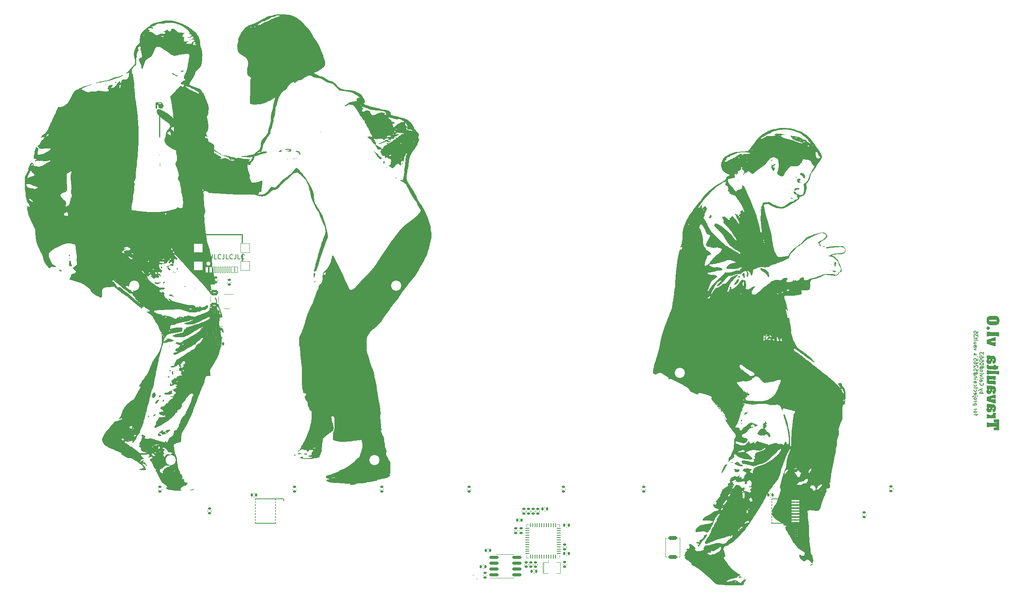
<source format=gbr>
%TF.GenerationSoftware,KiCad,Pcbnew,(7.0.0)*%
%TF.CreationDate,2023-04-02T12:43:36+02:00*%
%TF.ProjectId,travaulta,74726176-6175-46c7-9461-2e6b69636164,rev?*%
%TF.SameCoordinates,Original*%
%TF.FileFunction,Legend,Bot*%
%TF.FilePolarity,Positive*%
%FSLAX46Y46*%
G04 Gerber Fmt 4.6, Leading zero omitted, Abs format (unit mm)*
G04 Created by KiCad (PCBNEW (7.0.0)) date 2023-04-02 12:43:36*
%MOMM*%
%LPD*%
G01*
G04 APERTURE LIST*
G04 Aperture macros list*
%AMRoundRect*
0 Rectangle with rounded corners*
0 $1 Rounding radius*
0 $2 $3 $4 $5 $6 $7 $8 $9 X,Y pos of 4 corners*
0 Add a 4 corners polygon primitive as box body*
4,1,4,$2,$3,$4,$5,$6,$7,$8,$9,$2,$3,0*
0 Add four circle primitives for the rounded corners*
1,1,$1+$1,$2,$3*
1,1,$1+$1,$4,$5*
1,1,$1+$1,$6,$7*
1,1,$1+$1,$8,$9*
0 Add four rect primitives between the rounded corners*
20,1,$1+$1,$2,$3,$4,$5,0*
20,1,$1+$1,$4,$5,$6,$7,0*
20,1,$1+$1,$6,$7,$8,$9,0*
20,1,$1+$1,$8,$9,$2,$3,0*%
G04 Aperture macros list end*
%ADD10C,0.150000*%
%ADD11C,0.120000*%
%ADD12C,0.170180*%
%ADD13C,0.002540*%
%ADD14C,0.254000*%
%ADD15C,2.200000*%
%ADD16R,0.400000X1.900000*%
%ADD17RoundRect,0.140000X0.140000X0.170000X-0.140000X0.170000X-0.140000X-0.170000X0.140000X-0.170000X0*%
%ADD18RoundRect,0.140000X-0.140000X-0.170000X0.140000X-0.170000X0.140000X0.170000X-0.140000X0.170000X0*%
%ADD19RoundRect,0.140000X-0.170000X0.140000X-0.170000X-0.140000X0.170000X-0.140000X0.170000X0.140000X0*%
%ADD20RoundRect,0.150000X-0.825000X-0.150000X0.825000X-0.150000X0.825000X0.150000X-0.825000X0.150000X0*%
%ADD21RoundRect,0.135000X-0.185000X0.135000X-0.185000X-0.135000X0.185000X-0.135000X0.185000X0.135000X0*%
%ADD22RoundRect,0.135000X0.185000X-0.135000X0.185000X0.135000X-0.185000X0.135000X-0.185000X-0.135000X0*%
%ADD23RoundRect,0.135000X-0.135000X-0.185000X0.135000X-0.185000X0.135000X0.185000X-0.135000X0.185000X0*%
%ADD24RoundRect,0.062500X0.062500X-0.375000X0.062500X0.375000X-0.062500X0.375000X-0.062500X-0.375000X0*%
%ADD25RoundRect,0.062500X0.375000X-0.062500X0.375000X0.062500X-0.375000X0.062500X-0.375000X-0.062500X0*%
%ADD26R,5.600000X5.600000*%
%ADD27R,1.778000X0.419100*%
%ADD28RoundRect,0.135000X0.135000X0.185000X-0.135000X0.185000X-0.135000X-0.185000X0.135000X-0.185000X0*%
%ADD29RoundRect,0.250000X-0.625000X0.375000X-0.625000X-0.375000X0.625000X-0.375000X0.625000X0.375000X0*%
%ADD30R,0.700000X1.000000*%
%ADD31R,0.700000X0.600000*%
%ADD32RoundRect,0.140000X0.170000X-0.140000X0.170000X0.140000X-0.170000X0.140000X-0.170000X-0.140000X0*%
%ADD33RoundRect,0.200000X-0.800000X0.200000X-0.800000X-0.200000X0.800000X-0.200000X0.800000X0.200000X0*%
%ADD34RoundRect,0.150000X0.587500X0.150000X-0.587500X0.150000X-0.587500X-0.150000X0.587500X-0.150000X0*%
%ADD35RoundRect,0.237500X-0.008839X-0.344715X0.344715X0.008839X0.008839X0.344715X-0.344715X-0.008839X0*%
%ADD36C,0.900000*%
%ADD37RoundRect,0.050000X-0.300000X-0.650000X0.300000X-0.650000X0.300000X0.650000X-0.300000X0.650000X0*%
%ADD38RoundRect,0.050000X-0.150000X-0.650000X0.150000X-0.650000X0.150000X0.650000X-0.150000X0.650000X0*%
%ADD39RoundRect,0.050000X-1.000000X-1.000000X1.000000X-1.000000X1.000000X1.000000X-1.000000X1.000000X0*%
G04 APERTURE END LIST*
D10*
X77930951Y-50294380D02*
X77930951Y-51008666D01*
X77930951Y-51008666D02*
X77883332Y-51151523D01*
X77883332Y-51151523D02*
X77788094Y-51246761D01*
X77788094Y-51246761D02*
X77645237Y-51294380D01*
X77645237Y-51294380D02*
X77549999Y-51294380D01*
X78883332Y-51294380D02*
X78407142Y-51294380D01*
X78407142Y-51294380D02*
X78407142Y-50294380D01*
X79788094Y-51199142D02*
X79740475Y-51246761D01*
X79740475Y-51246761D02*
X79597618Y-51294380D01*
X79597618Y-51294380D02*
X79502380Y-51294380D01*
X79502380Y-51294380D02*
X79359523Y-51246761D01*
X79359523Y-51246761D02*
X79264285Y-51151523D01*
X79264285Y-51151523D02*
X79216666Y-51056285D01*
X79216666Y-51056285D02*
X79169047Y-50865809D01*
X79169047Y-50865809D02*
X79169047Y-50722952D01*
X79169047Y-50722952D02*
X79216666Y-50532476D01*
X79216666Y-50532476D02*
X79264285Y-50437238D01*
X79264285Y-50437238D02*
X79359523Y-50342000D01*
X79359523Y-50342000D02*
X79502380Y-50294380D01*
X79502380Y-50294380D02*
X79597618Y-50294380D01*
X79597618Y-50294380D02*
X79740475Y-50342000D01*
X79740475Y-50342000D02*
X79788094Y-50389619D01*
X80502380Y-50294380D02*
X80502380Y-51008666D01*
X80502380Y-51008666D02*
X80454761Y-51151523D01*
X80454761Y-51151523D02*
X80359523Y-51246761D01*
X80359523Y-51246761D02*
X80216666Y-51294380D01*
X80216666Y-51294380D02*
X80121428Y-51294380D01*
X81454761Y-51294380D02*
X80978571Y-51294380D01*
X80978571Y-51294380D02*
X80978571Y-50294380D01*
X82359523Y-51199142D02*
X82311904Y-51246761D01*
X82311904Y-51246761D02*
X82169047Y-51294380D01*
X82169047Y-51294380D02*
X82073809Y-51294380D01*
X82073809Y-51294380D02*
X81930952Y-51246761D01*
X81930952Y-51246761D02*
X81835714Y-51151523D01*
X81835714Y-51151523D02*
X81788095Y-51056285D01*
X81788095Y-51056285D02*
X81740476Y-50865809D01*
X81740476Y-50865809D02*
X81740476Y-50722952D01*
X81740476Y-50722952D02*
X81788095Y-50532476D01*
X81788095Y-50532476D02*
X81835714Y-50437238D01*
X81835714Y-50437238D02*
X81930952Y-50342000D01*
X81930952Y-50342000D02*
X82073809Y-50294380D01*
X82073809Y-50294380D02*
X82169047Y-50294380D01*
X82169047Y-50294380D02*
X82311904Y-50342000D01*
X82311904Y-50342000D02*
X82359523Y-50389619D01*
X83073809Y-50294380D02*
X83073809Y-51008666D01*
X83073809Y-51008666D02*
X83026190Y-51151523D01*
X83026190Y-51151523D02*
X82930952Y-51246761D01*
X82930952Y-51246761D02*
X82788095Y-51294380D01*
X82788095Y-51294380D02*
X82692857Y-51294380D01*
X84026190Y-51294380D02*
X83550000Y-51294380D01*
X83550000Y-51294380D02*
X83550000Y-50294380D01*
X84930952Y-51199142D02*
X84883333Y-51246761D01*
X84883333Y-51246761D02*
X84740476Y-51294380D01*
X84740476Y-51294380D02*
X84645238Y-51294380D01*
X84645238Y-51294380D02*
X84502381Y-51246761D01*
X84502381Y-51246761D02*
X84407143Y-51151523D01*
X84407143Y-51151523D02*
X84359524Y-51056285D01*
X84359524Y-51056285D02*
X84311905Y-50865809D01*
X84311905Y-50865809D02*
X84311905Y-50722952D01*
X84311905Y-50722952D02*
X84359524Y-50532476D01*
X84359524Y-50532476D02*
X84407143Y-50437238D01*
X84407143Y-50437238D02*
X84502381Y-50342000D01*
X84502381Y-50342000D02*
X84645238Y-50294380D01*
X84645238Y-50294380D02*
X84740476Y-50294380D01*
X84740476Y-50294380D02*
X84883333Y-50342000D01*
X84883333Y-50342000D02*
X84930952Y-50389619D01*
X85645238Y-50294380D02*
X85645238Y-51008666D01*
X85645238Y-51008666D02*
X85597619Y-51151523D01*
X85597619Y-51151523D02*
X85502381Y-51246761D01*
X85502381Y-51246761D02*
X85359524Y-51294380D01*
X85359524Y-51294380D02*
X85264286Y-51294380D01*
X86597619Y-51294380D02*
X86121429Y-51294380D01*
X86121429Y-51294380D02*
X86121429Y-50294380D01*
X87502381Y-51199142D02*
X87454762Y-51246761D01*
X87454762Y-51246761D02*
X87311905Y-51294380D01*
X87311905Y-51294380D02*
X87216667Y-51294380D01*
X87216667Y-51294380D02*
X87073810Y-51246761D01*
X87073810Y-51246761D02*
X86978572Y-51151523D01*
X86978572Y-51151523D02*
X86930953Y-51056285D01*
X86930953Y-51056285D02*
X86883334Y-50865809D01*
X86883334Y-50865809D02*
X86883334Y-50722952D01*
X86883334Y-50722952D02*
X86930953Y-50532476D01*
X86930953Y-50532476D02*
X86978572Y-50437238D01*
X86978572Y-50437238D02*
X87073810Y-50342000D01*
X87073810Y-50342000D02*
X87216667Y-50294380D01*
X87216667Y-50294380D02*
X87311905Y-50294380D01*
X87311905Y-50294380D02*
X87454762Y-50342000D01*
X87454762Y-50342000D02*
X87502381Y-50389619D01*
X248004095Y-80668572D02*
X248804095Y-80668572D01*
X248499333Y-80668572D02*
X248537428Y-80592382D01*
X248537428Y-80592382D02*
X248537428Y-80440001D01*
X248537428Y-80440001D02*
X248499333Y-80363810D01*
X248499333Y-80363810D02*
X248461238Y-80325715D01*
X248461238Y-80325715D02*
X248385047Y-80287620D01*
X248385047Y-80287620D02*
X248156476Y-80287620D01*
X248156476Y-80287620D02*
X248080285Y-80325715D01*
X248080285Y-80325715D02*
X248042190Y-80363810D01*
X248042190Y-80363810D02*
X248004095Y-80440001D01*
X248004095Y-80440001D02*
X248004095Y-80592382D01*
X248004095Y-80592382D02*
X248042190Y-80668572D01*
X248537428Y-80020953D02*
X248004095Y-79830477D01*
X248537428Y-79640000D02*
X248004095Y-79830477D01*
X248004095Y-79830477D02*
X247813619Y-79906667D01*
X247813619Y-79906667D02*
X247775523Y-79944762D01*
X247775523Y-79944762D02*
X247737428Y-80020953D01*
X248080285Y-78398095D02*
X248042190Y-78436191D01*
X248042190Y-78436191D02*
X248004095Y-78550476D01*
X248004095Y-78550476D02*
X248004095Y-78626667D01*
X248004095Y-78626667D02*
X248042190Y-78740953D01*
X248042190Y-78740953D02*
X248118380Y-78817143D01*
X248118380Y-78817143D02*
X248194571Y-78855238D01*
X248194571Y-78855238D02*
X248346952Y-78893334D01*
X248346952Y-78893334D02*
X248461238Y-78893334D01*
X248461238Y-78893334D02*
X248613619Y-78855238D01*
X248613619Y-78855238D02*
X248689809Y-78817143D01*
X248689809Y-78817143D02*
X248766000Y-78740953D01*
X248766000Y-78740953D02*
X248804095Y-78626667D01*
X248804095Y-78626667D02*
X248804095Y-78550476D01*
X248804095Y-78550476D02*
X248766000Y-78436191D01*
X248766000Y-78436191D02*
X248727904Y-78398095D01*
X248004095Y-77712381D02*
X248423142Y-77712381D01*
X248423142Y-77712381D02*
X248499333Y-77750476D01*
X248499333Y-77750476D02*
X248537428Y-77826667D01*
X248537428Y-77826667D02*
X248537428Y-77979048D01*
X248537428Y-77979048D02*
X248499333Y-78055238D01*
X248042190Y-77712381D02*
X248004095Y-77788572D01*
X248004095Y-77788572D02*
X248004095Y-77979048D01*
X248004095Y-77979048D02*
X248042190Y-78055238D01*
X248042190Y-78055238D02*
X248118380Y-78093334D01*
X248118380Y-78093334D02*
X248194571Y-78093334D01*
X248194571Y-78093334D02*
X248270761Y-78055238D01*
X248270761Y-78055238D02*
X248308857Y-77979048D01*
X248308857Y-77979048D02*
X248308857Y-77788572D01*
X248308857Y-77788572D02*
X248346952Y-77712381D01*
X248004095Y-77217143D02*
X248042190Y-77293333D01*
X248042190Y-77293333D02*
X248118380Y-77331428D01*
X248118380Y-77331428D02*
X248804095Y-77331428D01*
X248537428Y-76988571D02*
X248004095Y-76798095D01*
X248004095Y-76798095D02*
X248537428Y-76607618D01*
X248004095Y-76302856D02*
X248537428Y-76302856D01*
X248804095Y-76302856D02*
X248766000Y-76340952D01*
X248766000Y-76340952D02*
X248727904Y-76302856D01*
X248727904Y-76302856D02*
X248766000Y-76264761D01*
X248766000Y-76264761D02*
X248804095Y-76302856D01*
X248804095Y-76302856D02*
X248727904Y-76302856D01*
X248537428Y-75921904D02*
X248004095Y-75921904D01*
X248461238Y-75921904D02*
X248499333Y-75883809D01*
X248499333Y-75883809D02*
X248537428Y-75807619D01*
X248537428Y-75807619D02*
X248537428Y-75693333D01*
X248537428Y-75693333D02*
X248499333Y-75617142D01*
X248499333Y-75617142D02*
X248423142Y-75579047D01*
X248423142Y-75579047D02*
X248004095Y-75579047D01*
X248537428Y-75236190D02*
X248537428Y-74664761D01*
X248880285Y-75007618D02*
X247851714Y-75236190D01*
X248194571Y-74740951D02*
X248194571Y-75312380D01*
X247851714Y-74969523D02*
X248880285Y-74740951D01*
X248804095Y-74245713D02*
X248804095Y-74169523D01*
X248804095Y-74169523D02*
X248766000Y-74093332D01*
X248766000Y-74093332D02*
X248727904Y-74055237D01*
X248727904Y-74055237D02*
X248651714Y-74017142D01*
X248651714Y-74017142D02*
X248499333Y-73979047D01*
X248499333Y-73979047D02*
X248308857Y-73979047D01*
X248308857Y-73979047D02*
X248156476Y-74017142D01*
X248156476Y-74017142D02*
X248080285Y-74055237D01*
X248080285Y-74055237D02*
X248042190Y-74093332D01*
X248042190Y-74093332D02*
X248004095Y-74169523D01*
X248004095Y-74169523D02*
X248004095Y-74245713D01*
X248004095Y-74245713D02*
X248042190Y-74321904D01*
X248042190Y-74321904D02*
X248080285Y-74359999D01*
X248080285Y-74359999D02*
X248156476Y-74398094D01*
X248156476Y-74398094D02*
X248308857Y-74436190D01*
X248308857Y-74436190D02*
X248499333Y-74436190D01*
X248499333Y-74436190D02*
X248651714Y-74398094D01*
X248651714Y-74398094D02*
X248727904Y-74359999D01*
X248727904Y-74359999D02*
X248766000Y-74321904D01*
X248766000Y-74321904D02*
X248804095Y-74245713D01*
X248804095Y-73255237D02*
X248804095Y-73636189D01*
X248804095Y-73636189D02*
X248423142Y-73674285D01*
X248423142Y-73674285D02*
X248461238Y-73636189D01*
X248461238Y-73636189D02*
X248499333Y-73559999D01*
X248499333Y-73559999D02*
X248499333Y-73369523D01*
X248499333Y-73369523D02*
X248461238Y-73293332D01*
X248461238Y-73293332D02*
X248423142Y-73255237D01*
X248423142Y-73255237D02*
X248346952Y-73217142D01*
X248346952Y-73217142D02*
X248156476Y-73217142D01*
X248156476Y-73217142D02*
X248080285Y-73255237D01*
X248080285Y-73255237D02*
X248042190Y-73293332D01*
X248042190Y-73293332D02*
X248004095Y-73369523D01*
X248004095Y-73369523D02*
X248004095Y-73559999D01*
X248004095Y-73559999D02*
X248042190Y-73636189D01*
X248042190Y-73636189D02*
X248080285Y-73674285D01*
X248804095Y-72531427D02*
X248804095Y-72683808D01*
X248804095Y-72683808D02*
X248766000Y-72759999D01*
X248766000Y-72759999D02*
X248727904Y-72798094D01*
X248727904Y-72798094D02*
X248613619Y-72874284D01*
X248613619Y-72874284D02*
X248461238Y-72912380D01*
X248461238Y-72912380D02*
X248156476Y-72912380D01*
X248156476Y-72912380D02*
X248080285Y-72874284D01*
X248080285Y-72874284D02*
X248042190Y-72836189D01*
X248042190Y-72836189D02*
X248004095Y-72759999D01*
X248004095Y-72759999D02*
X248004095Y-72607618D01*
X248004095Y-72607618D02*
X248042190Y-72531427D01*
X248042190Y-72531427D02*
X248080285Y-72493332D01*
X248080285Y-72493332D02*
X248156476Y-72455237D01*
X248156476Y-72455237D02*
X248346952Y-72455237D01*
X248346952Y-72455237D02*
X248423142Y-72493332D01*
X248423142Y-72493332D02*
X248461238Y-72531427D01*
X248461238Y-72531427D02*
X248499333Y-72607618D01*
X248499333Y-72607618D02*
X248499333Y-72759999D01*
X248499333Y-72759999D02*
X248461238Y-72836189D01*
X248461238Y-72836189D02*
X248423142Y-72874284D01*
X248423142Y-72874284D02*
X248346952Y-72912380D01*
X248804095Y-72188570D02*
X248804095Y-71693332D01*
X248804095Y-71693332D02*
X248499333Y-71959998D01*
X248499333Y-71959998D02*
X248499333Y-71845713D01*
X248499333Y-71845713D02*
X248461238Y-71769522D01*
X248461238Y-71769522D02*
X248423142Y-71731427D01*
X248423142Y-71731427D02*
X248346952Y-71693332D01*
X248346952Y-71693332D02*
X248156476Y-71693332D01*
X248156476Y-71693332D02*
X248080285Y-71731427D01*
X248080285Y-71731427D02*
X248042190Y-71769522D01*
X248042190Y-71769522D02*
X248004095Y-71845713D01*
X248004095Y-71845713D02*
X248004095Y-72074284D01*
X248004095Y-72074284D02*
X248042190Y-72150475D01*
X248042190Y-72150475D02*
X248080285Y-72188570D01*
X247241428Y-85441906D02*
X247241428Y-85137144D01*
X246708095Y-85327620D02*
X247393809Y-85327620D01*
X247393809Y-85327620D02*
X247470000Y-85289525D01*
X247470000Y-85289525D02*
X247508095Y-85213335D01*
X247508095Y-85213335D02*
X247508095Y-85137144D01*
X246708095Y-84756192D02*
X246746190Y-84832382D01*
X246746190Y-84832382D02*
X246784285Y-84870477D01*
X246784285Y-84870477D02*
X246860476Y-84908573D01*
X246860476Y-84908573D02*
X247089047Y-84908573D01*
X247089047Y-84908573D02*
X247165238Y-84870477D01*
X247165238Y-84870477D02*
X247203333Y-84832382D01*
X247203333Y-84832382D02*
X247241428Y-84756192D01*
X247241428Y-84756192D02*
X247241428Y-84641906D01*
X247241428Y-84641906D02*
X247203333Y-84565715D01*
X247203333Y-84565715D02*
X247165238Y-84527620D01*
X247165238Y-84527620D02*
X247089047Y-84489525D01*
X247089047Y-84489525D02*
X246860476Y-84489525D01*
X246860476Y-84489525D02*
X246784285Y-84527620D01*
X246784285Y-84527620D02*
X246746190Y-84565715D01*
X246746190Y-84565715D02*
X246708095Y-84641906D01*
X246708095Y-84641906D02*
X246708095Y-84756192D01*
X246708095Y-84146667D02*
X247241428Y-84146667D01*
X247089047Y-84146667D02*
X247165238Y-84108572D01*
X247165238Y-84108572D02*
X247203333Y-84070477D01*
X247203333Y-84070477D02*
X247241428Y-83994286D01*
X247241428Y-83994286D02*
X247241428Y-83918096D01*
X247241428Y-83171429D02*
X246441428Y-83171429D01*
X247203333Y-83171429D02*
X247241428Y-83095239D01*
X247241428Y-83095239D02*
X247241428Y-82942858D01*
X247241428Y-82942858D02*
X247203333Y-82866667D01*
X247203333Y-82866667D02*
X247165238Y-82828572D01*
X247165238Y-82828572D02*
X247089047Y-82790477D01*
X247089047Y-82790477D02*
X246860476Y-82790477D01*
X246860476Y-82790477D02*
X246784285Y-82828572D01*
X246784285Y-82828572D02*
X246746190Y-82866667D01*
X246746190Y-82866667D02*
X246708095Y-82942858D01*
X246708095Y-82942858D02*
X246708095Y-83095239D01*
X246708095Y-83095239D02*
X246746190Y-83171429D01*
X246708095Y-82447619D02*
X247241428Y-82447619D01*
X247089047Y-82447619D02*
X247165238Y-82409524D01*
X247165238Y-82409524D02*
X247203333Y-82371429D01*
X247203333Y-82371429D02*
X247241428Y-82295238D01*
X247241428Y-82295238D02*
X247241428Y-82219048D01*
X246708095Y-81838096D02*
X246746190Y-81914286D01*
X246746190Y-81914286D02*
X246784285Y-81952381D01*
X246784285Y-81952381D02*
X246860476Y-81990477D01*
X246860476Y-81990477D02*
X247089047Y-81990477D01*
X247089047Y-81990477D02*
X247165238Y-81952381D01*
X247165238Y-81952381D02*
X247203333Y-81914286D01*
X247203333Y-81914286D02*
X247241428Y-81838096D01*
X247241428Y-81838096D02*
X247241428Y-81723810D01*
X247241428Y-81723810D02*
X247203333Y-81647619D01*
X247203333Y-81647619D02*
X247165238Y-81609524D01*
X247165238Y-81609524D02*
X247089047Y-81571429D01*
X247089047Y-81571429D02*
X246860476Y-81571429D01*
X246860476Y-81571429D02*
X246784285Y-81609524D01*
X246784285Y-81609524D02*
X246746190Y-81647619D01*
X246746190Y-81647619D02*
X246708095Y-81723810D01*
X246708095Y-81723810D02*
X246708095Y-81838096D01*
X247241428Y-81228571D02*
X246555714Y-81228571D01*
X246555714Y-81228571D02*
X246479523Y-81266667D01*
X246479523Y-81266667D02*
X246441428Y-81342857D01*
X246441428Y-81342857D02*
X246441428Y-81380952D01*
X247508095Y-81228571D02*
X247470000Y-81266667D01*
X247470000Y-81266667D02*
X247431904Y-81228571D01*
X247431904Y-81228571D02*
X247470000Y-81190476D01*
X247470000Y-81190476D02*
X247508095Y-81228571D01*
X247508095Y-81228571D02*
X247431904Y-81228571D01*
X246746190Y-80542857D02*
X246708095Y-80619048D01*
X246708095Y-80619048D02*
X246708095Y-80771429D01*
X246708095Y-80771429D02*
X246746190Y-80847619D01*
X246746190Y-80847619D02*
X246822380Y-80885715D01*
X246822380Y-80885715D02*
X247127142Y-80885715D01*
X247127142Y-80885715D02*
X247203333Y-80847619D01*
X247203333Y-80847619D02*
X247241428Y-80771429D01*
X247241428Y-80771429D02*
X247241428Y-80619048D01*
X247241428Y-80619048D02*
X247203333Y-80542857D01*
X247203333Y-80542857D02*
X247127142Y-80504762D01*
X247127142Y-80504762D02*
X247050952Y-80504762D01*
X247050952Y-80504762D02*
X246974761Y-80885715D01*
X246746190Y-79819048D02*
X246708095Y-79895239D01*
X246708095Y-79895239D02*
X246708095Y-80047620D01*
X246708095Y-80047620D02*
X246746190Y-80123810D01*
X246746190Y-80123810D02*
X246784285Y-80161905D01*
X246784285Y-80161905D02*
X246860476Y-80200001D01*
X246860476Y-80200001D02*
X247089047Y-80200001D01*
X247089047Y-80200001D02*
X247165238Y-80161905D01*
X247165238Y-80161905D02*
X247203333Y-80123810D01*
X247203333Y-80123810D02*
X247241428Y-80047620D01*
X247241428Y-80047620D02*
X247241428Y-79895239D01*
X247241428Y-79895239D02*
X247203333Y-79819048D01*
X247241428Y-79590477D02*
X247241428Y-79285715D01*
X247508095Y-79476191D02*
X246822380Y-79476191D01*
X246822380Y-79476191D02*
X246746190Y-79438096D01*
X246746190Y-79438096D02*
X246708095Y-79361906D01*
X246708095Y-79361906D02*
X246708095Y-79285715D01*
X246746190Y-78676191D02*
X246708095Y-78752382D01*
X246708095Y-78752382D02*
X246708095Y-78904763D01*
X246708095Y-78904763D02*
X246746190Y-78980953D01*
X246746190Y-78980953D02*
X246784285Y-79019048D01*
X246784285Y-79019048D02*
X246860476Y-79057144D01*
X246860476Y-79057144D02*
X247089047Y-79057144D01*
X247089047Y-79057144D02*
X247165238Y-79019048D01*
X247165238Y-79019048D02*
X247203333Y-78980953D01*
X247203333Y-78980953D02*
X247241428Y-78904763D01*
X247241428Y-78904763D02*
X247241428Y-78752382D01*
X247241428Y-78752382D02*
X247203333Y-78676191D01*
X246708095Y-77990477D02*
X247127142Y-77990477D01*
X247127142Y-77990477D02*
X247203333Y-78028572D01*
X247203333Y-78028572D02*
X247241428Y-78104763D01*
X247241428Y-78104763D02*
X247241428Y-78257144D01*
X247241428Y-78257144D02*
X247203333Y-78333334D01*
X246746190Y-77990477D02*
X246708095Y-78066668D01*
X246708095Y-78066668D02*
X246708095Y-78257144D01*
X246708095Y-78257144D02*
X246746190Y-78333334D01*
X246746190Y-78333334D02*
X246822380Y-78371430D01*
X246822380Y-78371430D02*
X246898571Y-78371430D01*
X246898571Y-78371430D02*
X246974761Y-78333334D01*
X246974761Y-78333334D02*
X247012857Y-78257144D01*
X247012857Y-78257144D02*
X247012857Y-78066668D01*
X247012857Y-78066668D02*
X247050952Y-77990477D01*
X246708095Y-77609524D02*
X247241428Y-77609524D01*
X247508095Y-77609524D02*
X247470000Y-77647620D01*
X247470000Y-77647620D02*
X247431904Y-77609524D01*
X247431904Y-77609524D02*
X247470000Y-77571429D01*
X247470000Y-77571429D02*
X247508095Y-77609524D01*
X247508095Y-77609524D02*
X247431904Y-77609524D01*
X247241428Y-77228572D02*
X246708095Y-77228572D01*
X247165238Y-77228572D02*
X247203333Y-77190477D01*
X247203333Y-77190477D02*
X247241428Y-77114287D01*
X247241428Y-77114287D02*
X247241428Y-77000001D01*
X247241428Y-77000001D02*
X247203333Y-76923810D01*
X247203333Y-76923810D02*
X247127142Y-76885715D01*
X247127142Y-76885715D02*
X246708095Y-76885715D01*
X247241428Y-76542858D02*
X247241428Y-75971429D01*
X247584285Y-76314286D02*
X246555714Y-76542858D01*
X246898571Y-76047619D02*
X246898571Y-76619048D01*
X246555714Y-76276191D02*
X247584285Y-76047619D01*
X247508095Y-75323810D02*
X247508095Y-75704762D01*
X247508095Y-75704762D02*
X247127142Y-75742858D01*
X247127142Y-75742858D02*
X247165238Y-75704762D01*
X247165238Y-75704762D02*
X247203333Y-75628572D01*
X247203333Y-75628572D02*
X247203333Y-75438096D01*
X247203333Y-75438096D02*
X247165238Y-75361905D01*
X247165238Y-75361905D02*
X247127142Y-75323810D01*
X247127142Y-75323810D02*
X247050952Y-75285715D01*
X247050952Y-75285715D02*
X246860476Y-75285715D01*
X246860476Y-75285715D02*
X246784285Y-75323810D01*
X246784285Y-75323810D02*
X246746190Y-75361905D01*
X246746190Y-75361905D02*
X246708095Y-75438096D01*
X246708095Y-75438096D02*
X246708095Y-75628572D01*
X246708095Y-75628572D02*
X246746190Y-75704762D01*
X246746190Y-75704762D02*
X246784285Y-75742858D01*
X247431904Y-74980953D02*
X247470000Y-74942857D01*
X247470000Y-74942857D02*
X247508095Y-74866667D01*
X247508095Y-74866667D02*
X247508095Y-74676191D01*
X247508095Y-74676191D02*
X247470000Y-74600000D01*
X247470000Y-74600000D02*
X247431904Y-74561905D01*
X247431904Y-74561905D02*
X247355714Y-74523810D01*
X247355714Y-74523810D02*
X247279523Y-74523810D01*
X247279523Y-74523810D02*
X247165238Y-74561905D01*
X247165238Y-74561905D02*
X246708095Y-75019048D01*
X246708095Y-75019048D02*
X246708095Y-74523810D01*
X247508095Y-73838095D02*
X247508095Y-73990476D01*
X247508095Y-73990476D02*
X247470000Y-74066667D01*
X247470000Y-74066667D02*
X247431904Y-74104762D01*
X247431904Y-74104762D02*
X247317619Y-74180952D01*
X247317619Y-74180952D02*
X247165238Y-74219048D01*
X247165238Y-74219048D02*
X246860476Y-74219048D01*
X246860476Y-74219048D02*
X246784285Y-74180952D01*
X246784285Y-74180952D02*
X246746190Y-74142857D01*
X246746190Y-74142857D02*
X246708095Y-74066667D01*
X246708095Y-74066667D02*
X246708095Y-73914286D01*
X246708095Y-73914286D02*
X246746190Y-73838095D01*
X246746190Y-73838095D02*
X246784285Y-73800000D01*
X246784285Y-73800000D02*
X246860476Y-73761905D01*
X246860476Y-73761905D02*
X247050952Y-73761905D01*
X247050952Y-73761905D02*
X247127142Y-73800000D01*
X247127142Y-73800000D02*
X247165238Y-73838095D01*
X247165238Y-73838095D02*
X247203333Y-73914286D01*
X247203333Y-73914286D02*
X247203333Y-74066667D01*
X247203333Y-74066667D02*
X247165238Y-74142857D01*
X247165238Y-74142857D02*
X247127142Y-74180952D01*
X247127142Y-74180952D02*
X247050952Y-74219048D01*
X247508095Y-73038095D02*
X247508095Y-73419047D01*
X247508095Y-73419047D02*
X247127142Y-73457143D01*
X247127142Y-73457143D02*
X247165238Y-73419047D01*
X247165238Y-73419047D02*
X247203333Y-73342857D01*
X247203333Y-73342857D02*
X247203333Y-73152381D01*
X247203333Y-73152381D02*
X247165238Y-73076190D01*
X247165238Y-73076190D02*
X247127142Y-73038095D01*
X247127142Y-73038095D02*
X247050952Y-73000000D01*
X247050952Y-73000000D02*
X246860476Y-73000000D01*
X246860476Y-73000000D02*
X246784285Y-73038095D01*
X246784285Y-73038095D02*
X246746190Y-73076190D01*
X246746190Y-73076190D02*
X246708095Y-73152381D01*
X246708095Y-73152381D02*
X246708095Y-73342857D01*
X246708095Y-73342857D02*
X246746190Y-73419047D01*
X246746190Y-73419047D02*
X246784285Y-73457143D01*
X247508095Y-72619047D02*
X247355714Y-72695238D01*
X246746190Y-72314286D02*
X246708095Y-72238095D01*
X246708095Y-72238095D02*
X246708095Y-72085714D01*
X246708095Y-72085714D02*
X246746190Y-72009524D01*
X246746190Y-72009524D02*
X246822380Y-71971428D01*
X246822380Y-71971428D02*
X246860476Y-71971428D01*
X246860476Y-71971428D02*
X246936666Y-72009524D01*
X246936666Y-72009524D02*
X246974761Y-72085714D01*
X246974761Y-72085714D02*
X246974761Y-72200000D01*
X246974761Y-72200000D02*
X247012857Y-72276190D01*
X247012857Y-72276190D02*
X247089047Y-72314286D01*
X247089047Y-72314286D02*
X247127142Y-72314286D01*
X247127142Y-72314286D02*
X247203333Y-72276190D01*
X247203333Y-72276190D02*
X247241428Y-72200000D01*
X247241428Y-72200000D02*
X247241428Y-72085714D01*
X247241428Y-72085714D02*
X247203333Y-72009524D01*
X247241428Y-71224762D02*
X246708095Y-71034286D01*
X246708095Y-71034286D02*
X247241428Y-70843809D01*
X246708095Y-70196190D02*
X247127142Y-70196190D01*
X247127142Y-70196190D02*
X247203333Y-70234285D01*
X247203333Y-70234285D02*
X247241428Y-70310476D01*
X247241428Y-70310476D02*
X247241428Y-70462857D01*
X247241428Y-70462857D02*
X247203333Y-70539047D01*
X246746190Y-70196190D02*
X246708095Y-70272381D01*
X246708095Y-70272381D02*
X246708095Y-70462857D01*
X246708095Y-70462857D02*
X246746190Y-70539047D01*
X246746190Y-70539047D02*
X246822380Y-70577143D01*
X246822380Y-70577143D02*
X246898571Y-70577143D01*
X246898571Y-70577143D02*
X246974761Y-70539047D01*
X246974761Y-70539047D02*
X247012857Y-70462857D01*
X247012857Y-70462857D02*
X247012857Y-70272381D01*
X247012857Y-70272381D02*
X247050952Y-70196190D01*
X247241428Y-69472380D02*
X246708095Y-69472380D01*
X247241428Y-69815237D02*
X246822380Y-69815237D01*
X246822380Y-69815237D02*
X246746190Y-69777142D01*
X246746190Y-69777142D02*
X246708095Y-69700952D01*
X246708095Y-69700952D02*
X246708095Y-69586666D01*
X246708095Y-69586666D02*
X246746190Y-69510475D01*
X246746190Y-69510475D02*
X246784285Y-69472380D01*
X246708095Y-68977142D02*
X246746190Y-69053332D01*
X246746190Y-69053332D02*
X246822380Y-69091427D01*
X246822380Y-69091427D02*
X247508095Y-69091427D01*
X247241428Y-68786665D02*
X247241428Y-68481903D01*
X247508095Y-68672379D02*
X246822380Y-68672379D01*
X246822380Y-68672379D02*
X246746190Y-68634284D01*
X246746190Y-68634284D02*
X246708095Y-68558094D01*
X246708095Y-68558094D02*
X246708095Y-68481903D01*
X247508095Y-68291427D02*
X247508095Y-67796189D01*
X247508095Y-67796189D02*
X247203333Y-68062855D01*
X247203333Y-68062855D02*
X247203333Y-67948570D01*
X247203333Y-67948570D02*
X247165238Y-67872379D01*
X247165238Y-67872379D02*
X247127142Y-67834284D01*
X247127142Y-67834284D02*
X247050952Y-67796189D01*
X247050952Y-67796189D02*
X246860476Y-67796189D01*
X246860476Y-67796189D02*
X246784285Y-67834284D01*
X246784285Y-67834284D02*
X246746190Y-67872379D01*
X246746190Y-67872379D02*
X246708095Y-67948570D01*
X246708095Y-67948570D02*
X246708095Y-68177141D01*
X246708095Y-68177141D02*
X246746190Y-68253332D01*
X246746190Y-68253332D02*
X246784285Y-68291427D01*
X247508095Y-67072379D02*
X247508095Y-67453331D01*
X247508095Y-67453331D02*
X247127142Y-67491427D01*
X247127142Y-67491427D02*
X247165238Y-67453331D01*
X247165238Y-67453331D02*
X247203333Y-67377141D01*
X247203333Y-67377141D02*
X247203333Y-67186665D01*
X247203333Y-67186665D02*
X247165238Y-67110474D01*
X247165238Y-67110474D02*
X247127142Y-67072379D01*
X247127142Y-67072379D02*
X247050952Y-67034284D01*
X247050952Y-67034284D02*
X246860476Y-67034284D01*
X246860476Y-67034284D02*
X246784285Y-67072379D01*
X246784285Y-67072379D02*
X246746190Y-67110474D01*
X246746190Y-67110474D02*
X246708095Y-67186665D01*
X246708095Y-67186665D02*
X246708095Y-67377141D01*
X246708095Y-67377141D02*
X246746190Y-67453331D01*
X246746190Y-67453331D02*
X246784285Y-67491427D01*
D11*
%TO.C,Y1*%
X152616000Y-117945000D02*
X152616000Y-117545000D01*
X152616000Y-119945000D02*
X152616000Y-117945000D01*
X152816000Y-117945000D02*
X152816000Y-117545000D01*
X152816000Y-117945000D02*
X152816000Y-119945000D01*
X152816000Y-119945000D02*
X153816000Y-119945000D01*
X153816000Y-117545000D02*
X152816000Y-117545000D01*
X153816000Y-117545000D02*
X153816000Y-117145000D01*
X155616000Y-119945000D02*
X156416000Y-119945000D01*
X156416000Y-117545000D02*
X155616000Y-117545000D01*
X156416000Y-117945000D02*
X156416000Y-117545000D01*
X156416000Y-119945000D02*
X156416000Y-117945000D01*
%TO.C,C7*%
X147611836Y-108691000D02*
X147396164Y-108691000D01*
X147611836Y-107971000D02*
X147396164Y-107971000D01*
%TO.C,C12*%
X202203164Y-102510000D02*
X202418836Y-102510000D01*
X202203164Y-103230000D02*
X202418836Y-103230000D01*
%TO.C,C15*%
X149391000Y-117912164D02*
X149391000Y-118127836D01*
X148671000Y-117912164D02*
X148671000Y-118127836D01*
%TO.C,G\u002A\u002A\u002A*%
G36*
X99737333Y-28913667D02*
G01*
X99695000Y-28956000D01*
X99652666Y-28913667D01*
X99695000Y-28871334D01*
X99737333Y-28913667D01*
G37*
G36*
X73152000Y-52197000D02*
G01*
X73109666Y-52239334D01*
X73067333Y-52197000D01*
X73109666Y-52154667D01*
X73152000Y-52197000D01*
G37*
G36*
X72898000Y-59817000D02*
G01*
X72855666Y-59859334D01*
X72813333Y-59817000D01*
X72855666Y-59774667D01*
X72898000Y-59817000D01*
G37*
G36*
X72728666Y-75141667D02*
G01*
X72686333Y-75184000D01*
X72644000Y-75141667D01*
X72686333Y-75099334D01*
X72728666Y-75141667D01*
G37*
G36*
X72728666Y-54059667D02*
G01*
X72686333Y-54102000D01*
X72644000Y-54059667D01*
X72686333Y-54017334D01*
X72728666Y-54059667D01*
G37*
G36*
X72136000Y-53043667D02*
G01*
X72093666Y-53086000D01*
X72051333Y-53043667D01*
X72093666Y-53001334D01*
X72136000Y-53043667D01*
G37*
G36*
X70866000Y-52197000D02*
G01*
X70823666Y-52239334D01*
X70781333Y-52197000D01*
X70823666Y-52154667D01*
X70866000Y-52197000D01*
G37*
G36*
X70781333Y-59647667D02*
G01*
X70739000Y-59690000D01*
X70696666Y-59647667D01*
X70739000Y-59605334D01*
X70781333Y-59647667D01*
G37*
G36*
X70696666Y-14012334D02*
G01*
X70654333Y-14054667D01*
X70612000Y-14012334D01*
X70654333Y-13970000D01*
X70696666Y-14012334D01*
G37*
G36*
X69850000Y-97070334D02*
G01*
X69807666Y-97112667D01*
X69765333Y-97070334D01*
X69807666Y-97028000D01*
X69850000Y-97070334D01*
G37*
G36*
X61468000Y-10879667D02*
G01*
X61425666Y-10922000D01*
X61383333Y-10879667D01*
X61425666Y-10837334D01*
X61468000Y-10879667D01*
G37*
G36*
X54864000Y-12996334D02*
G01*
X54821666Y-13038667D01*
X54779333Y-12996334D01*
X54821666Y-12954000D01*
X54864000Y-12996334D01*
G37*
G36*
X54356000Y-13165667D02*
G01*
X54313666Y-13208000D01*
X54271333Y-13165667D01*
X54313666Y-13123334D01*
X54356000Y-13165667D01*
G37*
G36*
X43010666Y-25273000D02*
G01*
X42968333Y-25315334D01*
X42926000Y-25273000D01*
X42968333Y-25230667D01*
X43010666Y-25273000D01*
G37*
G36*
X78881111Y-79191556D02*
G01*
X78894357Y-79217022D01*
X78824666Y-79248000D01*
X78779844Y-79241890D01*
X78768222Y-79191556D01*
X78780631Y-79181423D01*
X78881111Y-79191556D01*
G37*
G36*
X73208444Y-10357556D02*
G01*
X73221690Y-10383022D01*
X73152000Y-10414000D01*
X73107178Y-10407890D01*
X73095555Y-10357556D01*
X73107965Y-10347423D01*
X73208444Y-10357556D01*
G37*
G36*
X70668444Y-58617556D02*
G01*
X70681690Y-58643022D01*
X70612000Y-58674000D01*
X70567178Y-58667890D01*
X70555555Y-58617556D01*
X70567965Y-58607423D01*
X70668444Y-58617556D01*
G37*
G36*
X69357875Y-10271497D02*
G01*
X69397064Y-10301972D01*
X69306722Y-10322649D01*
X69220848Y-10316663D01*
X69195597Y-10278181D01*
X69225551Y-10261403D01*
X69357875Y-10271497D01*
G37*
G36*
X69074631Y-28532667D02*
G01*
X69062829Y-28649136D01*
X69031927Y-28638500D01*
X69020744Y-28600176D01*
X69031927Y-28426834D01*
X69061326Y-28412471D01*
X69074631Y-28532667D01*
G37*
G36*
X54581778Y-13066889D02*
G01*
X54595023Y-13092355D01*
X54525333Y-13123334D01*
X54480511Y-13117223D01*
X54468889Y-13066889D01*
X54481298Y-13056756D01*
X54581778Y-13066889D01*
G37*
G36*
X49516631Y-38100000D02*
G01*
X49504829Y-38216470D01*
X49473927Y-38205834D01*
X49462744Y-38167509D01*
X49473927Y-37994167D01*
X49503326Y-37979805D01*
X49516631Y-38100000D01*
G37*
G36*
X76749480Y-57656619D02*
G01*
X76757866Y-57701010D01*
X76670663Y-57742667D01*
X76627916Y-57741011D01*
X76542409Y-57701016D01*
X76617483Y-57619283D01*
X76648011Y-57607777D01*
X76749480Y-57656619D01*
G37*
G36*
X72848771Y-75459199D02*
G01*
X72898000Y-75557945D01*
X72880576Y-75623830D01*
X72763944Y-75692000D01*
X72671434Y-75643129D01*
X72685650Y-75541676D01*
X72797458Y-75457403D01*
X72848771Y-75459199D01*
G37*
G36*
X72116041Y-54062217D02*
G01*
X72096294Y-54182415D01*
X72068123Y-54213339D01*
X71953439Y-54220825D01*
X71916201Y-54183020D01*
X71957878Y-54076922D01*
X72034139Y-54029844D01*
X72116041Y-54062217D01*
G37*
G36*
X71932418Y-88294252D02*
G01*
X71906282Y-88331863D01*
X71834670Y-88392000D01*
X71822834Y-88391176D01*
X71804188Y-88342166D01*
X71895082Y-88256915D01*
X71942397Y-88236315D01*
X71932418Y-88294252D01*
G37*
G36*
X69999757Y-55050032D02*
G01*
X69934666Y-55118000D01*
X69857970Y-55165470D01*
X69777866Y-55194150D01*
X69807666Y-55118000D01*
X69825790Y-55094941D01*
X69960830Y-55034630D01*
X69999757Y-55050032D01*
G37*
G36*
X69138418Y-52818918D02*
G01*
X69112282Y-52856530D01*
X69040670Y-52916667D01*
X69028834Y-52915843D01*
X69010188Y-52866832D01*
X69101082Y-52781582D01*
X69148397Y-52760981D01*
X69138418Y-52818918D01*
G37*
G36*
X57315081Y-12993706D02*
G01*
X57346006Y-13021877D01*
X57353491Y-13136561D01*
X57315686Y-13173799D01*
X57209588Y-13132122D01*
X57162511Y-13055861D01*
X57194883Y-12973959D01*
X57315081Y-12993706D01*
G37*
G36*
X96959084Y-29389696D02*
G01*
X97028000Y-29464000D01*
X97025719Y-29484088D01*
X96948330Y-29548667D01*
X96924576Y-29545437D01*
X96816333Y-29464000D01*
X96808368Y-29420379D01*
X96896003Y-29379334D01*
X96959084Y-29389696D01*
G37*
G36*
X75759769Y-3404246D02*
G01*
X75692000Y-3471334D01*
X75619472Y-3511251D01*
X75480333Y-3553407D01*
X75454897Y-3538421D01*
X75522666Y-3471334D01*
X75595194Y-3431416D01*
X75734333Y-3389260D01*
X75759769Y-3404246D01*
G37*
G36*
X74607423Y-57244219D02*
G01*
X74676000Y-57319334D01*
X74661672Y-57358283D01*
X74549000Y-57404000D01*
X74490576Y-57394448D01*
X74422000Y-57319334D01*
X74436328Y-57280384D01*
X74549000Y-57234667D01*
X74607423Y-57244219D01*
G37*
G36*
X71155620Y-70364648D02*
G01*
X71162333Y-70442667D01*
X71144956Y-70468005D01*
X71072670Y-70527334D01*
X71064220Y-70525132D01*
X71035333Y-70442667D01*
X71038779Y-70419461D01*
X71124997Y-70358000D01*
X71155620Y-70364648D01*
G37*
G36*
X69313778Y-18739556D02*
G01*
X69326013Y-18761013D01*
X69303148Y-18875034D01*
X69248388Y-18933706D01*
X69141272Y-18960203D01*
X69088000Y-18885664D01*
X69113541Y-18813882D01*
X69214750Y-18733172D01*
X69313778Y-18739556D01*
G37*
G36*
X66994473Y-55384184D02*
G01*
X67013666Y-55456667D01*
X66996337Y-55479789D01*
X66881670Y-55541334D01*
X66862767Y-55538910D01*
X66802000Y-55456667D01*
X66818154Y-55416205D01*
X66933997Y-55372000D01*
X66994473Y-55384184D01*
G37*
G36*
X49401129Y-51070155D02*
G01*
X49445333Y-51185997D01*
X49433150Y-51246473D01*
X49360666Y-51265667D01*
X49337544Y-51248337D01*
X49276000Y-51133670D01*
X49278423Y-51114768D01*
X49360666Y-51054000D01*
X49401129Y-51070155D01*
G37*
G36*
X99245755Y-29226733D02*
G01*
X99273684Y-29246082D01*
X99144666Y-29294667D01*
X98947951Y-29346406D01*
X98807800Y-29364199D01*
X98762849Y-29346953D01*
X98848333Y-29294667D01*
X98964613Y-29256323D01*
X99187000Y-29224391D01*
X99245755Y-29226733D01*
G37*
G36*
X72942398Y-53320567D02*
G01*
X72952426Y-53460493D01*
X72948271Y-53510440D01*
X72905419Y-53612434D01*
X72792166Y-53582637D01*
X72682776Y-53514415D01*
X72665401Y-53438454D01*
X72804260Y-53344856D01*
X72860902Y-53317064D01*
X72942398Y-53320567D01*
G37*
G36*
X71323680Y-75610260D02*
G01*
X71413005Y-75706625D01*
X71401487Y-75805624D01*
X71401206Y-75805905D01*
X71272683Y-75855093D01*
X71128206Y-75744221D01*
X71077107Y-75648518D01*
X71153982Y-75579920D01*
X71193731Y-75571443D01*
X71323680Y-75610260D01*
G37*
G36*
X71057364Y-76894919D02*
G01*
X71175220Y-76990972D01*
X71162333Y-77131334D01*
X71152401Y-77146431D01*
X71036556Y-77210741D01*
X70882933Y-77114400D01*
X70809644Y-77024932D01*
X70801863Y-76915989D01*
X70945670Y-76877334D01*
X71057364Y-76894919D01*
G37*
G36*
X69474833Y-53007080D02*
G01*
X69557704Y-53128127D01*
X69558244Y-53247927D01*
X69519087Y-53282034D01*
X69381622Y-53284911D01*
X69303990Y-53228638D01*
X69259748Y-53087716D01*
X69332407Y-52964929D01*
X69365474Y-52954765D01*
X69474833Y-53007080D01*
G37*
G36*
X66701759Y-85578951D02*
G01*
X66685160Y-85729055D01*
X66654426Y-85784518D01*
X66550657Y-85852000D01*
X66491691Y-85825045D01*
X66470497Y-85699883D01*
X66538713Y-85525461D01*
X66569312Y-85488855D01*
X66651478Y-85482668D01*
X66701759Y-85578951D01*
G37*
G36*
X49445333Y-50440167D02*
G01*
X49436663Y-50534991D01*
X49388889Y-50658889D01*
X49319294Y-50708713D01*
X49225203Y-50685069D01*
X49206611Y-50531465D01*
X49234933Y-50431446D01*
X49319089Y-50326059D01*
X49405589Y-50322707D01*
X49445333Y-50440167D01*
G37*
G36*
X98569772Y-29309325D02*
G01*
X98636666Y-29379334D01*
X98635875Y-29385761D01*
X98548765Y-29440816D01*
X98361500Y-29462704D01*
X98258864Y-29459781D01*
X98163845Y-29435551D01*
X98213333Y-29379334D01*
X98236335Y-29365458D01*
X98413916Y-29304700D01*
X98569772Y-29309325D01*
G37*
G36*
X72332352Y-54173957D02*
G01*
X72403628Y-54214978D01*
X72517197Y-54207099D01*
X72543845Y-54189986D01*
X72525577Y-54250167D01*
X72482204Y-54309619D01*
X72367825Y-54344411D01*
X72270120Y-54217025D01*
X72268741Y-54213416D01*
X72251500Y-54125671D01*
X72332352Y-54173957D01*
G37*
G36*
X70187370Y-56282167D02*
G01*
X70186881Y-56291852D01*
X70105463Y-56457938D01*
X69934666Y-56575546D01*
X69793230Y-56599870D01*
X69741953Y-56535467D01*
X69829823Y-56385067D01*
X69858300Y-56354221D01*
X70006183Y-56247340D01*
X70134130Y-56218068D01*
X70187370Y-56282167D01*
G37*
G36*
X69985470Y-82075876D02*
G01*
X69997611Y-82167458D01*
X69934545Y-82338480D01*
X69863658Y-82400362D01*
X69755740Y-82417071D01*
X69701332Y-82358040D01*
X69695829Y-82201848D01*
X69806665Y-82042832D01*
X69807757Y-82041927D01*
X69918591Y-81985820D01*
X69985470Y-82075876D01*
G37*
G36*
X69140524Y-30394938D02*
G01*
X69144201Y-30649334D01*
X69143715Y-30752938D01*
X69137658Y-30964113D01*
X69126133Y-31041301D01*
X69110990Y-30966834D01*
X69097290Y-30649751D01*
X69110990Y-30331834D01*
X69116651Y-30287004D01*
X69130725Y-30268272D01*
X69140524Y-30394938D01*
G37*
G36*
X69109562Y-81026349D02*
G01*
X69205709Y-81101408D01*
X69231200Y-81254326D01*
X69171772Y-81408078D01*
X69098653Y-81483827D01*
X68975588Y-81521685D01*
X68883931Y-81396269D01*
X68880664Y-81255079D01*
X68965634Y-81096965D01*
X69101024Y-81026000D01*
X69109562Y-81026349D01*
G37*
G36*
X59581794Y-12653163D02*
G01*
X59599726Y-12660192D01*
X59679484Y-12716125D01*
X59602960Y-12787925D01*
X59562509Y-12811539D01*
X59360406Y-12863775D01*
X59223964Y-12784069D01*
X59212052Y-12751042D01*
X59266669Y-12668838D01*
X59409953Y-12628881D01*
X59581794Y-12653163D01*
G37*
G36*
X47414087Y-53649400D02*
G01*
X47573109Y-53741019D01*
X47662388Y-53851025D01*
X47610889Y-53960889D01*
X47511931Y-54013354D01*
X47331855Y-53985511D01*
X47176831Y-53844556D01*
X47138306Y-53775847D01*
X47108475Y-53625730D01*
X47204733Y-53580019D01*
X47414087Y-53649400D01*
G37*
G36*
X82845925Y-66505105D02*
G01*
X82892705Y-66663712D01*
X82937946Y-66963454D01*
X82998266Y-67418170D01*
X82727985Y-67218342D01*
X82628078Y-67131137D01*
X82493801Y-66909383D01*
X82500325Y-66692087D01*
X82651772Y-66517201D01*
X82677371Y-66501548D01*
X82780012Y-66460196D01*
X82845925Y-66505105D01*
G37*
G36*
X68065148Y-85178167D02*
G01*
X68144729Y-85222309D01*
X68100506Y-85333050D01*
X67928625Y-85530425D01*
X67892549Y-85566570D01*
X67728639Y-85688249D01*
X67624409Y-85692276D01*
X67610707Y-85673446D01*
X67616888Y-85539895D01*
X67710434Y-85374619D01*
X67850707Y-85234062D01*
X67997071Y-85174667D01*
X68065148Y-85178167D01*
G37*
G36*
X74252666Y-10186220D02*
G01*
X74242103Y-10246496D01*
X74146833Y-10357927D01*
X74113770Y-10369556D01*
X73833532Y-10395305D01*
X73490666Y-10336649D01*
X73445900Y-10323421D01*
X73367378Y-10287395D01*
X73423719Y-10256972D01*
X73631432Y-10218271D01*
X73703567Y-10205840D01*
X73951563Y-10154954D01*
X74118265Y-10108791D01*
X74199545Y-10096960D01*
X74252666Y-10186220D01*
G37*
G36*
X71994459Y-75862875D02*
G01*
X71972803Y-76019200D01*
X71942563Y-76102397D01*
X71971278Y-76289229D01*
X72008057Y-76355455D01*
X72050037Y-76481375D01*
X72027329Y-76514505D01*
X71904455Y-76522797D01*
X71825212Y-76471226D01*
X71736873Y-76308380D01*
X71688494Y-76099319D01*
X71692942Y-75909451D01*
X71763084Y-75804182D01*
X71892112Y-75785995D01*
X71994459Y-75862875D01*
G37*
G36*
X95588666Y-27509742D02*
G01*
X95593510Y-27555922D01*
X95637805Y-27715537D01*
X95647153Y-27750945D01*
X95597273Y-27832717D01*
X95404972Y-27878245D01*
X95400443Y-27878801D01*
X95166365Y-27905926D01*
X94996000Y-27923009D01*
X94970371Y-27911453D01*
X95015987Y-27825796D01*
X95162135Y-27682559D01*
X95192810Y-27656542D01*
X95419672Y-27484871D01*
X95548153Y-27437344D01*
X95588666Y-27509742D01*
G37*
G36*
X76507091Y-101554877D02*
G01*
X76431901Y-101667582D01*
X76291200Y-101736975D01*
X76073000Y-101791489D01*
X75813318Y-101818803D01*
X75522666Y-101834114D01*
X75412326Y-101834874D01*
X75343894Y-101825172D01*
X75419474Y-101794800D01*
X75649666Y-101735529D01*
X75791708Y-101697824D01*
X76066738Y-101610445D01*
X76258362Y-101530834D01*
X76312004Y-101505993D01*
X76453790Y-101490506D01*
X76507091Y-101554877D01*
G37*
G36*
X68901165Y-89414658D02*
G01*
X69118142Y-89543124D01*
X69129883Y-89551124D01*
X69314791Y-89692340D01*
X69374461Y-89791735D01*
X69331757Y-89886009D01*
X69247648Y-89948838D01*
X69051581Y-89965376D01*
X68936731Y-89939124D01*
X68770500Y-89917156D01*
X68730713Y-89902309D01*
X68675136Y-89782990D01*
X68674246Y-89602285D01*
X68733429Y-89430834D01*
X68776433Y-89394579D01*
X68901165Y-89414658D01*
G37*
G36*
X68918666Y-82045934D02*
G01*
X68916390Y-82081585D01*
X68840434Y-82303267D01*
X68688893Y-82540853D01*
X68505508Y-82735732D01*
X68334024Y-82829292D01*
X68176785Y-82854606D01*
X68058188Y-82875981D01*
X68031859Y-82844164D01*
X68065189Y-82715675D01*
X68147671Y-82535329D01*
X68256106Y-82352587D01*
X68367296Y-82216913D01*
X68515980Y-82104730D01*
X68707526Y-82011572D01*
X68857839Y-81986985D01*
X68918666Y-82045934D01*
G37*
G36*
X67871859Y-80442728D02*
G01*
X68019125Y-80605580D01*
X68173623Y-80809977D01*
X68224888Y-80974710D01*
X68162629Y-81147155D01*
X67984314Y-81383894D01*
X67876564Y-81505378D01*
X67700482Y-81634039D01*
X67554408Y-81612912D01*
X67411515Y-81444850D01*
X67359888Y-81269028D01*
X67381028Y-80990561D01*
X67479087Y-80706363D01*
X67637768Y-80485529D01*
X67678584Y-80449611D01*
X67776057Y-80396314D01*
X67871859Y-80442728D01*
G37*
G36*
X71712666Y-59091628D02*
G01*
X71745169Y-59148321D01*
X71882000Y-59224334D01*
X71980363Y-59286196D01*
X72051333Y-59441706D01*
X72036237Y-59534677D01*
X71966666Y-59605334D01*
X71925703Y-59588530D01*
X71882000Y-59471606D01*
X71881065Y-59450818D01*
X71823162Y-59374475D01*
X71649166Y-59385005D01*
X71454691Y-59388521D01*
X71204666Y-59313445D01*
X70993000Y-59194759D01*
X71231345Y-59103713D01*
X71450917Y-59034953D01*
X71643348Y-59021036D01*
X71712666Y-59091628D01*
G37*
G36*
X69222768Y-56326741D02*
G01*
X69191988Y-56422552D01*
X69072431Y-56570766D01*
X69018079Y-56621887D01*
X68809412Y-56735585D01*
X68519733Y-56761662D01*
X68491968Y-56760703D01*
X68189236Y-56710091D01*
X67980473Y-56600547D01*
X67902666Y-56450708D01*
X67943442Y-56416390D01*
X68129123Y-56395607D01*
X68446350Y-56408458D01*
X68672622Y-56419995D01*
X68941091Y-56407972D01*
X69079939Y-56362195D01*
X69126735Y-56326474D01*
X69219187Y-56321632D01*
X69222768Y-56326741D01*
G37*
G36*
X49552184Y-51699432D02*
G01*
X49569934Y-51733826D01*
X49643659Y-51910792D01*
X49652512Y-52003933D01*
X49646893Y-52021543D01*
X49671354Y-52155018D01*
X49745821Y-52363217D01*
X49771361Y-52428804D01*
X49832178Y-52651643D01*
X49834256Y-52799550D01*
X49810060Y-52843184D01*
X49656430Y-52913723D01*
X49409925Y-52865275D01*
X49334758Y-52783801D01*
X49284834Y-52554799D01*
X49289032Y-52209623D01*
X49348773Y-51773667D01*
X49411788Y-51435000D01*
X49552184Y-51699432D01*
G37*
G36*
X99060000Y-27695875D02*
G01*
X99091987Y-27743512D01*
X99223511Y-27747657D01*
X99334917Y-27743819D01*
X99529046Y-27842284D01*
X99677903Y-28036971D01*
X99737333Y-28281965D01*
X99725888Y-28415219D01*
X99664003Y-28521164D01*
X99570262Y-28474523D01*
X99469670Y-28275865D01*
X99408815Y-28144122D01*
X99266586Y-28013230D01*
X99011850Y-27920559D01*
X98812254Y-27858051D01*
X98712660Y-27790546D01*
X98735143Y-27711694D01*
X98735590Y-27711156D01*
X98869563Y-27618638D01*
X99000827Y-27612418D01*
X99060000Y-27695875D01*
G37*
G36*
X71988925Y-10711520D02*
G01*
X72207617Y-10867165D01*
X72221525Y-10880141D01*
X72460311Y-11044628D01*
X72710563Y-11142746D01*
X72877941Y-11187527D01*
X72978069Y-11266588D01*
X72926222Y-11373556D01*
X72880765Y-11407351D01*
X72700688Y-11409395D01*
X72451563Y-11260667D01*
X72444354Y-11255026D01*
X72275434Y-11138650D01*
X72164979Y-11089451D01*
X72164340Y-11089428D01*
X72051775Y-11039996D01*
X71882552Y-10925371D01*
X71760875Y-10824545D01*
X71732847Y-10755725D01*
X71824107Y-10704589D01*
X71988925Y-10711520D01*
G37*
G36*
X71711659Y-80065281D02*
G01*
X71687995Y-80239193D01*
X71677983Y-80438379D01*
X71732775Y-80588909D01*
X71746254Y-80603000D01*
X71787258Y-80702526D01*
X71691092Y-80781882D01*
X71441796Y-80855702D01*
X71264471Y-80882157D01*
X70951036Y-80902860D01*
X70612000Y-80904997D01*
X70542298Y-80903042D01*
X70274748Y-80889390D01*
X70130915Y-80858427D01*
X70072615Y-80794747D01*
X70061666Y-80682943D01*
X70062183Y-80645131D01*
X70088437Y-80534288D01*
X70188643Y-80494495D01*
X70409774Y-80501234D01*
X70513310Y-80505823D01*
X70774384Y-80464835D01*
X71008129Y-80316232D01*
X71029868Y-80298434D01*
X71269058Y-80142359D01*
X71498597Y-80045371D01*
X71656427Y-80015530D01*
X71711659Y-80065281D01*
G37*
G36*
X97320272Y-27268917D02*
G01*
X97604036Y-27302829D01*
X97750989Y-27375994D01*
X97779142Y-27499343D01*
X97706508Y-27683805D01*
X97618220Y-27794829D01*
X97474172Y-27841379D01*
X97219773Y-27838588D01*
X97147172Y-27832416D01*
X96901416Y-27780061D01*
X96790422Y-27694245D01*
X96784532Y-27642218D01*
X96856587Y-27605678D01*
X97058970Y-27625422D01*
X97218443Y-27640032D01*
X97350171Y-27607816D01*
X97329746Y-27525747D01*
X97148727Y-27413736D01*
X97142800Y-27411053D01*
X96937854Y-27357609D01*
X96757000Y-27422968D01*
X96722593Y-27443649D01*
X96579432Y-27484758D01*
X96448797Y-27397083D01*
X96411745Y-27356229D01*
X96399900Y-27305903D01*
X96478573Y-27277708D01*
X96674024Y-27265384D01*
X97012514Y-27262667D01*
X97320272Y-27268917D01*
G37*
G36*
X68982817Y-19005476D02*
G01*
X69032518Y-19075136D01*
X69072502Y-19212307D01*
X69103651Y-19431529D01*
X69126850Y-19747343D01*
X69142982Y-20174289D01*
X69152931Y-20726909D01*
X69157580Y-21419743D01*
X69157813Y-22267334D01*
X69156768Y-22636043D01*
X69153234Y-23245990D01*
X69147835Y-23780185D01*
X69140896Y-24219914D01*
X69132742Y-24546458D01*
X69123698Y-24741103D01*
X69114089Y-24785130D01*
X69078773Y-24709907D01*
X68996925Y-24684294D01*
X68979794Y-24694315D01*
X68958388Y-24697129D01*
X68941157Y-24671654D01*
X68927552Y-24602217D01*
X68917022Y-24473147D01*
X68909019Y-24268774D01*
X68902993Y-23973425D01*
X68898394Y-23571430D01*
X68894673Y-23047117D01*
X68891280Y-22384815D01*
X68887665Y-21568852D01*
X68886563Y-20915721D01*
X68890377Y-20235190D01*
X68899707Y-19695541D01*
X68914355Y-19303870D01*
X68934126Y-19067274D01*
X68958824Y-18992849D01*
X68982817Y-19005476D01*
G37*
G36*
X71340739Y-53467000D02*
G01*
X71374926Y-53513527D01*
X71401159Y-53645347D01*
X71365292Y-53704872D01*
X71227237Y-53761740D01*
X71063990Y-53706670D01*
X70935261Y-53551667D01*
X70885935Y-53467000D01*
X71035333Y-53467000D01*
X71077666Y-53509334D01*
X71120000Y-53467000D01*
X71077666Y-53424667D01*
X71035333Y-53467000D01*
X70885935Y-53467000D01*
X70851718Y-53408267D01*
X70770400Y-53340000D01*
X70742482Y-53322344D01*
X70750715Y-53213000D01*
X70752341Y-53124823D01*
X70626055Y-53086000D01*
X70518459Y-53069102D01*
X70392248Y-52988252D01*
X70371510Y-52938095D01*
X70437634Y-52955890D01*
X70440726Y-52957693D01*
X70583185Y-52952692D01*
X70779812Y-52846512D01*
X70927853Y-52753641D01*
X71071159Y-52731294D01*
X71120000Y-52846111D01*
X71105776Y-52878457D01*
X70993000Y-52916667D01*
X70933773Y-52931418D01*
X70866000Y-53043667D01*
X70877434Y-53102354D01*
X70966376Y-53170667D01*
X71098268Y-53218904D01*
X71256357Y-53352159D01*
X71340739Y-53467000D01*
G37*
G36*
X92317476Y-27803435D02*
G01*
X92371333Y-27942657D01*
X92352046Y-28046717D01*
X92265500Y-28144111D01*
X92254571Y-28147035D01*
X92102976Y-28183614D01*
X91843241Y-28243558D01*
X91524666Y-28315465D01*
X91516847Y-28317219D01*
X91154960Y-28410487D01*
X90813611Y-28518341D01*
X90565729Y-28617789D01*
X90516716Y-28640800D01*
X90195001Y-28757458D01*
X89869957Y-28833982D01*
X89772410Y-28851420D01*
X89546099Y-28915211D01*
X89418078Y-28986371D01*
X89308328Y-29022418D01*
X89064709Y-29047377D01*
X88724500Y-29060267D01*
X88324257Y-29061031D01*
X87900533Y-29049610D01*
X87489885Y-29025947D01*
X87128867Y-28989984D01*
X86989179Y-28967299D01*
X86851966Y-28920401D01*
X86860459Y-28872648D01*
X86999524Y-28830411D01*
X87254027Y-28800059D01*
X87608833Y-28787963D01*
X87650262Y-28787703D01*
X87940213Y-28775144D01*
X88145040Y-28747672D01*
X88222666Y-28710593D01*
X88224132Y-28705184D01*
X88320821Y-28659773D01*
X88538923Y-28612922D01*
X88836500Y-28573967D01*
X89171887Y-28526803D01*
X89561780Y-28444471D01*
X89873666Y-28350411D01*
X90102112Y-28271172D01*
X90459833Y-28163288D01*
X90870310Y-28050811D01*
X91290596Y-27944531D01*
X91677744Y-27855239D01*
X91988805Y-27793724D01*
X92180833Y-27770776D01*
X92317476Y-27803435D01*
G37*
G36*
X70772272Y-89181720D02*
G01*
X70729270Y-89224817D01*
X70728035Y-89226308D01*
X70517563Y-89409224D01*
X70263603Y-89545448D01*
X70185664Y-89572390D01*
X69836249Y-89651608D01*
X69599963Y-89624807D01*
X69486801Y-89492667D01*
X69428111Y-89388589D01*
X69244093Y-89322037D01*
X69104619Y-89306271D01*
X68920052Y-89241315D01*
X68877715Y-89199045D01*
X70243756Y-89199045D01*
X70273649Y-89256201D01*
X70362061Y-89323334D01*
X70436058Y-89298300D01*
X70500416Y-89181720D01*
X70459600Y-89052400D01*
X70351182Y-89003139D01*
X70250437Y-89060371D01*
X70243756Y-89199045D01*
X68877715Y-89199045D01*
X68870891Y-89192232D01*
X68916177Y-89124263D01*
X69104763Y-89032228D01*
X69161619Y-89007409D01*
X69361263Y-88901922D01*
X69469061Y-88815235D01*
X69493267Y-88787515D01*
X69601850Y-88776616D01*
X69629640Y-88788003D01*
X69680666Y-88735664D01*
X69684153Y-88710944D01*
X69770330Y-88646000D01*
X69798048Y-88650644D01*
X69812389Y-88723026D01*
X69790743Y-88851921D01*
X69869389Y-89001652D01*
X70018025Y-89069334D01*
X70116287Y-89048287D01*
X70277966Y-88936751D01*
X70455230Y-88782382D01*
X70706191Y-88651620D01*
X70968399Y-88574186D01*
X71191701Y-88564440D01*
X71325943Y-88636739D01*
X71328793Y-88642828D01*
X71285915Y-88739041D01*
X71140440Y-88860001D01*
X70937010Y-89016619D01*
X70772272Y-89181720D01*
G37*
G36*
X69768624Y-17550640D02*
G01*
X69822699Y-17640519D01*
X69904652Y-17871133D01*
X69876544Y-18020026D01*
X69737952Y-18064079D01*
X69723051Y-18062965D01*
X69637978Y-18080507D01*
X69693419Y-18176365D01*
X69751716Y-18287405D01*
X69675222Y-18377823D01*
X69530171Y-18433759D01*
X69269655Y-18424001D01*
X69016709Y-18317883D01*
X68824961Y-18141769D01*
X68748037Y-17922022D01*
X68746625Y-17873706D01*
X68703529Y-17665414D01*
X68615094Y-17582169D01*
X68501089Y-17646064D01*
X68438506Y-17806880D01*
X68453691Y-18122758D01*
X68469781Y-18221445D01*
X68482645Y-18388847D01*
X68436741Y-18448589D01*
X68313461Y-18443186D01*
X68259126Y-18433328D01*
X68181903Y-18394709D01*
X68138939Y-18305697D01*
X68126148Y-18136796D01*
X68139446Y-17858507D01*
X68174751Y-17441334D01*
X68183739Y-17342055D01*
X68735896Y-17342055D01*
X68750338Y-17381377D01*
X68906283Y-17376544D01*
X69117482Y-17378698D01*
X69353443Y-17445471D01*
X69553666Y-17550640D01*
X69388037Y-17364191D01*
X69217019Y-17233075D01*
X69007037Y-17230862D01*
X68848266Y-17279822D01*
X68735896Y-17342055D01*
X68183739Y-17342055D01*
X68209245Y-17060334D01*
X68860289Y-17035605D01*
X68934276Y-17033289D01*
X69227695Y-17035072D01*
X69433632Y-17054150D01*
X69511333Y-17087290D01*
X69520074Y-17121654D01*
X69596928Y-17274240D01*
X69727272Y-17481907D01*
X69768624Y-17550640D01*
G37*
G36*
X60999421Y-11175937D02*
G01*
X60872111Y-11287877D01*
X60654967Y-11419343D01*
X60384923Y-11548395D01*
X60098913Y-11653095D01*
X59854720Y-11729424D01*
X59467731Y-11855854D01*
X59097333Y-11981865D01*
X58538513Y-12169085D01*
X57820265Y-12377522D01*
X57125679Y-12534587D01*
X56381784Y-12658459D01*
X56016161Y-12714817D01*
X55667437Y-12777255D01*
X55409577Y-12833165D01*
X55281117Y-12874967D01*
X55216447Y-12909735D01*
X55075666Y-12949703D01*
X55050232Y-12923700D01*
X55135571Y-12863006D01*
X55285475Y-12790654D01*
X55452175Y-12729650D01*
X55587900Y-12703000D01*
X55696130Y-12688420D01*
X55841900Y-12621237D01*
X55912109Y-12589588D01*
X56124671Y-12533177D01*
X56437337Y-12468745D01*
X56811333Y-12404944D01*
X57092582Y-12361533D01*
X57440446Y-12306996D01*
X57673463Y-12266482D01*
X57824179Y-12231911D01*
X57925139Y-12195205D01*
X58008889Y-12148283D01*
X58107974Y-12083068D01*
X58108972Y-12082415D01*
X58284664Y-11980399D01*
X58397108Y-11938000D01*
X58414873Y-11935267D01*
X58555021Y-11881847D01*
X58759920Y-11781701D01*
X58831839Y-11745489D01*
X59086575Y-11646005D01*
X59412815Y-11563212D01*
X59859333Y-11483899D01*
X59940731Y-11468154D01*
X60191027Y-11401828D01*
X60469871Y-11312161D01*
X60713016Y-11220729D01*
X60856213Y-11149111D01*
X60913726Y-11115310D01*
X61009254Y-11112365D01*
X60999421Y-11175937D01*
G37*
G36*
X77802235Y-3608700D02*
G01*
X77807948Y-3630414D01*
X77843812Y-3896928D01*
X77867245Y-4221339D01*
X77869175Y-4261960D01*
X77887343Y-4492521D01*
X77893905Y-4575788D01*
X77902746Y-4636425D01*
X77929548Y-4820240D01*
X77944743Y-4868334D01*
X77969077Y-4945353D01*
X77975708Y-4954435D01*
X78043725Y-5108894D01*
X78105860Y-5334000D01*
X78113040Y-5365875D01*
X78181356Y-5572003D01*
X78256460Y-5686207D01*
X78290828Y-5779940D01*
X78318845Y-6006973D01*
X78337333Y-6326773D01*
X78345469Y-6700007D01*
X78343365Y-6968409D01*
X78342433Y-7087345D01*
X78327400Y-7449453D01*
X78299550Y-7747000D01*
X78277457Y-7911787D01*
X78233742Y-8248068D01*
X78190046Y-8593667D01*
X78170708Y-8737159D01*
X78122263Y-8960899D01*
X78036704Y-9141848D01*
X77884808Y-9332425D01*
X77637351Y-9585050D01*
X77362252Y-9865958D01*
X77051469Y-10218873D01*
X76858781Y-10491484D01*
X76792667Y-10672871D01*
X76757020Y-10809865D01*
X76664063Y-11040800D01*
X76537948Y-11314692D01*
X76402838Y-11581555D01*
X76282893Y-11791406D01*
X76202275Y-11894261D01*
X76168317Y-11925892D01*
X76058898Y-12080339D01*
X75933416Y-12303578D01*
X75876733Y-12411052D01*
X75760613Y-12605956D01*
X75681901Y-12704209D01*
X75680996Y-12704812D01*
X75615106Y-12815448D01*
X75557396Y-13013186D01*
X75538054Y-13140740D01*
X75568751Y-13268318D01*
X75704288Y-13337888D01*
X75839986Y-13389086D01*
X75946000Y-13452245D01*
X75955368Y-13459808D01*
X76082408Y-13518632D01*
X76319085Y-13608305D01*
X76623333Y-13712654D01*
X76691837Y-13735360D01*
X76993444Y-13841085D01*
X77224210Y-13931055D01*
X77338767Y-13987821D01*
X77383832Y-14015359D01*
X77552731Y-14054667D01*
X77561836Y-14055041D01*
X77727656Y-14127900D01*
X77940492Y-14299502D01*
X78157393Y-14530056D01*
X78335408Y-14779769D01*
X78368098Y-14835394D01*
X78515892Y-15080003D01*
X78604426Y-15226532D01*
X78842440Y-15596405D01*
X78947496Y-15811295D01*
X78994000Y-16024723D01*
X79017805Y-16172904D01*
X79118307Y-16387985D01*
X79195132Y-16512974D01*
X79245307Y-16666538D01*
X79247790Y-16690777D01*
X79295366Y-16862954D01*
X79383632Y-17089871D01*
X79499273Y-17357384D01*
X79624614Y-17680620D01*
X79696545Y-17951993D01*
X79723458Y-18226509D01*
X79713745Y-18559176D01*
X79675798Y-19005003D01*
X79618424Y-19474749D01*
X79545752Y-19804580D01*
X79457609Y-19983607D01*
X79406015Y-20048461D01*
X79359829Y-20199571D01*
X79404970Y-20419800D01*
X79513989Y-20854204D01*
X79604870Y-21410277D01*
X79654238Y-21966228D01*
X79652438Y-22443103D01*
X79651295Y-22458314D01*
X79616601Y-22787007D01*
X79556397Y-23050694D01*
X79449053Y-23318773D01*
X79272939Y-23660640D01*
X79232052Y-23738799D01*
X79184360Y-23883688D01*
X79213580Y-24026344D01*
X79326431Y-24239491D01*
X79405790Y-24386305D01*
X79470437Y-24564685D01*
X79424446Y-24617245D01*
X79267460Y-24545838D01*
X79138232Y-24495705D01*
X78947364Y-24500935D01*
X78858744Y-24542367D01*
X78851349Y-24605282D01*
X78963825Y-24730122D01*
X79121360Y-24845106D01*
X79320975Y-24914399D01*
X79453188Y-24960870D01*
X79553158Y-25143074D01*
X79639820Y-25453749D01*
X79767259Y-25669292D01*
X79956645Y-25803128D01*
X80143790Y-25891082D01*
X80389571Y-26006209D01*
X80428537Y-26024633D01*
X80658599Y-26153418D01*
X80807864Y-26300288D01*
X80893378Y-26502937D01*
X80932185Y-26799060D01*
X80941333Y-27226351D01*
X80936512Y-27515143D01*
X80894722Y-28009622D01*
X80810362Y-28343563D01*
X80784440Y-28410160D01*
X80737480Y-28597025D01*
X80759929Y-28683865D01*
X80769390Y-28687654D01*
X80895056Y-28768648D01*
X81070307Y-28908207D01*
X81300147Y-29105703D01*
X81067357Y-29061202D01*
X81025786Y-29053878D01*
X80887152Y-29055696D01*
X80873304Y-29134518D01*
X80877999Y-29145294D01*
X80995864Y-29229612D01*
X81201853Y-29278239D01*
X81217632Y-29279820D01*
X81441962Y-29336478D01*
X81588849Y-29430757D01*
X81620656Y-29465635D01*
X81701518Y-29504927D01*
X81840447Y-29509797D01*
X82073196Y-29479507D01*
X82435515Y-29413323D01*
X82697199Y-29364557D01*
X83105979Y-29301941D01*
X83410644Y-29285519D01*
X83650962Y-29318440D01*
X83866699Y-29403852D01*
X84097624Y-29544903D01*
X84324111Y-29678629D01*
X84367491Y-29697758D01*
X84601091Y-29800768D01*
X84846886Y-29870995D01*
X85022766Y-29878818D01*
X85090000Y-29813745D01*
X85053684Y-29756099D01*
X84911028Y-29718000D01*
X84869587Y-29715325D01*
X84680945Y-29665118D01*
X84472272Y-29571128D01*
X84288138Y-29459367D01*
X84173113Y-29355844D01*
X84171767Y-29286571D01*
X84292367Y-29273745D01*
X84501506Y-29356620D01*
X84732940Y-29527500D01*
X84806813Y-29577930D01*
X85004325Y-29633334D01*
X85092485Y-29648681D01*
X85193774Y-29732990D01*
X85223000Y-29774518D01*
X85336869Y-29764740D01*
X85403263Y-29701497D01*
X85334324Y-29627354D01*
X85296383Y-29602932D01*
X85258227Y-29558084D01*
X85301759Y-29508804D01*
X85452193Y-29435699D01*
X85734743Y-29319375D01*
X85924974Y-29246009D01*
X86138906Y-29191788D01*
X86343375Y-29199739D01*
X86623743Y-29264604D01*
X86718557Y-29286996D01*
X87060040Y-29347035D01*
X87475278Y-29400056D01*
X87894823Y-29436658D01*
X88709979Y-29488319D01*
X88451270Y-30005326D01*
X88366471Y-30181542D01*
X88257844Y-30469536D01*
X88210217Y-30752268D01*
X88204354Y-31116283D01*
X88216255Y-31355567D01*
X88352759Y-32081353D01*
X88639739Y-32732070D01*
X88733640Y-32945955D01*
X88722605Y-33114812D01*
X88689190Y-33178342D01*
X88656425Y-33454261D01*
X88763073Y-33811538D01*
X88871154Y-34067607D01*
X88985012Y-34353500D01*
X88996231Y-34382482D01*
X89082523Y-34545103D01*
X89208840Y-34613837D01*
X89439438Y-34627415D01*
X89570291Y-34621119D01*
X89875586Y-34583071D01*
X90219875Y-34520257D01*
X90551375Y-34443914D01*
X90818309Y-34365275D01*
X90968895Y-34295575D01*
X91071826Y-34243049D01*
X91270666Y-34192428D01*
X91350085Y-34181402D01*
X91420362Y-34187254D01*
X91455715Y-34243462D01*
X91460762Y-34379571D01*
X91440122Y-34625125D01*
X91398413Y-35009667D01*
X91378371Y-35190908D01*
X91342289Y-35493120D01*
X91313258Y-35680915D01*
X91284781Y-35791736D01*
X91250362Y-35863024D01*
X91249634Y-35864232D01*
X91224174Y-36005967D01*
X91238094Y-36220147D01*
X91239331Y-36280470D01*
X91242814Y-36450405D01*
X91193465Y-36638278D01*
X91138384Y-36708383D01*
X91103908Y-36681834D01*
X91102316Y-36662531D01*
X91031559Y-36582502D01*
X90890722Y-36609893D01*
X90727272Y-36737666D01*
X90650511Y-36828100D01*
X90631508Y-36912059D01*
X90735317Y-36989091D01*
X90747362Y-36996240D01*
X90802165Y-37048849D01*
X90729579Y-37077670D01*
X90508666Y-37092231D01*
X90422293Y-37096068D01*
X90135124Y-37118172D01*
X89916000Y-37147719D01*
X89777328Y-37166763D01*
X89450539Y-37190672D01*
X89004996Y-37209409D01*
X88470804Y-37222776D01*
X87878070Y-37230578D01*
X87256900Y-37232617D01*
X86637402Y-37228697D01*
X86049681Y-37218622D01*
X85523845Y-37202195D01*
X85090000Y-37179219D01*
X85033276Y-37175310D01*
X84516678Y-37142253D01*
X83888095Y-37105472D01*
X83198107Y-37067745D01*
X82497298Y-37031849D01*
X81836249Y-37000560D01*
X81446251Y-36982178D01*
X80843717Y-36948663D01*
X80388395Y-36914817D01*
X80065906Y-36879231D01*
X79861872Y-36840494D01*
X79761915Y-36797197D01*
X79679835Y-36732554D01*
X79415341Y-36574276D01*
X79132984Y-36454261D01*
X78907490Y-36406667D01*
X78805678Y-36419286D01*
X78630443Y-36506062D01*
X78533025Y-36637890D01*
X78556304Y-36770362D01*
X78576503Y-36827512D01*
X78607988Y-37037334D01*
X78637070Y-37367696D01*
X78661324Y-37788797D01*
X78678327Y-38270834D01*
X78700398Y-38887132D01*
X78740745Y-39471294D01*
X78800299Y-39952378D01*
X78882496Y-40365630D01*
X78956804Y-40691744D01*
X78995944Y-40933997D01*
X78990701Y-41077197D01*
X78973408Y-41105667D01*
X78943657Y-41154647D01*
X78856908Y-41278531D01*
X78782448Y-41486144D01*
X78781872Y-41490915D01*
X78771219Y-41579206D01*
X78769334Y-41594831D01*
X78764101Y-41886800D01*
X78776456Y-42292768D01*
X78803811Y-42779376D01*
X78843575Y-43313260D01*
X78893159Y-43861060D01*
X78949974Y-44389413D01*
X79011429Y-44864958D01*
X79074936Y-45254334D01*
X79103434Y-45409693D01*
X79189548Y-45931018D01*
X79271105Y-46490120D01*
X79333648Y-46990000D01*
X79345877Y-47096839D01*
X79425614Y-47620065D01*
X79533284Y-48044049D01*
X79683303Y-48428087D01*
X79735628Y-48549690D01*
X79908066Y-49076671D01*
X79954782Y-49312767D01*
X80015875Y-49621528D01*
X80016838Y-49629141D01*
X80053539Y-49841686D01*
X80080309Y-49996718D01*
X80134347Y-50210312D01*
X80168141Y-50343888D01*
X80261628Y-50596442D01*
X80312309Y-50693475D01*
X80396077Y-50827639D01*
X80431256Y-50842334D01*
X80445821Y-50818405D01*
X80504035Y-50867311D01*
X80569453Y-50975752D01*
X80601370Y-51085534D01*
X80571520Y-51106206D01*
X80463484Y-51043890D01*
X80392574Y-50996071D01*
X80355617Y-51023101D01*
X80353729Y-51159986D01*
X80380796Y-51435689D01*
X80384520Y-51469148D01*
X80423708Y-51821964D01*
X80470927Y-52248075D01*
X80516777Y-52662667D01*
X80524864Y-52734098D01*
X80575201Y-53126982D01*
X80630595Y-53493812D01*
X80680452Y-53763334D01*
X80702609Y-53864833D01*
X80777989Y-54221197D01*
X80848569Y-54567667D01*
X80874449Y-54692535D01*
X80949789Y-55018320D01*
X81021187Y-55285392D01*
X81029092Y-55312814D01*
X81072202Y-55546977D01*
X81065977Y-55718092D01*
X81082411Y-55872784D01*
X81186450Y-56058700D01*
X81253907Y-56144480D01*
X81305704Y-56254566D01*
X81278252Y-56379137D01*
X81169397Y-56584591D01*
X81076090Y-56742327D01*
X80968900Y-56853874D01*
X80818644Y-56889846D01*
X80562486Y-56880924D01*
X80450645Y-56873025D01*
X80281115Y-56867510D01*
X80191188Y-56903210D01*
X80167165Y-57011699D01*
X80195346Y-57224549D01*
X80262030Y-57573334D01*
X80269304Y-57611203D01*
X80342983Y-57939083D01*
X80419292Y-58133570D01*
X80516795Y-58226739D01*
X80654058Y-58250667D01*
X80673750Y-58250952D01*
X80830043Y-58291062D01*
X80833519Y-58370132D01*
X80678924Y-58446731D01*
X80660775Y-58451690D01*
X80561132Y-58505015D01*
X80532899Y-58619000D01*
X80560700Y-58845505D01*
X80581397Y-59010109D01*
X80568387Y-59131789D01*
X80503053Y-59152277D01*
X80375835Y-59064500D01*
X80177173Y-58861385D01*
X79897507Y-58535857D01*
X79527276Y-58080843D01*
X79333316Y-57844737D01*
X78968089Y-57416961D01*
X78532037Y-56920579D01*
X78053193Y-56387042D01*
X77559588Y-55847799D01*
X77079254Y-55334301D01*
X76662075Y-54893913D01*
X76242975Y-54451414D01*
X75863616Y-54050793D01*
X75543180Y-53712309D01*
X75300849Y-53456222D01*
X75155806Y-53302792D01*
X75104505Y-53247915D01*
X74897702Y-53022259D01*
X74619746Y-52714897D01*
X74300661Y-52359127D01*
X73970472Y-51988246D01*
X73811922Y-51810114D01*
X73331213Y-51279823D01*
X72933008Y-50856780D01*
X72623323Y-50547071D01*
X72408174Y-50356782D01*
X72293578Y-50292000D01*
X72224860Y-50318582D01*
X72223820Y-50419373D01*
X72311946Y-50551926D01*
X72467614Y-50669353D01*
X72633392Y-50810161D01*
X72785240Y-51036527D01*
X72816998Y-51117738D01*
X72879918Y-51278636D01*
X72883643Y-51471356D01*
X72865931Y-51485914D01*
X72739019Y-51472254D01*
X72538166Y-51393305D01*
X72220667Y-51238041D01*
X72220667Y-51281222D01*
X72220666Y-51574920D01*
X72219816Y-51620443D01*
X72186900Y-51889747D01*
X72120984Y-52096733D01*
X72053742Y-52282026D01*
X72015151Y-52535667D01*
X72011189Y-52606672D01*
X71955794Y-52759540D01*
X71804985Y-52818493D01*
X71669852Y-52812823D01*
X71522984Y-52707965D01*
X71440630Y-52618703D01*
X71324832Y-52668339D01*
X71241046Y-52721694D01*
X71204666Y-52673034D01*
X71208810Y-52643730D01*
X71289333Y-52578000D01*
X71323172Y-52568583D01*
X71374000Y-52465664D01*
X71431429Y-52391279D01*
X71628000Y-52390607D01*
X71726718Y-52401500D01*
X71858086Y-52379525D01*
X71847025Y-52281083D01*
X71696162Y-52094765D01*
X71510324Y-51896950D01*
X71398213Y-52027667D01*
X71309038Y-52131642D01*
X71266914Y-52179732D01*
X71172741Y-52274440D01*
X71161206Y-52260500D01*
X71171633Y-52203282D01*
X71082663Y-52154667D01*
X71018830Y-52138724D01*
X70950666Y-52027667D01*
X71204666Y-52027667D01*
X71247000Y-52070000D01*
X71289333Y-52027667D01*
X71247000Y-51985334D01*
X71204666Y-52027667D01*
X70950666Y-52027667D01*
X70959155Y-51969376D01*
X71026275Y-51900667D01*
X71036902Y-51899835D01*
X71128022Y-51819004D01*
X71171638Y-51670663D01*
X71138587Y-51546721D01*
X71127232Y-51538346D01*
X71020622Y-51561162D01*
X70882169Y-51679193D01*
X70798499Y-51790060D01*
X70755428Y-51847131D01*
X70713465Y-51948426D01*
X70683952Y-52019668D01*
X70678949Y-52042063D01*
X70600787Y-52158196D01*
X70505040Y-52197000D01*
X70420157Y-52231401D01*
X70193600Y-52263603D01*
X70103898Y-52276353D01*
X69932877Y-52310413D01*
X69692092Y-52402552D01*
X69467632Y-52468172D01*
X69205361Y-52476139D01*
X69174441Y-52472806D01*
X68989234Y-52466700D01*
X68907749Y-52489168D01*
X68883548Y-52662250D01*
X68908087Y-52947908D01*
X69005811Y-53153821D01*
X69046126Y-53213000D01*
X69083848Y-53268374D01*
X69108731Y-53404806D01*
X69139417Y-53494696D01*
X69237024Y-53558219D01*
X69281237Y-53586993D01*
X69316585Y-53601395D01*
X69455212Y-53706889D01*
X69509968Y-53748558D01*
X69542367Y-53940969D01*
X69410059Y-54162011D01*
X69288271Y-54280666D01*
X69199718Y-54307894D01*
X69117726Y-54226076D01*
X69092522Y-54195805D01*
X68928834Y-54116368D01*
X68768959Y-54168595D01*
X68679945Y-54335698D01*
X68675174Y-54430407D01*
X68735987Y-54507477D01*
X68778816Y-54511637D01*
X68919833Y-54525334D01*
X69107612Y-54550648D01*
X69137705Y-54610000D01*
X69148437Y-54631167D01*
X69148725Y-54638222D01*
X69152371Y-54727685D01*
X69239640Y-54885686D01*
X69311649Y-54989696D01*
X69325377Y-55078179D01*
X69301561Y-55093067D01*
X69185613Y-55085084D01*
X69075294Y-55020106D01*
X69051519Y-54939197D01*
X69059650Y-54910419D01*
X68999669Y-54832091D01*
X68876600Y-54789062D01*
X68769300Y-54815811D01*
X68754101Y-54844919D01*
X68806823Y-54932104D01*
X68821201Y-54948667D01*
X68901442Y-55041099D01*
X68933038Y-55183944D01*
X68875759Y-55274516D01*
X68805332Y-55303798D01*
X68638088Y-55386225D01*
X68535373Y-55421988D01*
X68360439Y-55365449D01*
X68305562Y-55328804D01*
X68190746Y-55332038D01*
X68030333Y-55456041D01*
X68029745Y-55456593D01*
X67879145Y-55581840D01*
X67765899Y-55595890D01*
X67609482Y-55508849D01*
X67458627Y-55386037D01*
X67394666Y-55285382D01*
X67362927Y-55237314D01*
X67225333Y-55202667D01*
X67092664Y-55171592D01*
X67069647Y-55078924D01*
X67194887Y-54964023D01*
X67201615Y-54960127D01*
X67242015Y-54904632D01*
X67836089Y-54904632D01*
X67846222Y-55005111D01*
X67871688Y-55018357D01*
X67902666Y-54948667D01*
X67896556Y-54903845D01*
X67846222Y-54892222D01*
X67836089Y-54904632D01*
X67242015Y-54904632D01*
X67281903Y-54849840D01*
X67229959Y-54743137D01*
X67072170Y-54697360D01*
X67064060Y-54697632D01*
X66870636Y-54758057D01*
X66703719Y-54886607D01*
X66632666Y-55030679D01*
X66595822Y-55091303D01*
X66434162Y-55086536D01*
X66397601Y-55077565D01*
X66292079Y-55068135D01*
X66274648Y-55139815D01*
X66328181Y-55332323D01*
X66340036Y-55367267D01*
X66446578Y-55568070D01*
X66512908Y-55626000D01*
X66569019Y-55675005D01*
X66650331Y-55727777D01*
X66717333Y-55885706D01*
X66717972Y-55889994D01*
X66731175Y-55978612D01*
X66795086Y-56049334D01*
X66796177Y-56049368D01*
X66876131Y-56091667D01*
X66897908Y-56103188D01*
X67085503Y-56239813D01*
X67319193Y-56430334D01*
X67563723Y-56621323D01*
X67779922Y-56758851D01*
X67918773Y-56811334D01*
X68002170Y-56828441D01*
X68072784Y-56917167D01*
X68073335Y-56922151D01*
X68153226Y-57018435D01*
X68342068Y-57161754D01*
X68601950Y-57323028D01*
X68717047Y-57387092D01*
X68999722Y-57523722D01*
X69209501Y-57579368D01*
X69394198Y-57568867D01*
X69657448Y-57539877D01*
X69919527Y-57556664D01*
X70113121Y-57614517D01*
X70188666Y-57704946D01*
X70157560Y-57814878D01*
X70020571Y-57899484D01*
X69745963Y-57947872D01*
X69509416Y-57978425D01*
X69185867Y-58060454D01*
X69026487Y-58175216D01*
X69029675Y-58324337D01*
X69075162Y-58375629D01*
X69193833Y-58509445D01*
X69274790Y-58570081D01*
X69285492Y-58578097D01*
X69456040Y-58660438D01*
X69561391Y-58651291D01*
X69565382Y-58547000D01*
X69565050Y-58546129D01*
X69576256Y-58448822D01*
X69727753Y-58420000D01*
X69865351Y-58459310D01*
X70008733Y-58603115D01*
X70073159Y-58792878D01*
X70023936Y-58964787D01*
X70006590Y-59089593D01*
X70063422Y-59298672D01*
X70171165Y-59531553D01*
X70303276Y-59731389D01*
X70433213Y-59841333D01*
X70505236Y-59882723D01*
X70684447Y-60022897D01*
X70893042Y-60214862D01*
X71024420Y-60342045D01*
X71178905Y-60482186D01*
X71253706Y-60536667D01*
X71292046Y-60504409D01*
X71248582Y-60384458D01*
X71113934Y-60210995D01*
X71011270Y-60088107D01*
X70956071Y-59966303D01*
X71017351Y-59936371D01*
X71177601Y-60001059D01*
X71419311Y-60163110D01*
X71480672Y-60208638D01*
X71794141Y-60399128D01*
X72179995Y-60563128D01*
X72315623Y-60605643D01*
X72686333Y-60721849D01*
X72935660Y-60789523D01*
X73194074Y-60854167D01*
X73285301Y-60876988D01*
X73560999Y-60937034D01*
X73718503Y-60959472D01*
X73837641Y-60974467D01*
X73950217Y-61034771D01*
X74016778Y-61072449D01*
X74213081Y-61125310D01*
X74484381Y-61169931D01*
X74695578Y-61201729D01*
X74933330Y-61253684D01*
X75061535Y-61303391D01*
X75062331Y-61304023D01*
X75189101Y-61335940D01*
X75431899Y-61350147D01*
X75738869Y-61343569D01*
X75753200Y-61342795D01*
X76222165Y-61352875D01*
X76575995Y-61433625D01*
X76799460Y-61579157D01*
X76877333Y-61783587D01*
X76907026Y-61945313D01*
X76990193Y-61951118D01*
X77116661Y-61798698D01*
X77171309Y-61717519D01*
X77255888Y-61670702D01*
X77376527Y-61756364D01*
X77519751Y-61866091D01*
X77612328Y-61865310D01*
X77639333Y-61722000D01*
X77641947Y-61681324D01*
X77711219Y-61568596D01*
X77841671Y-61580576D01*
X77988840Y-61717799D01*
X78040708Y-61783491D01*
X78132885Y-61837827D01*
X78282646Y-61835039D01*
X78542815Y-61781171D01*
X78692879Y-61738263D01*
X78986306Y-61614304D01*
X79200103Y-61473227D01*
X79289142Y-61399635D01*
X79460531Y-61338503D01*
X79569592Y-61432986D01*
X79607833Y-61678804D01*
X79566362Y-61890719D01*
X79385762Y-62143669D01*
X79256926Y-62223153D01*
X79088775Y-62326892D01*
X78704779Y-62416392D01*
X78324896Y-62488241D01*
X77988403Y-62645926D01*
X77937942Y-62679821D01*
X77741041Y-62777464D01*
X77603944Y-62794714D01*
X77556211Y-62787745D01*
X77366014Y-62812383D01*
X77120116Y-62883082D01*
X76821682Y-62957249D01*
X76385198Y-62999472D01*
X75926147Y-62990737D01*
X75506408Y-62932824D01*
X75187861Y-62827513D01*
X75184654Y-62825851D01*
X74847633Y-62677471D01*
X74438861Y-62535767D01*
X74003966Y-62412387D01*
X73588578Y-62318981D01*
X73238326Y-62267196D01*
X72998839Y-62268683D01*
X72869432Y-62283812D01*
X72580363Y-62304492D01*
X72170759Y-62326669D01*
X71667246Y-62349066D01*
X71096451Y-62370402D01*
X70485000Y-62389400D01*
X70445961Y-62390496D01*
X69718178Y-62413585D01*
X69142614Y-62437990D01*
X68702937Y-62464936D01*
X68382816Y-62495649D01*
X68165921Y-62531356D01*
X68035918Y-62573283D01*
X67881066Y-62661771D01*
X67768631Y-62787597D01*
X67824248Y-62894910D01*
X68047973Y-62985530D01*
X68090174Y-62997535D01*
X68347379Y-63093497D01*
X68540283Y-63199242D01*
X68728853Y-63286535D01*
X68976655Y-63327974D01*
X69194169Y-63344510D01*
X69453570Y-63410095D01*
X69617727Y-63510158D01*
X69649597Y-63628177D01*
X69641673Y-63717388D01*
X69710046Y-63751076D01*
X69807666Y-63669334D01*
X69855576Y-63626993D01*
X70055396Y-63588808D01*
X70365991Y-63614264D01*
X70759024Y-63696704D01*
X71206157Y-63829473D01*
X71679052Y-64005913D01*
X71683650Y-64008000D01*
X72149369Y-64219369D01*
X72543739Y-64416513D01*
X72739790Y-64207827D01*
X72753300Y-64193657D01*
X72775823Y-64177334D01*
X73490666Y-64177334D01*
X73524726Y-64227457D01*
X73664997Y-64262000D01*
X73761076Y-64243974D01*
X73787000Y-64177334D01*
X73756819Y-64144267D01*
X73612670Y-64092667D01*
X73558881Y-64101394D01*
X73490666Y-64177334D01*
X72775823Y-64177334D01*
X72945850Y-64054110D01*
X73149753Y-64048476D01*
X73167619Y-64052510D01*
X73284860Y-64066125D01*
X73246743Y-64019888D01*
X73212989Y-63983831D01*
X73271003Y-63931173D01*
X73484865Y-63881980D01*
X73605603Y-63864864D01*
X73832498Y-63871257D01*
X73989456Y-63957331D01*
X74001440Y-63967986D01*
X74176070Y-64076672D01*
X74293502Y-64068405D01*
X74319878Y-63944500D01*
X74315934Y-63909637D01*
X74359489Y-63826499D01*
X74526290Y-63820463D01*
X74721764Y-63805133D01*
X74958026Y-63713256D01*
X74990646Y-63692908D01*
X75089212Y-63649518D01*
X75213837Y-63632783D01*
X75392075Y-63645938D01*
X75651480Y-63692219D01*
X76019605Y-63774860D01*
X76524004Y-63897095D01*
X76687312Y-63898991D01*
X76947337Y-63778884D01*
X76994584Y-63747632D01*
X77252121Y-63630501D01*
X77541890Y-63553762D01*
X77629710Y-63537019D01*
X77875907Y-63461329D01*
X78034771Y-63370658D01*
X78137659Y-63300521D01*
X78347145Y-63246000D01*
X78396130Y-63241911D01*
X78616270Y-63183092D01*
X78867000Y-63076667D01*
X78954135Y-63033784D01*
X79164112Y-62943354D01*
X79291626Y-62907334D01*
X79334947Y-62892580D01*
X79481699Y-62788137D01*
X79666030Y-62616472D01*
X79725618Y-62552634D01*
X79881602Y-62328986D01*
X79902232Y-62150805D01*
X79890424Y-62043681D01*
X79933260Y-61976000D01*
X79964702Y-61966931D01*
X80007338Y-61864889D01*
X79985483Y-61706106D01*
X79904166Y-61562141D01*
X79887190Y-61536628D01*
X79951187Y-61551179D01*
X80117244Y-61639070D01*
X80295272Y-61733420D01*
X80448691Y-61771313D01*
X80560743Y-61721660D01*
X80670384Y-61665729D01*
X80737723Y-61754798D01*
X80831254Y-61847961D01*
X81056225Y-61892630D01*
X81267833Y-61911589D01*
X81407238Y-61956130D01*
X81495684Y-62045638D01*
X81642697Y-62241047D01*
X81793944Y-62474420D01*
X81913043Y-62688798D01*
X81963612Y-62827218D01*
X81969765Y-62866768D01*
X82028174Y-63051997D01*
X82126666Y-63288334D01*
X82283441Y-63627000D01*
X82289721Y-63311433D01*
X82282747Y-63209313D01*
X82227598Y-62930053D01*
X82132864Y-62589861D01*
X82016807Y-62245469D01*
X81897693Y-61953608D01*
X81793787Y-61771008D01*
X81774008Y-61739063D01*
X81697841Y-61567645D01*
X81592118Y-61293415D01*
X81469543Y-60953717D01*
X81342818Y-60585893D01*
X81224648Y-60227285D01*
X81127735Y-59915235D01*
X81064783Y-59687086D01*
X81048496Y-59580180D01*
X81098640Y-59571540D01*
X81193087Y-59675773D01*
X81307203Y-59855916D01*
X81417631Y-60070665D01*
X81501015Y-60278716D01*
X81534000Y-60438767D01*
X81534104Y-60447099D01*
X81590925Y-60686433D01*
X81720680Y-60920490D01*
X81823249Y-61093250D01*
X81948315Y-61387364D01*
X82052162Y-61715075D01*
X82127872Y-61985556D01*
X82255441Y-62391196D01*
X82378987Y-62738000D01*
X82382821Y-62747827D01*
X82512957Y-63104371D01*
X82622294Y-63445092D01*
X82701090Y-63734336D01*
X82739605Y-63936450D01*
X82728097Y-64015780D01*
X82620979Y-64024987D01*
X82424437Y-64036947D01*
X82326645Y-64045976D01*
X82215288Y-64094338D01*
X82184822Y-64152877D01*
X82148762Y-64222166D01*
X82093576Y-64473667D01*
X82075892Y-64578052D01*
X82026524Y-65086498D01*
X82025833Y-65609947D01*
X82071763Y-66088761D01*
X82081675Y-66129785D01*
X82162253Y-66463300D01*
X82206399Y-66598340D01*
X82293085Y-66956461D01*
X82347352Y-67309967D01*
X82380367Y-67613732D01*
X82431028Y-68017290D01*
X82486074Y-68410667D01*
X82511113Y-68587126D01*
X82554405Y-69011599D01*
X82558834Y-69397261D01*
X82520566Y-69793919D01*
X82435765Y-70251384D01*
X82300596Y-70819464D01*
X82145077Y-71404229D01*
X81933386Y-72088106D01*
X81710819Y-72666658D01*
X81462800Y-73176584D01*
X81174757Y-73654583D01*
X81114122Y-73746986D01*
X80998206Y-73927463D01*
X80903179Y-74075418D01*
X80717998Y-74373404D01*
X80592954Y-74585916D01*
X80572653Y-74622128D01*
X80397913Y-74908774D01*
X80212063Y-75184000D01*
X80192369Y-75211413D01*
X80088117Y-75377796D01*
X80037304Y-75538249D01*
X80033378Y-75648045D01*
X80029708Y-75750681D01*
X80055103Y-76073000D01*
X80056097Y-76083240D01*
X80086344Y-76389100D01*
X80110998Y-76628479D01*
X80124807Y-76750334D01*
X80107516Y-76777702D01*
X79965634Y-76808945D01*
X79711162Y-76807712D01*
X79626362Y-76803724D01*
X79395108Y-76819807D01*
X79218833Y-76896759D01*
X79083647Y-77056151D01*
X78975658Y-77319550D01*
X78880975Y-77708525D01*
X78824986Y-78023603D01*
X78785707Y-78244644D01*
X78758128Y-78378801D01*
X78586891Y-78853850D01*
X78314392Y-79332667D01*
X78204081Y-79523094D01*
X78106220Y-79756000D01*
X78093723Y-79794910D01*
X78016542Y-80007036D01*
X77899616Y-80307674D01*
X77762957Y-80645000D01*
X77625277Y-80984739D01*
X77404541Y-81547316D01*
X77162718Y-82179432D01*
X76916739Y-82835790D01*
X76683533Y-83471092D01*
X76480031Y-84040039D01*
X76323163Y-84497334D01*
X76168706Y-84926635D01*
X75847701Y-85692187D01*
X75447318Y-86533616D01*
X74984145Y-87416730D01*
X74474771Y-88307334D01*
X73792629Y-89450334D01*
X73758615Y-90280456D01*
X73739896Y-90651887D01*
X73699050Y-90952242D01*
X73609966Y-91153792D01*
X73443918Y-91292584D01*
X73172181Y-91404667D01*
X72766032Y-91526088D01*
X72751934Y-91530141D01*
X72460443Y-91624199D01*
X72239089Y-91713992D01*
X72134809Y-91780593D01*
X72121194Y-91827965D01*
X72120845Y-91868444D01*
X72119578Y-92015464D01*
X72145853Y-92224269D01*
X72151491Y-92269069D01*
X72159459Y-92314889D01*
X72182353Y-92446530D01*
X72241956Y-92813954D01*
X72296501Y-93175667D01*
X72328138Y-93373683D01*
X72410977Y-93706447D01*
X72473946Y-93959396D01*
X72595540Y-94255471D01*
X72711835Y-94538641D01*
X72711910Y-94538798D01*
X72787994Y-94791754D01*
X72793893Y-95031626D01*
X72788872Y-95079027D01*
X72799362Y-95309207D01*
X72842641Y-95631058D01*
X72892863Y-95891138D01*
X72912030Y-95990394D01*
X72942429Y-96131602D01*
X73002749Y-96450516D01*
X73006057Y-96474008D01*
X73036799Y-96692333D01*
X73037884Y-96813288D01*
X73038455Y-96900487D01*
X73113270Y-97060943D01*
X73171179Y-97173842D01*
X73181951Y-97326070D01*
X73198488Y-97422894D01*
X73323204Y-97537001D01*
X73370612Y-97578334D01*
X73450345Y-97647850D01*
X73468075Y-97842112D01*
X73461214Y-97891129D01*
X73501630Y-98061076D01*
X73674465Y-98223634D01*
X73717740Y-98255654D01*
X73860375Y-98410778D01*
X73867196Y-98566084D01*
X73857795Y-98684997D01*
X73950838Y-98884595D01*
X74005914Y-98948839D01*
X74041884Y-99048221D01*
X73954462Y-99146220D01*
X73927659Y-99171098D01*
X73891151Y-99283469D01*
X73999645Y-99364910D01*
X74233113Y-99397370D01*
X74289983Y-99399789D01*
X74386600Y-99449412D01*
X74374369Y-99601295D01*
X74361654Y-99711384D01*
X74438256Y-99938086D01*
X74635400Y-100099297D01*
X74919605Y-100160667D01*
X74924012Y-100160668D01*
X75108822Y-100168849D01*
X75152591Y-100209872D01*
X75082991Y-100308834D01*
X75001903Y-100418544D01*
X74903193Y-100605167D01*
X74856932Y-100683906D01*
X74731526Y-100753334D01*
X74639192Y-100772090D01*
X74424109Y-100845344D01*
X74157368Y-100955029D01*
X73921335Y-101072499D01*
X73717176Y-101229521D01*
X73604991Y-101417685D01*
X73554749Y-101574005D01*
X73568380Y-101677096D01*
X73679678Y-101733246D01*
X73704209Y-101741318D01*
X73795457Y-101796854D01*
X73734687Y-101868432D01*
X73611274Y-101899455D01*
X73337859Y-101911128D01*
X72946883Y-101899817D01*
X72464653Y-101866907D01*
X71917479Y-101813784D01*
X71331666Y-101741834D01*
X71168203Y-101718464D01*
X70825449Y-101655493D01*
X70631054Y-101591459D01*
X70569666Y-101521931D01*
X70543351Y-101448165D01*
X70413479Y-101350611D01*
X70337336Y-101318303D01*
X70334672Y-101270909D01*
X70476979Y-101195727D01*
X70628273Y-101108076D01*
X70696666Y-101027965D01*
X70694160Y-101011525D01*
X70596098Y-100880971D01*
X70369312Y-100693589D01*
X70032917Y-100465575D01*
X69958639Y-100415023D01*
X69686457Y-100186339D01*
X69452305Y-99934691D01*
X69391112Y-99848236D01*
X69244972Y-99610235D01*
X69069197Y-99298249D01*
X68882783Y-98949082D01*
X68704727Y-98599536D01*
X68554024Y-98286415D01*
X68449672Y-98046521D01*
X68410666Y-97916657D01*
X68410656Y-97915852D01*
X68356548Y-97806944D01*
X68228650Y-97649500D01*
X68126591Y-97532504D01*
X69063272Y-97532504D01*
X69093144Y-97671220D01*
X69230777Y-97862566D01*
X69431484Y-98048064D01*
X69667546Y-98128667D01*
X69720481Y-98127699D01*
X69822499Y-98101682D01*
X69782266Y-98027067D01*
X69708091Y-97918975D01*
X69702187Y-97706660D01*
X69761864Y-97620667D01*
X72093666Y-97620667D01*
X72098600Y-97672740D01*
X72215670Y-97705334D01*
X72318874Y-97688792D01*
X72390000Y-97620667D01*
X72377424Y-97583339D01*
X72365855Y-97578334D01*
X72644000Y-97578334D01*
X72686333Y-97620667D01*
X72728666Y-97578334D01*
X72686333Y-97536000D01*
X72644000Y-97578334D01*
X72365855Y-97578334D01*
X72267997Y-97536000D01*
X72216169Y-97542763D01*
X72093666Y-97620667D01*
X69761864Y-97620667D01*
X69850000Y-97493667D01*
X69961301Y-97364708D01*
X70019333Y-97226545D01*
X70024843Y-97180574D01*
X70083698Y-97112667D01*
X70091624Y-97111562D01*
X70203061Y-97046171D01*
X70365699Y-96910864D01*
X70402231Y-96879997D01*
X70651835Y-96737970D01*
X70935890Y-96649497D01*
X70967654Y-96643881D01*
X71230338Y-96569432D01*
X71359363Y-96474008D01*
X71336913Y-96370025D01*
X71331781Y-96366045D01*
X71212222Y-96362585D01*
X71017424Y-96416177D01*
X70824860Y-96467590D01*
X70651341Y-96432850D01*
X70630501Y-96420022D01*
X70467549Y-96417537D01*
X70241502Y-96494577D01*
X70004857Y-96623579D01*
X69810112Y-96776980D01*
X69709763Y-96927217D01*
X69653686Y-97044766D01*
X69560840Y-97084802D01*
X69441139Y-97088090D01*
X69263540Y-97205129D01*
X69105327Y-97418066D01*
X69063272Y-97532504D01*
X68126591Y-97532504D01*
X68124217Y-97529782D01*
X68103434Y-97451258D01*
X68192263Y-97399870D01*
X68262607Y-97364085D01*
X68256970Y-97303699D01*
X68116418Y-97198701D01*
X67991314Y-97094526D01*
X67781360Y-96824677D01*
X67625201Y-96510282D01*
X67564000Y-96223974D01*
X67543350Y-96084475D01*
X67480946Y-96012000D01*
X67426557Y-95963679D01*
X71511402Y-95963679D01*
X71590430Y-96044446D01*
X71698428Y-96084213D01*
X71775046Y-96077318D01*
X71903166Y-96005218D01*
X72033075Y-95891138D01*
X72017547Y-95796279D01*
X71850033Y-95758000D01*
X71695093Y-95783456D01*
X71557707Y-95864084D01*
X71511402Y-95963679D01*
X67426557Y-95963679D01*
X67408408Y-95947555D01*
X67342526Y-95779167D01*
X67244357Y-95568778D01*
X67072659Y-95369372D01*
X66992808Y-95293716D01*
X66907111Y-95117640D01*
X66983760Y-94975550D01*
X67218056Y-94883156D01*
X67231798Y-94880320D01*
X67422502Y-94800924D01*
X67479333Y-94659450D01*
X67476338Y-94611951D01*
X67410263Y-94514064D01*
X67224184Y-94488000D01*
X67011370Y-94514436D01*
X66804702Y-94590628D01*
X66727770Y-94628968D01*
X66597997Y-94637249D01*
X66560604Y-94565901D01*
X66653966Y-94450577D01*
X66748217Y-94355126D01*
X66793160Y-94164732D01*
X66681462Y-93985364D01*
X66625941Y-93950249D01*
X66465348Y-93929242D01*
X66204288Y-93981359D01*
X66154663Y-93993437D01*
X65799852Y-94035138D01*
X65436197Y-94020802D01*
X65288239Y-94005847D01*
X65044240Y-94026591D01*
X64951145Y-94122921D01*
X65010703Y-94290668D01*
X65224661Y-94525660D01*
X65329279Y-94624544D01*
X65474866Y-94776288D01*
X65532000Y-94858116D01*
X65529877Y-94865326D01*
X65439419Y-94934848D01*
X65256833Y-95024082D01*
X65249049Y-95027377D01*
X65021462Y-95153773D01*
X64854666Y-95295471D01*
X64794564Y-95386855D01*
X64833500Y-95388256D01*
X64884620Y-95368771D01*
X64939333Y-95414337D01*
X64936080Y-95438912D01*
X64854666Y-95504000D01*
X64823454Y-95511596D01*
X64772817Y-95609834D01*
X64773023Y-95613569D01*
X64822721Y-95628475D01*
X64932150Y-95528136D01*
X65126295Y-95381093D01*
X65373834Y-95290605D01*
X65509539Y-95270572D01*
X65593959Y-95280982D01*
X65553166Y-95346903D01*
X65503499Y-95414729D01*
X65447333Y-95605600D01*
X65448629Y-95631415D01*
X65514795Y-95729869D01*
X65707039Y-95758000D01*
X65832286Y-95763313D01*
X65925558Y-95808715D01*
X65913021Y-95927268D01*
X65906528Y-95949705D01*
X65921928Y-96084935D01*
X66076649Y-96179172D01*
X66169238Y-96220308D01*
X66288514Y-96334635D01*
X66239095Y-96462016D01*
X66157380Y-96449721D01*
X66028674Y-96337608D01*
X65900107Y-96209287D01*
X65673654Y-96053001D01*
X65467335Y-95981795D01*
X65327045Y-96016663D01*
X65302620Y-96074134D01*
X65365180Y-96201700D01*
X65560826Y-96394569D01*
X65655201Y-96487328D01*
X65837841Y-96736971D01*
X65961883Y-97003047D01*
X66008629Y-97238553D01*
X65995081Y-97282000D01*
X65959382Y-97396484D01*
X65942862Y-97407549D01*
X65782539Y-97432775D01*
X65506739Y-97424343D01*
X65155785Y-97384938D01*
X64770000Y-97317247D01*
X64473666Y-97255710D01*
X64522621Y-97237965D01*
X65888756Y-97237965D01*
X65898889Y-97338445D01*
X65924355Y-97351690D01*
X65955333Y-97282000D01*
X65949223Y-97237178D01*
X65898889Y-97225556D01*
X65888756Y-97237965D01*
X64522621Y-97237965D01*
X64770000Y-97148296D01*
X64784816Y-97143019D01*
X65056271Y-97068711D01*
X65299166Y-97034441D01*
X65451898Y-96998007D01*
X65532480Y-96876702D01*
X65483686Y-96699925D01*
X65305173Y-96498274D01*
X65239702Y-96443036D01*
X65007564Y-96243938D01*
X64765745Y-96033167D01*
X64657478Y-95941985D01*
X64477719Y-95809912D01*
X64370694Y-95758000D01*
X64277151Y-95715087D01*
X64135000Y-95588667D01*
X64010351Y-95476484D01*
X63889044Y-95418512D01*
X63819872Y-95392923D01*
X63645010Y-95285241D01*
X63424585Y-95122178D01*
X63172485Y-94943987D01*
X62938702Y-94850451D01*
X62662585Y-94825392D01*
X62596122Y-94824057D01*
X62169494Y-94767928D01*
X61780112Y-94643591D01*
X61492777Y-94470693D01*
X61420927Y-94416273D01*
X61203014Y-94283848D01*
X60939427Y-94148925D01*
X60737281Y-94039569D01*
X60605538Y-93922416D01*
X60615538Y-93841091D01*
X60774497Y-93810406D01*
X60789388Y-93806966D01*
X60753075Y-93762035D01*
X67302671Y-93762035D01*
X67328154Y-93926484D01*
X67485478Y-94180249D01*
X67620979Y-94325934D01*
X67788729Y-94396106D01*
X67974416Y-94328442D01*
X68015812Y-94261340D01*
X67957282Y-94142154D01*
X67779083Y-93946728D01*
X67570741Y-93775447D01*
X67792798Y-93775447D01*
X67850766Y-93793106D01*
X68049423Y-93723883D01*
X68163208Y-93651469D01*
X68188531Y-93517583D01*
X68165978Y-93459317D01*
X68124758Y-93401750D01*
X68056669Y-93443967D01*
X67918495Y-93599000D01*
X67865622Y-93661464D01*
X67792798Y-93775447D01*
X67570741Y-93775447D01*
X67562380Y-93768573D01*
X67387817Y-93703774D01*
X67302671Y-93762035D01*
X60753075Y-93762035D01*
X60746678Y-93754120D01*
X60584909Y-93650764D01*
X60329854Y-93514073D01*
X60285447Y-93491979D01*
X59978687Y-93353113D01*
X59714784Y-93255115D01*
X59546687Y-93218000D01*
X59423298Y-93200140D01*
X59351333Y-93139039D01*
X59308615Y-93076336D01*
X59160833Y-93002025D01*
X59029213Y-92949473D01*
X58843333Y-92836203D01*
X58809331Y-92812644D01*
X58614136Y-92731441D01*
X58359371Y-92669928D01*
X58149315Y-92607124D01*
X57855192Y-92472292D01*
X57540477Y-92295288D01*
X57249283Y-92103203D01*
X57025721Y-91923131D01*
X56913905Y-91782164D01*
X56886883Y-91718359D01*
X56817509Y-91609334D01*
X56795521Y-91582445D01*
X56704571Y-91439003D01*
X56583311Y-91225367D01*
X56562837Y-91181937D01*
X61370206Y-91181937D01*
X61425181Y-91300943D01*
X61550859Y-91442058D01*
X61703709Y-91559961D01*
X61840199Y-91609334D01*
X61913589Y-91624871D01*
X62030049Y-91736334D01*
X62064019Y-91795445D01*
X62176359Y-91863334D01*
X62255561Y-91896121D01*
X62374929Y-92025053D01*
X62511188Y-92149967D01*
X62726789Y-92241871D01*
X62744070Y-92246023D01*
X62985343Y-92349416D01*
X63217659Y-92510175D01*
X63242134Y-92531592D01*
X63491459Y-92730479D01*
X63754000Y-92916433D01*
X63817189Y-92959610D01*
X64083496Y-93169018D01*
X64330476Y-93396576D01*
X64460892Y-93524405D01*
X64589269Y-93614933D01*
X64744722Y-93663328D01*
X64974669Y-93683535D01*
X65326530Y-93689501D01*
X65450471Y-93689926D01*
X65760304Y-93685300D01*
X65984510Y-93673557D01*
X66081253Y-93656525D01*
X66088719Y-93648437D01*
X66089109Y-93561405D01*
X65954774Y-93496318D01*
X65717503Y-93469518D01*
X65621125Y-93462723D01*
X65343591Y-93373720D01*
X69013061Y-93373720D01*
X69071066Y-93488934D01*
X69091751Y-93508382D01*
X69135179Y-93517583D01*
X69155592Y-93521908D01*
X69172666Y-93387334D01*
X69172049Y-93346583D01*
X69146891Y-93244057D01*
X69071066Y-93285734D01*
X69013061Y-93373720D01*
X65343591Y-93373720D01*
X65322197Y-93366859D01*
X65076392Y-93185508D01*
X65024707Y-93108073D01*
X66221749Y-93108073D01*
X66242207Y-93180701D01*
X66368991Y-93139313D01*
X66421501Y-93093329D01*
X66393556Y-93015536D01*
X66355681Y-93001787D01*
X66249039Y-93052919D01*
X66221749Y-93108073D01*
X65024707Y-93108073D01*
X64922005Y-92954205D01*
X64897333Y-92708484D01*
X64902654Y-92668032D01*
X68739216Y-92668032D01*
X68825722Y-92761556D01*
X68968678Y-92723333D01*
X69014340Y-92657907D01*
X69014374Y-92657755D01*
X69629201Y-92657755D01*
X69718320Y-92729390D01*
X69798000Y-92759979D01*
X69935935Y-92751550D01*
X69979772Y-92742366D01*
X70058360Y-92811100D01*
X70093304Y-92934763D01*
X70052837Y-93036045D01*
X69988893Y-93093329D01*
X69895178Y-93177283D01*
X69815287Y-93371747D01*
X69820828Y-93387334D01*
X69891269Y-93585494D01*
X69968251Y-93741458D01*
X69939267Y-93850157D01*
X69896304Y-93895382D01*
X69853138Y-94069936D01*
X69876881Y-94261340D01*
X69879408Y-94281708D01*
X69970952Y-94451714D01*
X70086759Y-94549891D01*
X70161189Y-94542889D01*
X70166502Y-94385637D01*
X70166875Y-94382185D01*
X71637221Y-94382185D01*
X71679769Y-94384223D01*
X71839666Y-94318667D01*
X71878334Y-94301615D01*
X71948460Y-94255471D01*
X71865830Y-94239951D01*
X71790693Y-94247543D01*
X71670333Y-94318667D01*
X71637221Y-94382185D01*
X70166875Y-94382185D01*
X70180375Y-94257257D01*
X70309679Y-94164839D01*
X70405307Y-94132911D01*
X70590893Y-94013202D01*
X70627671Y-93980036D01*
X70848598Y-93899901D01*
X71119330Y-93979641D01*
X71130593Y-93985424D01*
X71306357Y-94010621D01*
X71536562Y-93916141D01*
X71567543Y-93898070D01*
X71730220Y-93785308D01*
X71796798Y-93706447D01*
X71766829Y-93665728D01*
X71611503Y-93601057D01*
X71367567Y-93549134D01*
X71084803Y-93522800D01*
X70994698Y-93516420D01*
X70850188Y-93457059D01*
X70794450Y-93302667D01*
X70684896Y-93044140D01*
X70404173Y-92767807D01*
X69954755Y-92492182D01*
X69871883Y-92480156D01*
X69814003Y-92504695D01*
X69716572Y-92546002D01*
X69681033Y-92576369D01*
X69629201Y-92657755D01*
X69014374Y-92657755D01*
X69048861Y-92504695D01*
X69041605Y-92354432D01*
X69030654Y-92340355D01*
X69187643Y-92340355D01*
X69257333Y-92371334D01*
X69302155Y-92365223D01*
X69313778Y-92314889D01*
X69301368Y-92304756D01*
X69200889Y-92314889D01*
X69187643Y-92340355D01*
X69030654Y-92340355D01*
X68988889Y-92286667D01*
X68861258Y-92265500D01*
X68804749Y-92314044D01*
X68743096Y-92471500D01*
X68741252Y-92478588D01*
X68739216Y-92668032D01*
X64902654Y-92668032D01*
X64916309Y-92564215D01*
X64863509Y-92430684D01*
X64726422Y-92329000D01*
X67394666Y-92329000D01*
X67398199Y-92386855D01*
X67426633Y-92456000D01*
X67462549Y-92434225D01*
X67564000Y-92329000D01*
X67574086Y-92316692D01*
X67621877Y-92224269D01*
X67532033Y-92202000D01*
X67463222Y-92219198D01*
X67394666Y-92329000D01*
X64726422Y-92329000D01*
X64689245Y-92301424D01*
X64622093Y-92257744D01*
X64508778Y-92135386D01*
X64556905Y-92029225D01*
X64692660Y-91961383D01*
X67607353Y-91961383D01*
X67624323Y-92008421D01*
X67779900Y-92017406D01*
X67917856Y-92008728D01*
X68346744Y-91976563D01*
X68629919Y-91944223D01*
X68786099Y-91909065D01*
X68834000Y-91868444D01*
X68825253Y-91855712D01*
X68705955Y-91832801D01*
X68486238Y-91830820D01*
X68216471Y-91846074D01*
X67947024Y-91874863D01*
X67728266Y-91913491D01*
X67610566Y-91958259D01*
X67607353Y-91961383D01*
X64692660Y-91961383D01*
X64770000Y-91922733D01*
X64787273Y-91915789D01*
X64825682Y-91869343D01*
X64706500Y-91816824D01*
X64598051Y-91771936D01*
X64519322Y-91672390D01*
X64600666Y-91567000D01*
X64646009Y-91513556D01*
X64685333Y-91352289D01*
X64740905Y-91205349D01*
X64891891Y-91054562D01*
X65021933Y-90931514D01*
X65051752Y-90797532D01*
X65040447Y-90728549D01*
X65095233Y-90567187D01*
X65124704Y-90519213D01*
X65168031Y-90329434D01*
X65155695Y-90125142D01*
X65088694Y-89993898D01*
X65066426Y-89971706D01*
X65057062Y-89849368D01*
X65134965Y-89721272D01*
X65261341Y-89662000D01*
X65315767Y-89672237D01*
X65502155Y-89754276D01*
X65727194Y-89891588D01*
X65858868Y-89984528D01*
X65975500Y-90085080D01*
X65977013Y-90146049D01*
X65879911Y-90200860D01*
X65738026Y-90299127D01*
X65723992Y-90404736D01*
X65826967Y-90496974D01*
X66020129Y-90562050D01*
X66276656Y-90586172D01*
X66569726Y-90555549D01*
X66830436Y-90511095D01*
X67075718Y-90505695D01*
X67339649Y-90552984D01*
X67691000Y-90659325D01*
X67771377Y-90685650D01*
X68145158Y-90804136D01*
X68562236Y-90931456D01*
X68988449Y-91057747D01*
X69389636Y-91173145D01*
X69731633Y-91267785D01*
X69980280Y-91331802D01*
X70101415Y-91355334D01*
X70152712Y-91325306D01*
X70148272Y-91228334D01*
X70273333Y-91228334D01*
X70315666Y-91270667D01*
X70358000Y-91228334D01*
X70315666Y-91186000D01*
X70273333Y-91228334D01*
X70148272Y-91228334D01*
X70146333Y-91186000D01*
X70134288Y-91060920D01*
X70233221Y-91016667D01*
X70323055Y-91048273D01*
X70418134Y-91186000D01*
X70419495Y-91191047D01*
X70445342Y-91228334D01*
X70515929Y-91330164D01*
X70648451Y-91336916D01*
X70751859Y-91207167D01*
X70825294Y-91002944D01*
X71013597Y-90607132D01*
X71229140Y-90340270D01*
X71492497Y-90173645D01*
X71701689Y-90062598D01*
X71881684Y-89884533D01*
X72040570Y-89600313D01*
X72051111Y-89577695D01*
X72158638Y-89314716D01*
X72186498Y-89139383D01*
X72143717Y-88999087D01*
X72111329Y-88930819D01*
X72112691Y-88845508D01*
X72215835Y-88779913D01*
X72452109Y-88704043D01*
X72684484Y-88623344D01*
X72829335Y-88522619D01*
X72884032Y-88383576D01*
X72885111Y-88376556D01*
X72966696Y-88171850D01*
X73116670Y-87964238D01*
X73162677Y-87913569D01*
X73258765Y-87759344D01*
X73226597Y-87653797D01*
X73217976Y-87644618D01*
X73194114Y-87532960D01*
X73305663Y-87373315D01*
X73334310Y-87338822D01*
X73457515Y-87109701D01*
X73537276Y-86837090D01*
X73551009Y-86767347D01*
X73647867Y-86466478D01*
X73795131Y-86155139D01*
X73970430Y-85866982D01*
X74151391Y-85635659D01*
X74315639Y-85494819D01*
X74440801Y-85478116D01*
X74487640Y-85500493D01*
X74488001Y-85472965D01*
X74482827Y-85465228D01*
X74497553Y-85346479D01*
X74593835Y-85171154D01*
X74597804Y-85165532D01*
X74712964Y-84953456D01*
X74760666Y-84769797D01*
X74777417Y-84667972D01*
X74871812Y-84510491D01*
X74884292Y-84498175D01*
X74981767Y-84355383D01*
X75123702Y-84105066D01*
X75289579Y-83786360D01*
X75458881Y-83438403D01*
X75611088Y-83100334D01*
X75712793Y-82831550D01*
X75824654Y-82491053D01*
X75922814Y-82155547D01*
X75983522Y-81901479D01*
X75999359Y-81834401D01*
X76087839Y-81584410D01*
X76212621Y-81315990D01*
X76399392Y-80963923D01*
X76225936Y-80743409D01*
X76206124Y-80718260D01*
X76091282Y-80589815D01*
X76010386Y-80583737D01*
X75901451Y-80689781D01*
X75776581Y-80798893D01*
X75643740Y-80856667D01*
X75576886Y-80883567D01*
X75415271Y-81015928D01*
X75323738Y-81110667D01*
X75214062Y-81224185D01*
X75007437Y-81469405D01*
X74829576Y-81712654D01*
X74714657Y-81915000D01*
X74621215Y-82075456D01*
X74434632Y-82321181D01*
X74208805Y-82571820D01*
X74071286Y-82715168D01*
X73916594Y-82905900D01*
X73855715Y-83051389D01*
X73866015Y-83192626D01*
X73873248Y-83319607D01*
X73796964Y-83587571D01*
X73637987Y-83862367D01*
X73432703Y-84087185D01*
X73217497Y-84205210D01*
X73031653Y-84267640D01*
X72905636Y-84406253D01*
X72864037Y-84658120D01*
X72861109Y-84704146D01*
X72805227Y-84843002D01*
X72644000Y-84878334D01*
X72589816Y-84880420D01*
X72457518Y-84939440D01*
X72405060Y-85116167D01*
X72348875Y-85291017D01*
X72235727Y-85406197D01*
X72206987Y-85420856D01*
X72054706Y-85535716D01*
X71835208Y-85730611D01*
X71585666Y-85973123D01*
X71442658Y-86116963D01*
X71121307Y-86427224D01*
X70869342Y-86644170D01*
X70656131Y-86792772D01*
X70451042Y-86897997D01*
X70255993Y-86997135D01*
X70017823Y-87146023D01*
X69789831Y-87305949D01*
X69456356Y-87522960D01*
X69204128Y-87664227D01*
X69058586Y-87714667D01*
X68997273Y-87731841D01*
X68819809Y-87826091D01*
X68597882Y-87975107D01*
X68511456Y-88034807D01*
X68236220Y-88167226D01*
X68033096Y-88180562D01*
X67923032Y-88088066D01*
X67926979Y-87902990D01*
X68065886Y-87638586D01*
X68073196Y-87628131D01*
X68192192Y-87393363D01*
X68241333Y-87171697D01*
X68251601Y-87094133D01*
X68338003Y-86862318D01*
X68483633Y-86616715D01*
X68547275Y-86525331D01*
X68715620Y-86253483D01*
X68834400Y-86020367D01*
X68848418Y-85987735D01*
X68956436Y-85825736D01*
X69078934Y-85811525D01*
X69111525Y-85824233D01*
X69217005Y-85859956D01*
X69321040Y-85870317D01*
X69479985Y-85855748D01*
X69750190Y-85816682D01*
X69904537Y-85787964D01*
X70137843Y-85713317D01*
X70247483Y-85627909D01*
X70264803Y-85500661D01*
X70181990Y-85438239D01*
X70012401Y-85498014D01*
X69980632Y-85516935D01*
X69828032Y-85556485D01*
X69658746Y-85473642D01*
X69506038Y-85391020D01*
X69323161Y-85344000D01*
X69178474Y-85299875D01*
X69001393Y-85172726D01*
X68881400Y-84984502D01*
X68909706Y-84821042D01*
X69078458Y-84708539D01*
X69373201Y-84666667D01*
X69466181Y-84665146D01*
X69677643Y-84648508D01*
X69784347Y-84619431D01*
X69808334Y-84584992D01*
X69797356Y-84438589D01*
X69672538Y-84272557D01*
X69462403Y-84130239D01*
X69414823Y-84105985D01*
X69242396Y-83984862D01*
X69172666Y-83876826D01*
X69190145Y-83798684D01*
X69308196Y-83641164D01*
X69480990Y-83528554D01*
X69641256Y-83513073D01*
X69725410Y-83514352D01*
X69915039Y-83438168D01*
X70122404Y-83301671D01*
X70289420Y-83145580D01*
X70358000Y-83010615D01*
X70364082Y-82961912D01*
X70480617Y-82828565D01*
X70729346Y-82770721D01*
X70852531Y-82731846D01*
X70910932Y-82577185D01*
X70911386Y-82563261D01*
X71004499Y-82310384D01*
X71243581Y-82070091D01*
X71606833Y-81864704D01*
X71676940Y-81832625D01*
X71893236Y-81694329D01*
X71966231Y-81571285D01*
X71892929Y-81483087D01*
X71670333Y-81449334D01*
X71631532Y-81448683D01*
X71448457Y-81423708D01*
X71374000Y-81373725D01*
X71417786Y-81292651D01*
X71556864Y-81244720D01*
X71712769Y-81280063D01*
X71749690Y-81296814D01*
X71918082Y-81280902D01*
X72069964Y-81167824D01*
X72110500Y-81066632D01*
X72238756Y-81066632D01*
X72248889Y-81167111D01*
X72274355Y-81180357D01*
X72305333Y-81110667D01*
X72299223Y-81065845D01*
X72248889Y-81054222D01*
X72238756Y-81066632D01*
X72110500Y-81066632D01*
X72136000Y-81002977D01*
X72158532Y-80914815D01*
X72284166Y-80798533D01*
X72474932Y-80712262D01*
X72586553Y-80585443D01*
X72554575Y-80424443D01*
X72476897Y-80331800D01*
X72316661Y-80264000D01*
X72179326Y-80203075D01*
X72046778Y-80043823D01*
X71989634Y-79925247D01*
X71984691Y-79807847D01*
X72090987Y-79705156D01*
X72220166Y-79637131D01*
X72451173Y-79586667D01*
X72478845Y-79585550D01*
X72647338Y-79515289D01*
X72716847Y-79376270D01*
X72655242Y-79225376D01*
X72592650Y-79152470D01*
X72579430Y-79042098D01*
X72728666Y-78969468D01*
X72850331Y-78922068D01*
X72889750Y-78844586D01*
X72781741Y-78769927D01*
X72538166Y-78714000D01*
X72362435Y-78697846D01*
X72158678Y-78726556D01*
X71994101Y-78838723D01*
X71839871Y-78945076D01*
X71724785Y-78959156D01*
X71691894Y-78946274D01*
X71586520Y-78992619D01*
X71514004Y-79059102D01*
X71367377Y-79061721D01*
X71256134Y-78944939D01*
X71234389Y-78850633D01*
X71248632Y-78646980D01*
X71319500Y-78474235D01*
X71425512Y-78401334D01*
X71494246Y-78433349D01*
X71543333Y-78570667D01*
X71562111Y-78673859D01*
X71645956Y-78739984D01*
X71749428Y-78664349D01*
X71757150Y-78636180D01*
X71740550Y-78476125D01*
X71676490Y-78249450D01*
X71645362Y-78159356D01*
X71644766Y-78156927D01*
X72692262Y-78156927D01*
X72698387Y-78166221D01*
X72819610Y-78228665D01*
X72940333Y-78147334D01*
X72966915Y-78023603D01*
X72893094Y-77945498D01*
X72764394Y-77983482D01*
X72708027Y-78048169D01*
X72692262Y-78156927D01*
X71644766Y-78156927D01*
X71600442Y-77976406D01*
X71630878Y-77857282D01*
X71746022Y-77732435D01*
X71918560Y-77609880D01*
X72087015Y-77554667D01*
X72174437Y-77534710D01*
X72191089Y-77430378D01*
X72186721Y-77417797D01*
X72199592Y-77289722D01*
X72288445Y-77235359D01*
X72388445Y-77298150D01*
X72441478Y-77355619D01*
X72583414Y-77381114D01*
X72713821Y-77296774D01*
X72771000Y-77129757D01*
X72775123Y-77057056D01*
X72840797Y-76939465D01*
X73025000Y-76891008D01*
X73226346Y-76848525D01*
X73380770Y-76778180D01*
X73466013Y-76740261D01*
X73648812Y-76746782D01*
X73715814Y-76760003D01*
X73848350Y-76724844D01*
X73889860Y-76629683D01*
X73804007Y-76526176D01*
X73738730Y-76465688D01*
X73699424Y-76304492D01*
X73715183Y-76225931D01*
X73746664Y-76073000D01*
X73766937Y-75892435D01*
X73727278Y-75786260D01*
X74046929Y-75786260D01*
X74057280Y-75800834D01*
X74163938Y-75861334D01*
X74168353Y-75861104D01*
X74252778Y-75787264D01*
X74310021Y-75648045D01*
X74299039Y-75540817D01*
X74262751Y-75528722D01*
X74156642Y-75581914D01*
X74063054Y-75688835D01*
X74046929Y-75786260D01*
X73727278Y-75786260D01*
X73712614Y-75747000D01*
X73564763Y-75737688D01*
X73416301Y-75747538D01*
X73288562Y-75652925D01*
X73240977Y-75475877D01*
X73282168Y-75258098D01*
X73420758Y-75041290D01*
X73604850Y-74845334D01*
X73411580Y-74845334D01*
X73352824Y-74843205D01*
X73256732Y-74794195D01*
X73269219Y-74642494D01*
X73278480Y-74519567D01*
X73220093Y-74419507D01*
X73550268Y-74419507D01*
X73664377Y-74553660D01*
X73707944Y-74602578D01*
X73788715Y-74764524D01*
X73749522Y-74959562D01*
X73695438Y-75114158D01*
X73683262Y-75177124D01*
X73875087Y-75098689D01*
X74140730Y-74925942D01*
X74265831Y-74719264D01*
X74289904Y-74615483D01*
X74275962Y-74524589D01*
X74169301Y-74530859D01*
X74123947Y-74540327D01*
X74039944Y-74521647D01*
X74063581Y-74446303D01*
X74172444Y-74348635D01*
X74344121Y-74262987D01*
X74412590Y-74236489D01*
X74554848Y-74124117D01*
X74591333Y-73927463D01*
X74561166Y-73748793D01*
X74456694Y-73626451D01*
X74443300Y-73622194D01*
X74274149Y-73637490D01*
X74071234Y-73726048D01*
X73900859Y-73850984D01*
X73829333Y-73975417D01*
X73789176Y-74080745D01*
X73661617Y-74228594D01*
X73551868Y-74333979D01*
X73550268Y-74419507D01*
X73220093Y-74419507D01*
X73203859Y-74391686D01*
X73061226Y-74376131D01*
X72901479Y-74493520D01*
X72777600Y-74606694D01*
X72559333Y-74719331D01*
X72401300Y-74782200D01*
X72208153Y-74902972D01*
X72047520Y-74976853D01*
X71820717Y-75005353D01*
X71587414Y-74990409D01*
X71405201Y-74935807D01*
X71331666Y-74845334D01*
X71333087Y-74828426D01*
X71425351Y-74737543D01*
X71670333Y-74690915D01*
X71727241Y-74685017D01*
X72027799Y-74601772D01*
X72226058Y-74453607D01*
X72289054Y-74263303D01*
X72285320Y-74071370D01*
X72339034Y-73880627D01*
X72478205Y-73785877D01*
X72583836Y-73725262D01*
X72604008Y-73582710D01*
X72598210Y-73559310D01*
X72642525Y-73382747D01*
X72813882Y-73221152D01*
X73076774Y-73110028D01*
X73151923Y-73083814D01*
X73379910Y-72961311D01*
X73618656Y-72790452D01*
X73726251Y-72706830D01*
X73932729Y-72572452D01*
X74074882Y-72514138D01*
X74194888Y-72458500D01*
X74395635Y-72314476D01*
X74628399Y-72114854D01*
X74853070Y-71926912D01*
X75097951Y-71761753D01*
X75281476Y-71680472D01*
X75318238Y-71670860D01*
X75537348Y-71556635D01*
X75745239Y-71376735D01*
X75957673Y-71196164D01*
X76193103Y-71120000D01*
X76231930Y-71116470D01*
X76431208Y-71033247D01*
X76642128Y-70875324D01*
X76809300Y-70690680D01*
X76877333Y-70527298D01*
X76888469Y-70481086D01*
X76971895Y-70313338D01*
X77110166Y-70098169D01*
X77199850Y-69980131D01*
X77382948Y-69815991D01*
X77575833Y-69767141D01*
X77735577Y-69742363D01*
X77808666Y-69679471D01*
X77808887Y-69676271D01*
X77865080Y-69565388D01*
X78001282Y-69368434D01*
X78189666Y-69125843D01*
X78334715Y-68942087D01*
X78512992Y-68680088D01*
X78567617Y-68524233D01*
X78499594Y-68469376D01*
X78309930Y-68510369D01*
X78302938Y-68512842D01*
X78110079Y-68610316D01*
X78004873Y-68716758D01*
X77994722Y-68735082D01*
X77881489Y-68859867D01*
X77677694Y-69045097D01*
X77418943Y-69257889D01*
X77150486Y-69485359D01*
X76948243Y-69701748D01*
X76877333Y-69851429D01*
X76875453Y-69888360D01*
X76868149Y-69900260D01*
X76812259Y-69991318D01*
X76628330Y-70019334D01*
X76440778Y-70044396D01*
X76323772Y-70109223D01*
X76253326Y-70179611D01*
X76085942Y-70279238D01*
X76023671Y-70308073D01*
X75892577Y-70375907D01*
X75707119Y-70480088D01*
X75444801Y-70633661D01*
X75083126Y-70849672D01*
X74599599Y-71141167D01*
X74574261Y-71156426D01*
X74309493Y-71309279D01*
X74102440Y-71417555D01*
X73996039Y-71458667D01*
X73924248Y-71481949D01*
X73737469Y-71567100D01*
X73489017Y-71691278D01*
X73227096Y-71829547D01*
X72999911Y-71956970D01*
X72855666Y-72048608D01*
X72840678Y-72058040D01*
X72683405Y-72113316D01*
X72453620Y-72161243D01*
X72321798Y-72176829D01*
X72150919Y-72157441D01*
X72055416Y-72058962D01*
X72055053Y-72058282D01*
X72030516Y-71881832D01*
X72149949Y-71758848D01*
X72390751Y-71712667D01*
X72561203Y-71687021D01*
X72775984Y-71591714D01*
X72837634Y-71544225D01*
X72888235Y-71470562D01*
X72804799Y-71418170D01*
X72732586Y-71397548D01*
X72550799Y-71390956D01*
X72472175Y-71368065D01*
X72455045Y-71211481D01*
X72505624Y-71009177D01*
X72625263Y-70855052D01*
X72782771Y-70839899D01*
X72906573Y-70813674D01*
X73088956Y-70696816D01*
X73279614Y-70531178D01*
X73429775Y-70359232D01*
X73490666Y-70223450D01*
X73457864Y-70144508D01*
X73284328Y-70040343D01*
X72984442Y-69972345D01*
X72882156Y-69944542D01*
X73914000Y-69944542D01*
X73945691Y-69987974D01*
X74083333Y-70019334D01*
X74182134Y-69996813D01*
X74252666Y-69900260D01*
X74224790Y-69832238D01*
X74083333Y-69825468D01*
X73984462Y-69865492D01*
X73914000Y-69944542D01*
X72882156Y-69944542D01*
X72842276Y-69933702D01*
X72744553Y-69855327D01*
X72695852Y-69803673D01*
X72541911Y-69765334D01*
X72523889Y-69765179D01*
X72422346Y-69739249D01*
X72466198Y-69648537D01*
X72510444Y-69605811D01*
X72735503Y-69502455D01*
X73016467Y-69471101D01*
X73273216Y-69524104D01*
X73331234Y-69546967D01*
X73604168Y-69574800D01*
X73845236Y-69489557D01*
X73995152Y-69308912D01*
X74073354Y-69194767D01*
X74287639Y-69044953D01*
X74648324Y-68880966D01*
X74657197Y-68877422D01*
X74968266Y-68741704D01*
X75233263Y-68606308D01*
X75395666Y-68500041D01*
X75508037Y-68417223D01*
X75748621Y-68272031D01*
X76030666Y-68124652D01*
X76345560Y-67966400D01*
X76912339Y-67635558D01*
X77377592Y-67288834D01*
X77445471Y-67233276D01*
X77623088Y-67106589D01*
X77732591Y-67056000D01*
X77807148Y-67001232D01*
X77893333Y-66844334D01*
X77969568Y-66702752D01*
X78060571Y-66632667D01*
X78101343Y-66617359D01*
X78147333Y-66503010D01*
X78147333Y-66502883D01*
X78096699Y-66362058D01*
X77942156Y-66341842D01*
X77679555Y-66443041D01*
X77304747Y-66666460D01*
X77205724Y-66731385D01*
X76947951Y-66897158D01*
X76760889Y-67012647D01*
X76679609Y-67056000D01*
X76666446Y-67061192D01*
X76546783Y-67132266D01*
X76334002Y-67269229D01*
X76063045Y-67449765D01*
X75693052Y-67682534D01*
X75253932Y-67931944D01*
X74853574Y-68135635D01*
X74616125Y-68244610D01*
X74396645Y-68332307D01*
X74197058Y-68383312D01*
X73970088Y-68405140D01*
X73668462Y-68405305D01*
X73244907Y-68391319D01*
X73177872Y-68388718D01*
X72621301Y-68354670D01*
X72222339Y-68302489D01*
X71970967Y-68229390D01*
X71857168Y-68132589D01*
X71870926Y-68009300D01*
X71967846Y-67923998D01*
X72185015Y-67830203D01*
X72533258Y-67727223D01*
X73024930Y-67611423D01*
X73672385Y-67479167D01*
X73909043Y-67422431D01*
X74131627Y-67311396D01*
X74246334Y-67132675D01*
X74289419Y-66849254D01*
X74357129Y-66714138D01*
X74578826Y-66612218D01*
X74669378Y-66586016D01*
X74790640Y-66518500D01*
X74771850Y-66434475D01*
X74744114Y-66333933D01*
X74794644Y-66285093D01*
X78164725Y-66285093D01*
X78182359Y-66369979D01*
X78279573Y-66353574D01*
X78409438Y-66241901D01*
X78441294Y-66202312D01*
X78471152Y-66129785D01*
X78363321Y-66136068D01*
X78272297Y-66169214D01*
X78168460Y-66272834D01*
X78164725Y-66285093D01*
X74794644Y-66285093D01*
X74855655Y-66226123D01*
X75111641Y-66137586D01*
X75498626Y-66074975D01*
X75701885Y-66043164D01*
X76003653Y-65961655D01*
X76217738Y-65862231D01*
X76219460Y-65861026D01*
X76425581Y-65748200D01*
X76599933Y-65701334D01*
X76702264Y-65686629D01*
X76935870Y-65625125D01*
X77216000Y-65532000D01*
X77418013Y-65462682D01*
X77666143Y-65390615D01*
X77819580Y-65362667D01*
X77892116Y-65347323D01*
X78008618Y-65235667D01*
X78088022Y-65154643D01*
X78266095Y-65108667D01*
X78296815Y-65107469D01*
X78556796Y-65050572D01*
X78891409Y-64926903D01*
X79244929Y-64762041D01*
X79561630Y-64581569D01*
X79785786Y-64411065D01*
X79911023Y-64276087D01*
X79969487Y-64152877D01*
X79923585Y-64048227D01*
X79868701Y-63988904D01*
X79729865Y-63930977D01*
X79571126Y-64029167D01*
X79483277Y-64091093D01*
X79332142Y-64177334D01*
X79251138Y-64223557D01*
X78913221Y-64400328D01*
X78497539Y-64607511D01*
X78032106Y-64831214D01*
X77544934Y-65057543D01*
X77064035Y-65272604D01*
X76780510Y-65393835D01*
X76466121Y-65512146D01*
X76202327Y-65579467D01*
X75929592Y-65609681D01*
X75588380Y-65616667D01*
X75266605Y-65606486D01*
X74911848Y-65569474D01*
X74626033Y-65512459D01*
X74429057Y-65442921D01*
X74340822Y-65368338D01*
X74381225Y-65296190D01*
X74570166Y-65233957D01*
X74854065Y-65172539D01*
X75375394Y-65035968D01*
X75783130Y-64894312D01*
X76049643Y-64756488D01*
X76106473Y-64714675D01*
X76238563Y-64591996D01*
X76229798Y-64541916D01*
X76091836Y-64568783D01*
X75836333Y-64676943D01*
X75800657Y-64693234D01*
X75512605Y-64791780D01*
X75139408Y-64883453D01*
X74752414Y-64950260D01*
X74683319Y-64959592D01*
X74074262Y-65065421D01*
X73480168Y-65206682D01*
X72952461Y-65369638D01*
X72542564Y-65540555D01*
X72489809Y-65565212D01*
X72174508Y-65662085D01*
X71853338Y-65701334D01*
X71716299Y-65702870D01*
X71546207Y-65730081D01*
X71459130Y-65822966D01*
X71397943Y-66021714D01*
X71375771Y-66132453D01*
X71360924Y-66346413D01*
X71378438Y-66520199D01*
X71421655Y-66610909D01*
X71483916Y-66575642D01*
X71485413Y-66573370D01*
X71611664Y-66502418D01*
X71874550Y-66429345D01*
X72242628Y-66360102D01*
X72684454Y-66300637D01*
X73168586Y-66256898D01*
X73396960Y-66243818D01*
X73673165Y-66243906D01*
X73844842Y-66275731D01*
X73951585Y-66343680D01*
X74033644Y-66471084D01*
X73993808Y-66641745D01*
X73951646Y-66764668D01*
X73953063Y-66929250D01*
X73953344Y-66961917D01*
X73955030Y-66967238D01*
X73966183Y-67015829D01*
X73953922Y-67057719D01*
X73900393Y-67097761D01*
X73787740Y-67140808D01*
X73598107Y-67191716D01*
X73313638Y-67255337D01*
X72916479Y-67336525D01*
X72388774Y-67440135D01*
X71712666Y-67571020D01*
X71347623Y-67646781D01*
X71007399Y-67728302D01*
X70759582Y-67799989D01*
X70665268Y-67841548D01*
X70641353Y-67852086D01*
X70611243Y-67886117D01*
X70496392Y-68054731D01*
X70366186Y-68282413D01*
X70347205Y-68316039D01*
X70306398Y-68388332D01*
X70220448Y-68503923D01*
X70185141Y-68494080D01*
X70160816Y-68496184D01*
X70096711Y-68627293D01*
X70007298Y-68860768D01*
X69932321Y-69093990D01*
X69882386Y-69303079D01*
X69882105Y-69402328D01*
X69954379Y-69375911D01*
X70108445Y-69252280D01*
X70308155Y-69058060D01*
X70591462Y-68806945D01*
X70888221Y-68672835D01*
X71205875Y-68684264D01*
X71585667Y-68834000D01*
X71671212Y-68875881D01*
X71888310Y-68967001D01*
X72026902Y-69003334D01*
X72068787Y-69009629D01*
X72136000Y-69085021D01*
X72115820Y-69145507D01*
X71961155Y-69255660D01*
X71675017Y-69342019D01*
X71282531Y-69395444D01*
X71077346Y-69418775D01*
X70738941Y-69483116D01*
X70475317Y-69563169D01*
X70430466Y-69581347D01*
X70204157Y-69641907D01*
X70075925Y-69601792D01*
X70037100Y-69565486D01*
X69963612Y-69525062D01*
X69897763Y-69553441D01*
X69830243Y-69669825D01*
X69751744Y-69893413D01*
X69652958Y-70243405D01*
X69524576Y-70739000D01*
X69442971Y-71051788D01*
X69312556Y-71528058D01*
X69177917Y-71997295D01*
X69050660Y-72420258D01*
X68942389Y-72757710D01*
X68864706Y-72970408D01*
X68853178Y-72998656D01*
X68790660Y-73228310D01*
X68790482Y-73402269D01*
X68790635Y-73402760D01*
X68789264Y-73540384D01*
X68751515Y-73803840D01*
X68683841Y-74155449D01*
X68592692Y-74557528D01*
X68502036Y-74936186D01*
X68399829Y-75375274D01*
X68313675Y-75758119D01*
X68255933Y-76030667D01*
X68253782Y-76041553D01*
X68117811Y-76740488D01*
X67996995Y-77382851D01*
X67896255Y-77941358D01*
X67820516Y-78388725D01*
X67774700Y-78697667D01*
X67741356Y-78880287D01*
X67639803Y-79244174D01*
X67508876Y-79586667D01*
X67392672Y-79849666D01*
X67201424Y-80337524D01*
X67089891Y-80715997D01*
X67063503Y-80968242D01*
X67046572Y-81167618D01*
X66976613Y-81407000D01*
X66911111Y-81600600D01*
X66827235Y-81906448D01*
X66748750Y-82243324D01*
X66676369Y-82552961D01*
X66586587Y-82877620D01*
X66506941Y-83110342D01*
X66468087Y-83219787D01*
X66387433Y-83501259D01*
X66296650Y-83866311D01*
X66208981Y-84263685D01*
X66155402Y-84511266D01*
X66063837Y-84890123D01*
X65976937Y-85202783D01*
X65907987Y-85399129D01*
X65823811Y-85663200D01*
X65786000Y-85953696D01*
X65785855Y-85970890D01*
X65760086Y-86188427D01*
X65703387Y-86324080D01*
X65691484Y-86340569D01*
X65631468Y-86494100D01*
X65558416Y-86756482D01*
X65485516Y-87081846D01*
X65472004Y-87146878D01*
X65385189Y-87491916D01*
X65299954Y-87750127D01*
X65288425Y-87785053D01*
X65200247Y-87968667D01*
X65090313Y-88132962D01*
X65081035Y-88146828D01*
X64854062Y-88601158D01*
X64847529Y-88614235D01*
X64770000Y-89024891D01*
X64764968Y-89146604D01*
X64708920Y-89313198D01*
X64563707Y-89405957D01*
X64477507Y-89457033D01*
X64297202Y-89671651D01*
X64275688Y-89711957D01*
X64098041Y-90044768D01*
X64082485Y-90078461D01*
X63959056Y-90352322D01*
X63871770Y-90557423D01*
X63838666Y-90651563D01*
X63827544Y-90677791D01*
X63740981Y-90798848D01*
X63736847Y-90804629D01*
X63630718Y-90932000D01*
X63584666Y-90987269D01*
X63512878Y-91072376D01*
X63382385Y-91250097D01*
X63330666Y-91358280D01*
X63297563Y-91406296D01*
X63158354Y-91440000D01*
X63095284Y-91437540D01*
X63029995Y-91394199D01*
X63082429Y-91259899D01*
X63084180Y-91256616D01*
X63135246Y-91102116D01*
X63067081Y-91010743D01*
X63008212Y-90986814D01*
X62867839Y-91006259D01*
X62832039Y-91027257D01*
X62656823Y-91102048D01*
X62415502Y-91185951D01*
X62229958Y-91237033D01*
X61996470Y-91255155D01*
X61759829Y-91195900D01*
X61721071Y-91182555D01*
X61515074Y-91133838D01*
X61389342Y-91139953D01*
X61370206Y-91181937D01*
X56562837Y-91181937D01*
X56513232Y-91076713D01*
X56483094Y-90932000D01*
X62230000Y-90932000D01*
X62233445Y-90955206D01*
X62319663Y-91016667D01*
X62350287Y-91010019D01*
X62357000Y-90932000D01*
X62339622Y-90906662D01*
X62267336Y-90847334D01*
X62258887Y-90849535D01*
X62230000Y-90932000D01*
X56483094Y-90932000D01*
X56448005Y-90763513D01*
X56461305Y-90679373D01*
X60651845Y-90679373D01*
X60751581Y-90817844D01*
X60919225Y-90903055D01*
X61120241Y-90926030D01*
X61252115Y-90854159D01*
X61262366Y-90798848D01*
X61190488Y-90670828D01*
X61042977Y-90557505D01*
X60874282Y-90508667D01*
X60873427Y-90508668D01*
X60699009Y-90559813D01*
X60651845Y-90679373D01*
X56461305Y-90679373D01*
X56501823Y-90423031D01*
X56678049Y-90012216D01*
X56710555Y-89953042D01*
X63359996Y-89953042D01*
X63387347Y-90008400D01*
X63517436Y-90057072D01*
X63707680Y-89971718D01*
X63794103Y-89880391D01*
X63810974Y-89711957D01*
X63768671Y-89628449D01*
X63695830Y-89622786D01*
X63546089Y-89720880D01*
X63544030Y-89722385D01*
X63404330Y-89852854D01*
X63359996Y-89953042D01*
X56710555Y-89953042D01*
X56757393Y-89867777D01*
X56955089Y-89546003D01*
X57186402Y-89202757D01*
X57421469Y-88879900D01*
X57609012Y-88646000D01*
X62949666Y-88646000D01*
X62967019Y-88671615D01*
X63034333Y-88730667D01*
X63046580Y-88726683D01*
X63119000Y-88646000D01*
X63125781Y-88601158D01*
X63034333Y-88561334D01*
X62969772Y-88574271D01*
X62949666Y-88646000D01*
X57609012Y-88646000D01*
X57630427Y-88619291D01*
X57783413Y-88462788D01*
X57874478Y-88376652D01*
X63191230Y-88376652D01*
X63196385Y-88460786D01*
X63264571Y-88437918D01*
X63427120Y-88304814D01*
X63627000Y-88132962D01*
X63422997Y-88156648D01*
X63291133Y-88201440D01*
X63197655Y-88328500D01*
X63191230Y-88376652D01*
X57874478Y-88376652D01*
X57883821Y-88367815D01*
X58078291Y-88156150D01*
X58178849Y-88039119D01*
X62363020Y-88039119D01*
X62571677Y-88212743D01*
X62623339Y-88255255D01*
X62781891Y-88365200D01*
X62884446Y-88368552D01*
X62985167Y-88273234D01*
X63039629Y-88177843D01*
X62974367Y-88114484D01*
X62908157Y-88062865D01*
X62970833Y-87962317D01*
X63049980Y-87854513D01*
X63053209Y-87750127D01*
X62952619Y-87714782D01*
X62781134Y-87755368D01*
X62571677Y-87878776D01*
X62363020Y-88039119D01*
X58178849Y-88039119D01*
X58321433Y-87873178D01*
X58582758Y-87553578D01*
X58747477Y-87348638D01*
X58993480Y-87056800D01*
X59180247Y-86867577D01*
X59335061Y-86759276D01*
X59485206Y-86710204D01*
X59657964Y-86698667D01*
X59709078Y-86694885D01*
X59941256Y-86636295D01*
X60198000Y-86529334D01*
X60282147Y-86488258D01*
X60504431Y-86396583D01*
X60651235Y-86360000D01*
X60712797Y-86345556D01*
X60821284Y-86233000D01*
X60822254Y-86169189D01*
X60736133Y-86109064D01*
X60602973Y-86113135D01*
X60494333Y-86190667D01*
X60458195Y-86226689D01*
X60322014Y-86270740D01*
X60179356Y-86260072D01*
X60113333Y-86193965D01*
X60150612Y-86105170D01*
X60269436Y-85961132D01*
X60332751Y-85894532D01*
X60522135Y-85618215D01*
X60696393Y-85229050D01*
X60868845Y-84698990D01*
X60876887Y-84671471D01*
X60980122Y-84364587D01*
X61085258Y-84120579D01*
X61170715Y-83990123D01*
X61239226Y-83916123D01*
X61298666Y-83774390D01*
X61310505Y-83728289D01*
X61420114Y-83558051D01*
X61621119Y-83322512D01*
X61884636Y-83049603D01*
X62181779Y-82767252D01*
X62483662Y-82503388D01*
X62761400Y-82285939D01*
X62986108Y-82142834D01*
X63200599Y-82024923D01*
X63363557Y-81902855D01*
X63502160Y-81741434D01*
X63648775Y-81502807D01*
X63835766Y-81149120D01*
X63921431Y-80984507D01*
X64130388Y-80595630D01*
X64331403Y-80236359D01*
X64490677Y-79967667D01*
X64601767Y-79781556D01*
X64736054Y-79529886D01*
X64810891Y-79353834D01*
X64828638Y-79280097D01*
X64801590Y-79185002D01*
X64646531Y-79163334D01*
X64633792Y-79163325D01*
X64496269Y-79151883D01*
X64475442Y-79086457D01*
X64553084Y-78919483D01*
X64562665Y-78901366D01*
X64713369Y-78660417D01*
X64893925Y-78420428D01*
X64930442Y-78375265D01*
X65057382Y-78183361D01*
X65108666Y-78044037D01*
X65109665Y-78031547D01*
X65180348Y-77887721D01*
X65328390Y-77717592D01*
X65390855Y-77653950D01*
X65582944Y-77417299D01*
X65760026Y-77152061D01*
X65833111Y-77034200D01*
X65976032Y-76835272D01*
X66081121Y-76728728D01*
X66102080Y-76712002D01*
X66210910Y-76570257D01*
X66356480Y-76334373D01*
X66513582Y-76051252D01*
X66657009Y-75767796D01*
X66761551Y-75530907D01*
X66802000Y-75387486D01*
X66813816Y-75303676D01*
X66883697Y-75119351D01*
X66889708Y-75108443D01*
X67016163Y-74850730D01*
X67155556Y-74528463D01*
X67278210Y-74213583D01*
X67354452Y-73978036D01*
X67419912Y-73807366D01*
X67529973Y-73653106D01*
X67590758Y-73591619D01*
X67648666Y-73476871D01*
X67678809Y-73388913D01*
X67810789Y-73172083D01*
X68037621Y-72857645D01*
X68348320Y-72461539D01*
X68493422Y-72260566D01*
X68734800Y-71856939D01*
X68975615Y-71386218D01*
X69187088Y-70906052D01*
X69340442Y-70474090D01*
X69374927Y-70340894D01*
X69444990Y-69948239D01*
X69497034Y-69484406D01*
X69528589Y-68996949D01*
X69537189Y-68533420D01*
X69520515Y-68144852D01*
X69872482Y-68144852D01*
X69915189Y-68288189D01*
X69972632Y-68358393D01*
X70044364Y-68353997D01*
X70057556Y-68316039D01*
X70035907Y-68193447D01*
X69965868Y-68094125D01*
X69889176Y-68089269D01*
X69872482Y-68144852D01*
X69520515Y-68144852D01*
X69520366Y-68141374D01*
X69475653Y-67868364D01*
X69456633Y-67801067D01*
X69596000Y-67801067D01*
X69601540Y-67904979D01*
X69643811Y-67982188D01*
X69727559Y-67895290D01*
X69743138Y-67841548D01*
X69690223Y-67709023D01*
X69688257Y-67707071D01*
X69616743Y-67678234D01*
X69596000Y-67801067D01*
X69456633Y-67801067D01*
X69446146Y-67763959D01*
X69409975Y-67544749D01*
X69452002Y-67456777D01*
X69470453Y-67389958D01*
X69376234Y-67259567D01*
X69343193Y-67223380D01*
X69195036Y-67011628D01*
X69176316Y-66976330D01*
X71035333Y-66976330D01*
X71036918Y-66992134D01*
X71115003Y-67056000D01*
X71186785Y-67030459D01*
X71267495Y-66929250D01*
X71261111Y-66830222D01*
X71202025Y-66813206D01*
X71091578Y-66869465D01*
X71035333Y-66976330D01*
X69176316Y-66976330D01*
X69059924Y-66756859D01*
X69027280Y-66684240D01*
X68914853Y-66443353D01*
X68829898Y-66273982D01*
X68786985Y-66182136D01*
X68749333Y-66039467D01*
X68727632Y-65964779D01*
X68615811Y-65759048D01*
X68405509Y-65433361D01*
X68092971Y-64981667D01*
X68032725Y-64892559D01*
X67861798Y-64604298D01*
X67737702Y-64346667D01*
X67562873Y-64008000D01*
X70188666Y-64008000D01*
X70241218Y-64063684D01*
X70400333Y-64092667D01*
X70539544Y-64071646D01*
X70612000Y-64008000D01*
X70559448Y-63952316D01*
X70400333Y-63923334D01*
X70261123Y-63944354D01*
X70188666Y-64008000D01*
X67562873Y-64008000D01*
X67517776Y-63920640D01*
X67185518Y-63542842D01*
X66718017Y-63204082D01*
X66700933Y-63193670D01*
X66452614Y-63033803D01*
X66276352Y-62904838D01*
X66209333Y-62833841D01*
X66214461Y-62822536D01*
X66322492Y-62779439D01*
X66526666Y-62751238D01*
X66648620Y-62736167D01*
X66826249Y-62690628D01*
X66946891Y-62635202D01*
X66975183Y-62588383D01*
X66875760Y-62568667D01*
X66834358Y-62557848D01*
X66665708Y-62467414D01*
X66420571Y-62305053D01*
X66199394Y-62141378D01*
X75478713Y-62141378D01*
X75483949Y-62235850D01*
X75494570Y-62248290D01*
X75630096Y-62297548D01*
X75837652Y-62312713D01*
X76038022Y-62293390D01*
X76151991Y-62239184D01*
X76154883Y-62223153D01*
X76072287Y-62166477D01*
X75881821Y-62123987D01*
X75621366Y-62106255D01*
X75478713Y-62141378D01*
X66199394Y-62141378D01*
X66136504Y-62094838D01*
X66003608Y-61992437D01*
X65750200Y-61807989D01*
X65583871Y-61712833D01*
X65474727Y-61692387D01*
X65392872Y-61732065D01*
X65316609Y-61810672D01*
X65200696Y-62000888D01*
X65173655Y-62059594D01*
X65113947Y-62089154D01*
X65003844Y-62026130D01*
X64808000Y-61857625D01*
X64676185Y-61742762D01*
X64506196Y-61607981D01*
X64415543Y-61554631D01*
X64343528Y-61509491D01*
X64163251Y-61369865D01*
X63898645Y-61153967D01*
X63572092Y-60880349D01*
X63387210Y-60722400D01*
X64441265Y-60722400D01*
X64507895Y-60823235D01*
X64519200Y-60836466D01*
X64648098Y-60940161D01*
X64740299Y-60948069D01*
X64748873Y-60854167D01*
X64704995Y-60792630D01*
X64554012Y-60717401D01*
X64508384Y-60709417D01*
X64441265Y-60722400D01*
X63387210Y-60722400D01*
X63205973Y-60567565D01*
X62822666Y-60234168D01*
X62647734Y-60081390D01*
X62268787Y-59759596D01*
X61948213Y-59505707D01*
X61640133Y-59284384D01*
X61298666Y-59060287D01*
X61206741Y-59001159D01*
X60884069Y-58783346D01*
X60600827Y-58577896D01*
X60409666Y-58422577D01*
X60366282Y-58383334D01*
X60165800Y-58217894D01*
X60009998Y-58111681D01*
X59904223Y-58038615D01*
X59705782Y-57874371D01*
X59477814Y-57666692D01*
X59407951Y-57600313D01*
X59213974Y-57429190D01*
X59063617Y-57346828D01*
X58895893Y-57330432D01*
X58649816Y-57357205D01*
X58509066Y-57374999D01*
X58115094Y-57418697D01*
X57742666Y-57453305D01*
X57486353Y-57481827D01*
X57033332Y-57582505D01*
X56699632Y-57732302D01*
X56508807Y-57922265D01*
X56458660Y-58072142D01*
X56432576Y-58371633D01*
X56448382Y-58812426D01*
X56468266Y-59121375D01*
X56470928Y-59347616D01*
X56443702Y-59483944D01*
X56377347Y-59572241D01*
X56262624Y-59654389D01*
X56100810Y-59750335D01*
X56006742Y-59753609D01*
X55921704Y-59661124D01*
X55836922Y-59575427D01*
X55656801Y-59482196D01*
X55504791Y-59440395D01*
X55164556Y-59291242D01*
X54810763Y-59078211D01*
X54477045Y-58827893D01*
X54197034Y-58566878D01*
X54004364Y-58321755D01*
X53932666Y-58119114D01*
X53900445Y-58026652D01*
X53747237Y-57836534D01*
X53495055Y-57602600D01*
X53174140Y-57346168D01*
X52814734Y-57088556D01*
X52447079Y-56851081D01*
X52101416Y-56655063D01*
X51807986Y-56521819D01*
X51597032Y-56472667D01*
X51514628Y-56461979D01*
X51328018Y-56395953D01*
X51263609Y-56368613D01*
X51047624Y-56293243D01*
X50737386Y-56194826D01*
X50691557Y-56181197D01*
X58688596Y-56181197D01*
X58822166Y-56278591D01*
X59040315Y-56388910D01*
X59276101Y-56568515D01*
X59451756Y-56763207D01*
X59520666Y-56929544D01*
X59551790Y-57090915D01*
X59654285Y-57303090D01*
X59719760Y-57384266D01*
X59857999Y-57456598D01*
X60076626Y-57439692D01*
X60110345Y-57433713D01*
X60265997Y-57424948D01*
X60412365Y-57470435D01*
X60593431Y-57591003D01*
X60853175Y-57807482D01*
X60980942Y-57916989D01*
X61312118Y-58192563D01*
X61627550Y-58444700D01*
X61899054Y-58651686D01*
X62098445Y-58791802D01*
X62197540Y-58843334D01*
X62204728Y-58845449D01*
X62305536Y-58918834D01*
X62487854Y-59075872D01*
X62718042Y-59287834D01*
X62897211Y-59457259D01*
X63150488Y-59695373D01*
X63336862Y-59866794D01*
X63492516Y-60003817D01*
X63653629Y-60138733D01*
X63856383Y-60303834D01*
X64026075Y-60433687D01*
X64230835Y-60566316D01*
X64367969Y-60626636D01*
X64414304Y-60605643D01*
X64346666Y-60494334D01*
X64275850Y-60425843D01*
X64153352Y-60367334D01*
X64079756Y-60339979D01*
X63930746Y-60213783D01*
X63778270Y-60033833D01*
X63666410Y-59854696D01*
X63639250Y-59730941D01*
X63642681Y-59707845D01*
X63578992Y-59577281D01*
X63421632Y-59427269D01*
X63378628Y-59394129D01*
X63223897Y-59246650D01*
X63161333Y-59136867D01*
X63153014Y-59079395D01*
X63038242Y-58918317D01*
X62838017Y-58814872D01*
X62615770Y-58807368D01*
X62563992Y-58819153D01*
X62414499Y-58814570D01*
X62346971Y-58703723D01*
X62337993Y-58678853D01*
X62238440Y-58550725D01*
X63358889Y-58550725D01*
X63359392Y-58582009D01*
X63384552Y-58669123D01*
X63454051Y-58595184D01*
X63465168Y-58570081D01*
X63430825Y-58471908D01*
X63396252Y-58465812D01*
X63358889Y-58550725D01*
X62238440Y-58550725D01*
X62218681Y-58525294D01*
X62023682Y-58375743D01*
X61811420Y-58242505D01*
X61504156Y-58030842D01*
X61207764Y-57809051D01*
X60954920Y-57602890D01*
X60778295Y-57438120D01*
X60710565Y-57340500D01*
X60703148Y-57301929D01*
X60644443Y-57252787D01*
X61635583Y-57252787D01*
X61698217Y-57392599D01*
X61846908Y-57567870D01*
X62052108Y-57749207D01*
X62284271Y-57907220D01*
X62513847Y-58012517D01*
X62619220Y-58049266D01*
X62816960Y-58163532D01*
X62892055Y-58314167D01*
X62934873Y-58431141D01*
X63073497Y-58504667D01*
X63195081Y-58482445D01*
X63275504Y-58375629D01*
X63229072Y-58206345D01*
X63056754Y-58003539D01*
X63043511Y-57991670D01*
X62886509Y-57833934D01*
X62844972Y-57727386D01*
X62899425Y-57625196D01*
X62929253Y-57587934D01*
X62959056Y-57506554D01*
X62844324Y-57488667D01*
X62750305Y-57475673D01*
X62517741Y-57410607D01*
X62244080Y-57309205D01*
X62066373Y-57243761D01*
X61827202Y-57183278D01*
X61678123Y-57181210D01*
X61635583Y-57252787D01*
X60644443Y-57252787D01*
X60622797Y-57234667D01*
X60609029Y-57232666D01*
X60480260Y-57163547D01*
X60305297Y-57026484D01*
X60082819Y-56832835D01*
X59796075Y-56597743D01*
X59584707Y-56443446D01*
X59472277Y-56388000D01*
X59449830Y-56380072D01*
X59333795Y-56284267D01*
X59177807Y-56114664D01*
X59167126Y-56101908D01*
X59157501Y-56091667D01*
X66463333Y-56091667D01*
X66505666Y-56134000D01*
X66548000Y-56091667D01*
X66505666Y-56049334D01*
X66463333Y-56091667D01*
X59157501Y-56091667D01*
X59016985Y-55942150D01*
X58914092Y-55900165D01*
X58811808Y-55955697D01*
X58720242Y-56047820D01*
X58688596Y-56181197D01*
X50691557Y-56181197D01*
X50376666Y-56087553D01*
X50166540Y-56025914D01*
X49828424Y-55921860D01*
X49565401Y-55834766D01*
X49438181Y-55785340D01*
X59266666Y-55785340D01*
X59269827Y-55810174D01*
X59351333Y-55922334D01*
X59383834Y-55935897D01*
X59436000Y-55889994D01*
X59432839Y-55865159D01*
X59351333Y-55753000D01*
X59318832Y-55739437D01*
X59266666Y-55785340D01*
X49438181Y-55785340D01*
X49421491Y-55778856D01*
X49328280Y-55717500D01*
X49331549Y-55637941D01*
X49340106Y-55626000D01*
X65955333Y-55626000D01*
X65958779Y-55649206D01*
X66044997Y-55710667D01*
X66075620Y-55704019D01*
X66082333Y-55626000D01*
X66064956Y-55600662D01*
X65992670Y-55541334D01*
X65984220Y-55543535D01*
X65955333Y-55626000D01*
X49340106Y-55626000D01*
X49440432Y-55486000D01*
X49446272Y-55478439D01*
X49579572Y-55236872D01*
X49666987Y-54961244D01*
X49673330Y-54927990D01*
X49753365Y-54680565D01*
X49885334Y-54565965D01*
X65888756Y-54565965D01*
X65898889Y-54666445D01*
X65924355Y-54679690D01*
X65931468Y-54663689D01*
X66393643Y-54663689D01*
X66463333Y-54694667D01*
X66508155Y-54688557D01*
X66519778Y-54638222D01*
X66507368Y-54628089D01*
X66406889Y-54638222D01*
X66393643Y-54663689D01*
X65931468Y-54663689D01*
X65955333Y-54610000D01*
X65949223Y-54565178D01*
X65898889Y-54553556D01*
X65888756Y-54565965D01*
X49885334Y-54565965D01*
X49892669Y-54559595D01*
X50132415Y-54526630D01*
X50332972Y-54480357D01*
X50553390Y-54362466D01*
X50728587Y-54212854D01*
X50800000Y-54071451D01*
X50762926Y-53996303D01*
X50663667Y-53882920D01*
X65130191Y-53882920D01*
X65133569Y-53921101D01*
X65222060Y-54050885D01*
X65387246Y-54228447D01*
X65498352Y-54333418D01*
X65657191Y-54471333D01*
X65739470Y-54525334D01*
X65790278Y-54481081D01*
X65756897Y-54382244D01*
X65673285Y-54313667D01*
X66632666Y-54313667D01*
X66661098Y-54392241D01*
X66779286Y-54441207D01*
X66881308Y-54398334D01*
X68029666Y-54398334D01*
X68053139Y-54481081D01*
X68062594Y-54514411D01*
X68217732Y-54577157D01*
X68367676Y-54574358D01*
X68452259Y-54511637D01*
X68432755Y-54346655D01*
X68369421Y-54242885D01*
X68228841Y-54196551D01*
X68091503Y-54251455D01*
X68056560Y-54334454D01*
X68029666Y-54398334D01*
X66881308Y-54398334D01*
X66914889Y-54384222D01*
X66954299Y-54334454D01*
X66949500Y-54229038D01*
X66802000Y-54186667D01*
X66703253Y-54210239D01*
X66632666Y-54313667D01*
X65673285Y-54313667D01*
X65659000Y-54301951D01*
X65600239Y-54266272D01*
X65532000Y-54138254D01*
X65504369Y-54065069D01*
X65385927Y-53951290D01*
X65237706Y-53875644D01*
X65130191Y-53882920D01*
X50663667Y-53882920D01*
X50624591Y-53838283D01*
X50508895Y-53732355D01*
X68679643Y-53732355D01*
X68749333Y-53763334D01*
X68794155Y-53757223D01*
X68805778Y-53706889D01*
X68793368Y-53696756D01*
X68692889Y-53706889D01*
X68679643Y-53732355D01*
X50508895Y-53732355D01*
X50419000Y-53650049D01*
X50306731Y-53551667D01*
X66040000Y-53551667D01*
X66082333Y-53594000D01*
X66124666Y-53551667D01*
X66082333Y-53509334D01*
X66040000Y-53551667D01*
X50306731Y-53551667D01*
X50253588Y-53505097D01*
X50169997Y-53422153D01*
X67438554Y-53422153D01*
X67444781Y-53490732D01*
X67513366Y-53551667D01*
X67556490Y-53589981D01*
X67597098Y-53609568D01*
X67736086Y-53628839D01*
X67762161Y-53558219D01*
X67647115Y-53443347D01*
X67540494Y-53396913D01*
X67438554Y-53422153D01*
X50169997Y-53422153D01*
X50098056Y-53350769D01*
X50038000Y-53264575D01*
X50072763Y-53218685D01*
X50080460Y-53213000D01*
X64685333Y-53213000D01*
X64727666Y-53255334D01*
X64770000Y-53213000D01*
X64727666Y-53170667D01*
X64685333Y-53213000D01*
X50080460Y-53213000D01*
X50221113Y-53109111D01*
X50446463Y-52975265D01*
X50550250Y-52915107D01*
X50853600Y-52667915D01*
X50997065Y-52403593D01*
X50994575Y-52371330D01*
X68410666Y-52371330D01*
X68411491Y-52383166D01*
X68460501Y-52401812D01*
X68545751Y-52310918D01*
X68566352Y-52263603D01*
X68508415Y-52273582D01*
X68470803Y-52299718D01*
X68410666Y-52371330D01*
X50994575Y-52371330D01*
X50981122Y-52197000D01*
X65955333Y-52197000D01*
X65997666Y-52239334D01*
X66040000Y-52197000D01*
X65997666Y-52154667D01*
X65955333Y-52197000D01*
X50981122Y-52197000D01*
X50975927Y-52129677D01*
X50951982Y-52048478D01*
X68952456Y-52048478D01*
X69047583Y-52122651D01*
X69241732Y-52148302D01*
X69420047Y-52154272D01*
X69638333Y-52190815D01*
X69653471Y-52195055D01*
X69852085Y-52194259D01*
X69980772Y-52100878D01*
X69990797Y-51948426D01*
X69933710Y-51873089D01*
X69790939Y-51834878D01*
X69525694Y-51842244D01*
X69391894Y-51855484D01*
X69153347Y-51893449D01*
X69014853Y-51935881D01*
X68987785Y-51955218D01*
X68952456Y-52048478D01*
X50951982Y-52048478D01*
X50922196Y-51947469D01*
X50913598Y-51863330D01*
X66463333Y-51863330D01*
X66472350Y-51917164D01*
X66550657Y-51985334D01*
X66644752Y-51924554D01*
X66707681Y-51790060D01*
X66691092Y-51676871D01*
X66616563Y-51657125D01*
X66512717Y-51729451D01*
X66463333Y-51863330D01*
X50913598Y-51863330D01*
X50874461Y-51480335D01*
X50880350Y-51411229D01*
X69596000Y-51411229D01*
X69605945Y-51440568D01*
X69709550Y-51475991D01*
X69866467Y-51452217D01*
X70002400Y-51375734D01*
X70014611Y-51363324D01*
X70055390Y-51303939D01*
X71204666Y-51303939D01*
X71217113Y-51339939D01*
X71324660Y-51420596D01*
X71343644Y-51426213D01*
X71455633Y-51390144D01*
X71506976Y-51281222D01*
X71454969Y-51178715D01*
X71406927Y-51161180D01*
X71271729Y-51194151D01*
X71244311Y-51239037D01*
X71204666Y-51303939D01*
X70055390Y-51303939D01*
X70099957Y-51239037D01*
X70042676Y-51199012D01*
X69850000Y-51249250D01*
X69837470Y-51254060D01*
X69666507Y-51339022D01*
X69596000Y-51411229D01*
X50880350Y-51411229D01*
X50919557Y-50951164D01*
X50931686Y-50797081D01*
X62230000Y-50797081D01*
X62237250Y-50823975D01*
X62325258Y-50958505D01*
X62481146Y-51135748D01*
X62617762Y-51269147D01*
X62769262Y-51371623D01*
X62890230Y-51356315D01*
X63027079Y-51231350D01*
X63027749Y-51230609D01*
X63115183Y-51117738D01*
X63082865Y-51059042D01*
X62907480Y-51011699D01*
X62901865Y-51010442D01*
X62704330Y-50934302D01*
X62596221Y-50834350D01*
X62556582Y-50780813D01*
X62427435Y-50722914D01*
X62292430Y-50725676D01*
X62230000Y-50797081D01*
X50931686Y-50797081D01*
X50945143Y-50626115D01*
X50892670Y-50146831D01*
X50881372Y-50095850D01*
X50826225Y-49787955D01*
X50821648Y-49756014D01*
X60764419Y-49756014D01*
X60965715Y-49897007D01*
X61130781Y-49992486D01*
X61275172Y-50038000D01*
X61339387Y-50022601D01*
X61353938Y-49989682D01*
X62927429Y-49989682D01*
X62934291Y-50052027D01*
X63040514Y-50163182D01*
X63129081Y-50225249D01*
X63279853Y-50284985D01*
X63330666Y-50210312D01*
X63304664Y-50152381D01*
X63183572Y-50053068D01*
X63032116Y-49984767D01*
X62927429Y-49989682D01*
X61353938Y-49989682D01*
X61379245Y-49932430D01*
X61304669Y-49834238D01*
X71985916Y-49834238D01*
X72035158Y-49971025D01*
X72095488Y-50012556D01*
X72163548Y-49978136D01*
X72175245Y-49841686D01*
X72120271Y-49642938D01*
X72018665Y-49403000D01*
X72013725Y-49439821D01*
X71995949Y-49572334D01*
X71986047Y-49646148D01*
X71985916Y-49834238D01*
X61304669Y-49834238D01*
X61298666Y-49826334D01*
X61253321Y-49772883D01*
X61214000Y-49611611D01*
X61220583Y-49572334D01*
X71458666Y-49572334D01*
X71501000Y-49614667D01*
X71543333Y-49572334D01*
X71501000Y-49530000D01*
X71458666Y-49572334D01*
X61220583Y-49572334D01*
X61227799Y-49529275D01*
X61318229Y-49467797D01*
X61531500Y-49456529D01*
X61658410Y-49454147D01*
X61950008Y-49424452D01*
X62248682Y-49371242D01*
X62495750Y-49306037D01*
X62546824Y-49281513D01*
X71310092Y-49281513D01*
X71331666Y-49360667D01*
X71349061Y-49385730D01*
X71426327Y-49445334D01*
X71437908Y-49439821D01*
X71416333Y-49360667D01*
X71398938Y-49335604D01*
X71321673Y-49276000D01*
X71310092Y-49281513D01*
X62546824Y-49281513D01*
X62632528Y-49240361D01*
X62648522Y-49214930D01*
X62623915Y-49085423D01*
X62512742Y-48942894D01*
X71510251Y-48942894D01*
X71540628Y-49073943D01*
X71627050Y-49214930D01*
X71651510Y-49254834D01*
X71717736Y-49318137D01*
X71829082Y-49361043D01*
X71882000Y-49312767D01*
X71846046Y-49192943D01*
X71728588Y-49019280D01*
X71592330Y-48909273D01*
X71567298Y-48902099D01*
X71510251Y-48942894D01*
X62512742Y-48942894D01*
X62502632Y-48929932D01*
X62320395Y-48798973D01*
X62185506Y-48721285D01*
X62042130Y-48613997D01*
X61941180Y-48575488D01*
X61756647Y-48653822D01*
X61601176Y-48727207D01*
X61475971Y-48730593D01*
X61421415Y-48729123D01*
X61324687Y-48814864D01*
X61258750Y-48946180D01*
X61270444Y-49050222D01*
X61335807Y-49062488D01*
X61486693Y-49011996D01*
X61530791Y-48989432D01*
X61622150Y-48972983D01*
X61622151Y-49078475D01*
X61567469Y-49177296D01*
X61382163Y-49233667D01*
X61244726Y-49257345D01*
X61172074Y-49329956D01*
X61112380Y-49445872D01*
X60968043Y-49591129D01*
X60764419Y-49756014D01*
X50821648Y-49756014D01*
X50770505Y-49399129D01*
X50724717Y-49001048D01*
X50684608Y-48659128D01*
X50618669Y-48329201D01*
X50529630Y-48132793D01*
X50406922Y-48049353D01*
X50239979Y-48058330D01*
X50106828Y-48070806D01*
X50038000Y-48025126D01*
X50036475Y-48019066D01*
X49939347Y-47970453D01*
X49720815Y-47922076D01*
X49422803Y-47883579D01*
X49277751Y-47870917D01*
X48991171Y-47859731D01*
X48748923Y-47885160D01*
X48484560Y-47957719D01*
X48131636Y-48087924D01*
X47719398Y-48252424D01*
X46849295Y-48639751D01*
X46121624Y-49028465D01*
X45517749Y-49428120D01*
X45231346Y-49645563D01*
X45050130Y-49804729D01*
X44948647Y-49942259D01*
X44898118Y-50097269D01*
X44869765Y-50308875D01*
X44863264Y-50377840D01*
X44870375Y-50727148D01*
X44964310Y-51003422D01*
X45078173Y-51260292D01*
X45163177Y-51532054D01*
X45248589Y-51756066D01*
X45386132Y-51947343D01*
X45493169Y-52068204D01*
X45550666Y-52195364D01*
X45571938Y-52264464D01*
X45704342Y-52425066D01*
X45917590Y-52593713D01*
X46164500Y-52729360D01*
X46327064Y-52833554D01*
X46397333Y-52951068D01*
X46396242Y-52968141D01*
X46348088Y-53027845D01*
X46203228Y-53045036D01*
X45926827Y-53025205D01*
X45839001Y-53016773D01*
X45571501Y-53009607D01*
X45382048Y-53054721D01*
X45200683Y-53165646D01*
X45036473Y-53275844D01*
X44929191Y-53298414D01*
X44845689Y-53227162D01*
X44821237Y-53196159D01*
X44693292Y-53036442D01*
X44501289Y-52798506D01*
X44276658Y-52521339D01*
X43925685Y-52018584D01*
X43684673Y-51481737D01*
X43603333Y-50975983D01*
X43594057Y-50929703D01*
X43522768Y-50738857D01*
X43392611Y-50443814D01*
X43217328Y-50075023D01*
X43010666Y-49662937D01*
X42905610Y-49456208D01*
X42712851Y-49063144D01*
X42558187Y-48729262D01*
X42455332Y-48484720D01*
X42418000Y-48359673D01*
X42408816Y-48277713D01*
X42343312Y-48128767D01*
X42312362Y-48075772D01*
X42243614Y-47865098D01*
X42168066Y-47542793D01*
X42092052Y-47146298D01*
X42021904Y-46713053D01*
X41963957Y-46280500D01*
X41924545Y-45886079D01*
X41910000Y-45567231D01*
X41909999Y-45556254D01*
X41907768Y-45309017D01*
X41893868Y-45107347D01*
X41857428Y-44918506D01*
X41787572Y-44709756D01*
X41673429Y-44448359D01*
X41504123Y-44101578D01*
X41268782Y-43636674D01*
X41038685Y-43166450D01*
X40770810Y-42568819D01*
X40544152Y-42005270D01*
X40397331Y-41584652D01*
X48192550Y-41584652D01*
X48308381Y-41776953D01*
X48383326Y-41829861D01*
X48591623Y-41896738D01*
X48813217Y-41907843D01*
X48965555Y-41853556D01*
X49000827Y-41780899D01*
X49020454Y-41579206D01*
X48997668Y-41345760D01*
X70139867Y-41345760D01*
X70141774Y-41479290D01*
X70264897Y-41556228D01*
X70440641Y-41562124D01*
X70567041Y-41490915D01*
X70553098Y-41398688D01*
X70438327Y-41313426D01*
X70288121Y-41270527D01*
X70170021Y-41302113D01*
X70139867Y-41345760D01*
X48997668Y-41345760D01*
X48997165Y-41340604D01*
X48934354Y-41142434D01*
X48899009Y-41105667D01*
X71458666Y-41105667D01*
X71501000Y-41148000D01*
X71543333Y-41105667D01*
X71501000Y-41063334D01*
X71458666Y-41105667D01*
X48899009Y-41105667D01*
X48805872Y-41008784D01*
X48655047Y-40991268D01*
X48545854Y-41102444D01*
X48494766Y-41177137D01*
X48336845Y-41277483D01*
X48324787Y-41281637D01*
X48199076Y-41400992D01*
X48192550Y-41584652D01*
X40397331Y-41584652D01*
X40369228Y-41504141D01*
X40256560Y-41093767D01*
X40216666Y-40802488D01*
X40206757Y-40694137D01*
X40145958Y-40486267D01*
X40142773Y-40467422D01*
X62863400Y-40467422D01*
X62886220Y-40568087D01*
X62893134Y-40572692D01*
X63024132Y-40608915D01*
X63291955Y-40659332D01*
X63669913Y-40719635D01*
X64131317Y-40785516D01*
X64649479Y-40852668D01*
X65673722Y-40964314D01*
X66762843Y-41040242D01*
X67779797Y-41056500D01*
X68771418Y-41012230D01*
X69784541Y-40906573D01*
X70866000Y-40738670D01*
X71184427Y-40680681D01*
X71783646Y-40556342D01*
X72232106Y-40436673D01*
X72542410Y-40317259D01*
X72727163Y-40193684D01*
X72798968Y-40061533D01*
X72813104Y-39978769D01*
X72859873Y-39914799D01*
X72968301Y-39990509D01*
X73018438Y-40025352D01*
X73230586Y-40112591D01*
X73498214Y-40174381D01*
X73759405Y-40191693D01*
X73999494Y-40128221D01*
X74105512Y-39962776D01*
X74079122Y-39693984D01*
X74044291Y-39494532D01*
X74099117Y-39308649D01*
X74116125Y-39273258D01*
X74137544Y-39081287D01*
X74128790Y-38774437D01*
X74093732Y-38389358D01*
X74036234Y-37962700D01*
X73960164Y-37531114D01*
X73869389Y-37131249D01*
X73827241Y-36945350D01*
X73760145Y-36588276D01*
X73694390Y-36186277D01*
X78360472Y-36186277D01*
X78383273Y-36317852D01*
X78443610Y-36426215D01*
X78509819Y-36439292D01*
X78526836Y-36418145D01*
X78567672Y-36280470D01*
X78554284Y-36135330D01*
X78490997Y-36068000D01*
X78481362Y-36068441D01*
X78374591Y-36131500D01*
X78360472Y-36186277D01*
X73694390Y-36186277D01*
X73690335Y-36161487D01*
X73627526Y-35721607D01*
X73566471Y-35271295D01*
X73510620Y-34921630D01*
X73454210Y-34670904D01*
X73387018Y-34483383D01*
X73298822Y-34323330D01*
X73179399Y-34155008D01*
X73161371Y-34130702D01*
X73015711Y-33873430D01*
X73001527Y-33637431D01*
X73112989Y-33352241D01*
X73135488Y-33302324D01*
X73189031Y-32972985D01*
X73142824Y-32531626D01*
X73000113Y-31996552D01*
X72764147Y-31386066D01*
X72649423Y-31113626D01*
X72526766Y-30757892D01*
X72486958Y-30497791D01*
X72527026Y-30302534D01*
X72644000Y-30141334D01*
X72659703Y-30124806D01*
X72753082Y-29967202D01*
X72802154Y-29735832D01*
X72803279Y-29666847D01*
X81556930Y-29666847D01*
X81558241Y-29695749D01*
X81668055Y-29711316D01*
X81751278Y-29697758D01*
X81719208Y-29660163D01*
X81670247Y-29646636D01*
X81556930Y-29666847D01*
X72803279Y-29666847D01*
X72807496Y-29408128D01*
X72769687Y-28961519D01*
X72689306Y-28373437D01*
X72668949Y-28234128D01*
X72611504Y-27800463D01*
X72547769Y-27274513D01*
X72484153Y-26710339D01*
X72427068Y-26162000D01*
X72392836Y-25823848D01*
X72346972Y-25395314D01*
X72306857Y-25048106D01*
X72275896Y-24811310D01*
X72257495Y-24714007D01*
X72256875Y-24712879D01*
X72237552Y-24601184D01*
X72212707Y-24348653D01*
X72183957Y-23982564D01*
X72152922Y-23530195D01*
X72121220Y-23018823D01*
X72090470Y-22475728D01*
X72062289Y-21928186D01*
X72038296Y-21403477D01*
X72020111Y-20928878D01*
X72009350Y-20531667D01*
X71989320Y-20068640D01*
X71947434Y-19526778D01*
X71887974Y-18937353D01*
X71815212Y-18331288D01*
X71733422Y-17739503D01*
X71646878Y-17192917D01*
X71559854Y-16722453D01*
X71476624Y-16359030D01*
X71401461Y-16133570D01*
X71349523Y-16013273D01*
X71319442Y-15850616D01*
X71372570Y-15697924D01*
X71526126Y-15517747D01*
X71797333Y-15272633D01*
X71819639Y-15253256D01*
X72180094Y-14916286D01*
X72552629Y-14530999D01*
X72889362Y-14149037D01*
X73142409Y-13822036D01*
X73276448Y-13663070D01*
X73501808Y-13510638D01*
X73716274Y-13482787D01*
X73883493Y-13590856D01*
X73956188Y-13679942D01*
X74036565Y-13693654D01*
X74166653Y-13590219D01*
X74170618Y-13586148D01*
X74689585Y-13586148D01*
X74690768Y-13665034D01*
X74843583Y-13802736D01*
X75146014Y-13997577D01*
X75596043Y-14247880D01*
X76191651Y-14551965D01*
X76456145Y-14681527D01*
X76850601Y-14869524D01*
X77179205Y-15019733D01*
X77413530Y-15119290D01*
X77525151Y-15155334D01*
X77565318Y-15151312D01*
X77635899Y-15080003D01*
X77593543Y-14954821D01*
X77448833Y-14821990D01*
X77302068Y-14730886D01*
X76860799Y-14470501D01*
X76401761Y-14216233D01*
X75957350Y-13984608D01*
X75559962Y-13792154D01*
X75241991Y-13655401D01*
X75035833Y-13590876D01*
X74842053Y-13567757D01*
X74689585Y-13586148D01*
X74170618Y-13586148D01*
X74201169Y-13554780D01*
X74291829Y-13409751D01*
X74337049Y-13262672D01*
X74326688Y-13164688D01*
X74250601Y-13166944D01*
X74250120Y-13167239D01*
X74099442Y-13193828D01*
X73903085Y-13160347D01*
X73732715Y-13087529D01*
X73660000Y-12996102D01*
X73665942Y-12954695D01*
X73757165Y-12777737D01*
X73919015Y-12583130D01*
X74100298Y-12425965D01*
X74249826Y-12361334D01*
X74278548Y-12359655D01*
X74442866Y-12289883D01*
X74551128Y-12159516D01*
X74551292Y-12026376D01*
X74523514Y-11994340D01*
X74379993Y-11938000D01*
X74331107Y-11911103D01*
X74299504Y-11770943D01*
X74322463Y-11554558D01*
X74392774Y-11311504D01*
X74503223Y-11091334D01*
X74779775Y-10590845D01*
X75039926Y-9841675D01*
X75182895Y-8999111D01*
X75202445Y-8804223D01*
X75249116Y-8417717D01*
X75298622Y-8089161D01*
X75343068Y-7874000D01*
X75374759Y-7741152D01*
X75430034Y-7429023D01*
X75471260Y-7098554D01*
X75481454Y-6968409D01*
X75470777Y-6672410D01*
X75379810Y-6506886D01*
X75185755Y-6448285D01*
X74865817Y-6473056D01*
X74653167Y-6503269D01*
X74282313Y-6551898D01*
X73914000Y-6596555D01*
X73643227Y-6635227D01*
X73337292Y-6696278D01*
X73126498Y-6758451D01*
X73005130Y-6796125D01*
X72722502Y-6847926D01*
X72406831Y-6876344D01*
X72333401Y-6879047D01*
X72126141Y-6877645D01*
X71956100Y-6845973D01*
X71780187Y-6766093D01*
X71555307Y-6620067D01*
X71238371Y-6389958D01*
X70769611Y-6052733D01*
X70097395Y-5602319D01*
X69517569Y-5257430D01*
X69356434Y-5159013D01*
X69257333Y-5077177D01*
X69214510Y-5051649D01*
X69040586Y-5002186D01*
X68788564Y-4957787D01*
X68730204Y-4950401D01*
X68451439Y-4945505D01*
X68253160Y-5025674D01*
X68096961Y-5217798D01*
X67944434Y-5548765D01*
X67818295Y-5861619D01*
X67627913Y-6311327D01*
X67468116Y-6642276D01*
X67321767Y-6880495D01*
X67171727Y-7052014D01*
X67000859Y-7182864D01*
X66792022Y-7299074D01*
X66590568Y-7406589D01*
X66346262Y-7554133D01*
X66193713Y-7667879D01*
X66109977Y-7770884D01*
X65954439Y-8025765D01*
X65793555Y-8343850D01*
X65656479Y-8665815D01*
X65572363Y-8932334D01*
X65546148Y-9048322D01*
X65439026Y-9435568D01*
X65335359Y-9662600D01*
X65232079Y-9736667D01*
X65190421Y-9730559D01*
X65059222Y-9621354D01*
X64981995Y-9422572D01*
X64986794Y-9196045D01*
X64994189Y-9034591D01*
X64892708Y-8768333D01*
X64887182Y-8759806D01*
X64803661Y-8592919D01*
X64798091Y-8495020D01*
X64800572Y-8492006D01*
X64783117Y-8392108D01*
X64682560Y-8232244D01*
X64604837Y-8112863D01*
X64522970Y-7851048D01*
X64544366Y-7610438D01*
X64660097Y-7434325D01*
X64861233Y-7366000D01*
X64988738Y-7347350D01*
X65117417Y-7231386D01*
X65153226Y-6996848D01*
X65100838Y-6629373D01*
X65059382Y-6412801D01*
X65021547Y-6133891D01*
X65015355Y-5947834D01*
X65009369Y-5828023D01*
X64951098Y-5757334D01*
X64898206Y-5739227D01*
X64822324Y-5616034D01*
X64803537Y-5440415D01*
X64857144Y-5288682D01*
X64922214Y-5117392D01*
X64850813Y-4971768D01*
X64666824Y-4911963D01*
X64442219Y-4945307D01*
X64301328Y-5053025D01*
X64305437Y-5219622D01*
X64339895Y-5318460D01*
X64355639Y-5453241D01*
X64359411Y-5495139D01*
X64448031Y-5599021D01*
X64467411Y-5612475D01*
X64490946Y-5689510D01*
X64371213Y-5799713D01*
X64370048Y-5800539D01*
X64220654Y-5984446D01*
X64127340Y-6246600D01*
X64119397Y-6287936D01*
X64058607Y-6515500D01*
X63992849Y-6659962D01*
X63963993Y-6712115D01*
X64003889Y-6813126D01*
X64074421Y-6901670D01*
X64075532Y-7085369D01*
X63966445Y-7280473D01*
X63910655Y-7367870D01*
X63878846Y-7517028D01*
X63878908Y-7755621D01*
X63908146Y-8122558D01*
X63931500Y-8406257D01*
X63933191Y-8708052D01*
X63886208Y-8900740D01*
X63779828Y-9018558D01*
X63603327Y-9095744D01*
X63542293Y-9130451D01*
X63386627Y-9281613D01*
X63222828Y-9499238D01*
X63098582Y-9718691D01*
X63014543Y-9992684D01*
X62992000Y-10342074D01*
X62996097Y-10515721D01*
X63034029Y-10776187D01*
X63114981Y-10897743D01*
X63124428Y-10904940D01*
X63189275Y-11045680D01*
X63257325Y-11336856D01*
X63326492Y-11762146D01*
X63394689Y-12305228D01*
X63459829Y-12949780D01*
X63490800Y-13326441D01*
X63519828Y-13679478D01*
X63572598Y-14478000D01*
X63574320Y-14506835D01*
X63622040Y-15114147D01*
X63692940Y-15796446D01*
X63777734Y-16472315D01*
X63867133Y-17060334D01*
X63925556Y-17417032D01*
X64096834Y-18683075D01*
X64234775Y-20060442D01*
X64277195Y-20658667D01*
X64319221Y-21251334D01*
X64337337Y-21506806D01*
X64402480Y-22979838D01*
X64421878Y-24080605D01*
X64428162Y-24437211D01*
X64412342Y-25836596D01*
X64352979Y-27135667D01*
X64323400Y-27551116D01*
X64276808Y-28135631D01*
X64222139Y-28766272D01*
X64162102Y-29416172D01*
X64099405Y-30058470D01*
X64036757Y-30666299D01*
X63976866Y-31212798D01*
X63922440Y-31671102D01*
X63876188Y-32014346D01*
X63840818Y-32215667D01*
X63820270Y-32327327D01*
X63796318Y-32658021D01*
X63810137Y-32992223D01*
X63815614Y-33221472D01*
X63785014Y-33514168D01*
X63725843Y-33803544D01*
X63648896Y-34048256D01*
X63564966Y-34206957D01*
X63484846Y-34238301D01*
X63449555Y-34234889D01*
X63415333Y-34327337D01*
X63423218Y-34390165D01*
X63480314Y-34459334D01*
X63489157Y-34463574D01*
X63518102Y-34575098D01*
X63531629Y-34811707D01*
X63531276Y-35138038D01*
X63518580Y-35518728D01*
X63495080Y-35918412D01*
X63462314Y-36301728D01*
X63421819Y-36633312D01*
X63375133Y-36877800D01*
X63328053Y-37086169D01*
X63271889Y-37439431D01*
X63269057Y-37457245D01*
X63246000Y-37772663D01*
X63244248Y-37863676D01*
X63216098Y-38230866D01*
X63164485Y-38580374D01*
X63139724Y-38705042D01*
X63012990Y-39367534D01*
X62925529Y-39876115D01*
X62876084Y-40239754D01*
X62863400Y-40467422D01*
X40142773Y-40467422D01*
X40120733Y-40337011D01*
X40133275Y-40115260D01*
X40173736Y-39882422D01*
X40231622Y-39698627D01*
X40296441Y-39624000D01*
X40345631Y-39656127D01*
X40410532Y-39793334D01*
X40419643Y-39823025D01*
X40503802Y-39941581D01*
X40596385Y-39948191D01*
X40640000Y-39832947D01*
X40613670Y-39670371D01*
X40608665Y-39657086D01*
X48103969Y-39657086D01*
X48124180Y-39770403D01*
X48153082Y-39769092D01*
X48168649Y-39659278D01*
X48155091Y-39576055D01*
X48117496Y-39608125D01*
X48103969Y-39657086D01*
X40608665Y-39657086D01*
X40508240Y-39390548D01*
X40357688Y-39119769D01*
X40200561Y-38936656D01*
X40121153Y-38836981D01*
X40009494Y-38551840D01*
X39931059Y-38211989D01*
X40567834Y-38211989D01*
X40577609Y-38308924D01*
X40703866Y-38455373D01*
X40944242Y-38629167D01*
X41092908Y-38715619D01*
X41297870Y-38820902D01*
X41414759Y-38862000D01*
X41427131Y-38858673D01*
X41412506Y-38785284D01*
X41318171Y-38646771D01*
X41178862Y-38484496D01*
X41029316Y-38339823D01*
X40904270Y-38254118D01*
X40676904Y-38186738D01*
X40567834Y-38211989D01*
X39931059Y-38211989D01*
X39907563Y-38110182D01*
X39816988Y-37519595D01*
X39807141Y-37426702D01*
X47358769Y-37426702D01*
X47476975Y-37674777D01*
X47733486Y-37997795D01*
X47769346Y-38038018D01*
X47987837Y-38260948D01*
X48172989Y-38415488D01*
X48287945Y-38470235D01*
X48325816Y-38476825D01*
X48439950Y-38585394D01*
X48545740Y-38781977D01*
X48571518Y-38858673D01*
X48622093Y-39009146D01*
X48647914Y-39209476D01*
X48602111Y-39325538D01*
X48547322Y-39403418D01*
X48514000Y-39581667D01*
X48515917Y-39644351D01*
X48520594Y-39659278D01*
X48564069Y-39798047D01*
X48691320Y-39817526D01*
X48916745Y-39708810D01*
X48975587Y-39671521D01*
X49192646Y-39482132D01*
X49327008Y-39234122D01*
X49411125Y-38872604D01*
X49427644Y-38786370D01*
X49488645Y-38598320D01*
X49554932Y-38523334D01*
X49580649Y-38520861D01*
X49596224Y-38476669D01*
X49590630Y-38426120D01*
X49627885Y-38253076D01*
X49709113Y-38010094D01*
X49780599Y-37800582D01*
X49856832Y-37439431D01*
X49845021Y-37171840D01*
X49744277Y-37022803D01*
X49691495Y-36977174D01*
X49660654Y-36873115D01*
X49668349Y-36681172D01*
X49712718Y-36362429D01*
X49746997Y-36082804D01*
X49762067Y-35708463D01*
X49745601Y-35263542D01*
X49697152Y-34700232D01*
X49679674Y-34513777D01*
X49639463Y-33834015D01*
X49638375Y-33209924D01*
X49675608Y-32678048D01*
X49750360Y-32274932D01*
X49805964Y-32080196D01*
X49413982Y-32270636D01*
X49269879Y-32345420D01*
X49091627Y-32456589D01*
X49079029Y-32469667D01*
X49022000Y-32528871D01*
X49007795Y-32559933D01*
X48895000Y-32596667D01*
X48865419Y-32601287D01*
X48804886Y-32671689D01*
X48769890Y-32850558D01*
X48767620Y-32893000D01*
X48752905Y-33168167D01*
X48747109Y-33462497D01*
X48745621Y-33739075D01*
X48749446Y-33909000D01*
X48750258Y-33921504D01*
X48756503Y-34036000D01*
X48759448Y-34089988D01*
X48774189Y-34384041D01*
X48792624Y-34765947D01*
X48812897Y-35197993D01*
X48835284Y-35681757D01*
X48855118Y-36110334D01*
X48862895Y-36278379D01*
X48864712Y-36317652D01*
X48646313Y-36536051D01*
X48612584Y-36568374D01*
X48455001Y-36684600D01*
X48351536Y-36707246D01*
X48280115Y-36707396D01*
X48091739Y-36766082D01*
X47844812Y-36876192D01*
X47547740Y-37049935D01*
X47381485Y-37227208D01*
X47358769Y-37426702D01*
X39807141Y-37426702D01*
X39739397Y-36787667D01*
X39738587Y-36778554D01*
X39703641Y-36472223D01*
X39677834Y-36322000D01*
X48429333Y-36322000D01*
X48431614Y-36342088D01*
X48509003Y-36406667D01*
X48532757Y-36403437D01*
X48641000Y-36322000D01*
X48648965Y-36278379D01*
X48561330Y-36237334D01*
X48498249Y-36247696D01*
X48429333Y-36322000D01*
X39677834Y-36322000D01*
X39662443Y-36232409D01*
X39623740Y-36110334D01*
X48514000Y-36110334D01*
X48556333Y-36152667D01*
X48598666Y-36110334D01*
X48556333Y-36068000D01*
X48514000Y-36110334D01*
X39623740Y-36110334D01*
X39611768Y-36069639D01*
X39592804Y-35880786D01*
X39578901Y-35570909D01*
X39571242Y-35171321D01*
X39571166Y-35023499D01*
X39903025Y-35023499D01*
X39950525Y-35167183D01*
X40065967Y-35370041D01*
X40193990Y-35538409D01*
X40398555Y-35694710D01*
X40696981Y-35798723D01*
X40844725Y-35831288D01*
X41096817Y-35862659D01*
X41259277Y-35850651D01*
X41399223Y-35844708D01*
X41593153Y-35919159D01*
X41629543Y-35942041D01*
X41760880Y-35994547D01*
X41912035Y-35977524D01*
X42148491Y-35887204D01*
X42321587Y-35796537D01*
X42443418Y-35681757D01*
X42436112Y-35594597D01*
X42288962Y-35560000D01*
X42184850Y-35546105D01*
X41940375Y-35480695D01*
X41654736Y-35383136D01*
X41396108Y-35277459D01*
X41232666Y-35187692D01*
X41214221Y-35173680D01*
X40971540Y-35048619D01*
X40665190Y-34959762D01*
X40349789Y-34915215D01*
X40079957Y-34923082D01*
X39910310Y-34991467D01*
X39903025Y-35023499D01*
X39571166Y-35023499D01*
X39571007Y-34713334D01*
X39577397Y-34205548D01*
X39587685Y-33968491D01*
X48446744Y-33968491D01*
X48457927Y-34141834D01*
X48487326Y-34156196D01*
X48500631Y-34036000D01*
X48488829Y-33919531D01*
X48457927Y-33930167D01*
X48446744Y-33968491D01*
X39587685Y-33968491D01*
X39595215Y-33794971D01*
X39623106Y-33570334D01*
X39962666Y-33570334D01*
X40005000Y-33612667D01*
X40047333Y-33570334D01*
X40011862Y-33534862D01*
X40132000Y-33534862D01*
X40132405Y-33548239D01*
X40143763Y-33570334D01*
X40156996Y-33596075D01*
X40241737Y-33591540D01*
X40417301Y-33527324D01*
X40714358Y-33396123D01*
X40916173Y-33312042D01*
X41180495Y-33223635D01*
X41361466Y-33189334D01*
X41444978Y-33178349D01*
X41600611Y-33054226D01*
X41636925Y-32893000D01*
X41740666Y-32893000D01*
X41750219Y-32951424D01*
X41825333Y-33020000D01*
X41864282Y-33005672D01*
X41910000Y-32893000D01*
X41900448Y-32834577D01*
X41825333Y-32766000D01*
X41786384Y-32780328D01*
X41775028Y-32808314D01*
X41740666Y-32893000D01*
X41636925Y-32893000D01*
X41656000Y-32808314D01*
X41649837Y-32781350D01*
X41549446Y-32655084D01*
X41365089Y-32515352D01*
X41312602Y-32480266D01*
X41301196Y-32469667D01*
X48598666Y-32469667D01*
X48641000Y-32512000D01*
X48683333Y-32469667D01*
X48641000Y-32427334D01*
X48598666Y-32469667D01*
X41301196Y-32469667D01*
X41133354Y-32313695D01*
X41047589Y-32155245D01*
X41040213Y-32116822D01*
X40959517Y-31970816D01*
X40847493Y-31946591D01*
X40754567Y-32060459D01*
X40668949Y-32286331D01*
X40528087Y-32627576D01*
X40380076Y-32963502D01*
X40257867Y-33217362D01*
X40255957Y-33221008D01*
X40168345Y-33411089D01*
X40132000Y-33534862D01*
X40011862Y-33534862D01*
X40005000Y-33528000D01*
X39962666Y-33570334D01*
X39623106Y-33570334D01*
X39635954Y-33466857D01*
X39711348Y-33176688D01*
X39833131Y-32879945D01*
X40013036Y-32532111D01*
X40262799Y-32088667D01*
X40340111Y-31899419D01*
X40384752Y-31643018D01*
X40402433Y-31458578D01*
X40458110Y-31262018D01*
X40540616Y-31094399D01*
X40699757Y-30781330D01*
X41063333Y-30781330D01*
X41069642Y-30840838D01*
X41145268Y-30896861D01*
X41316625Y-30820896D01*
X41391910Y-30746994D01*
X41345169Y-30643303D01*
X41250310Y-30591343D01*
X41121238Y-30631896D01*
X41063333Y-30781330D01*
X40699757Y-30781330D01*
X40737007Y-30708050D01*
X40885966Y-30451597D01*
X41005392Y-30307531D01*
X41113187Y-30258347D01*
X41227251Y-30286538D01*
X41365483Y-30374595D01*
X41510288Y-30525504D01*
X41526929Y-30714693D01*
X41524966Y-30746994D01*
X41519306Y-30840111D01*
X41590420Y-30936866D01*
X41616821Y-30944122D01*
X42179888Y-31072227D01*
X42646348Y-31108963D01*
X43064467Y-31047485D01*
X43482507Y-30880953D01*
X43948734Y-30602524D01*
X43986055Y-30577866D01*
X44302028Y-30379359D01*
X44598739Y-30208400D01*
X44816376Y-30099654D01*
X44940021Y-30044188D01*
X45149145Y-29917081D01*
X45206817Y-29824132D01*
X45125332Y-29777784D01*
X44916985Y-29790480D01*
X44594071Y-29874664D01*
X44386653Y-29933514D01*
X44148778Y-29974589D01*
X44010020Y-29964367D01*
X43934364Y-29938098D01*
X43698176Y-29899316D01*
X43372314Y-29870818D01*
X43007230Y-29854467D01*
X42653376Y-29852123D01*
X42361205Y-29865647D01*
X42181168Y-29896901D01*
X42008263Y-29937617D01*
X41831899Y-29926602D01*
X41773288Y-29887398D01*
X41798709Y-29808554D01*
X41952333Y-29669567D01*
X42066458Y-29569607D01*
X42113388Y-29483055D01*
X42015469Y-29450721D01*
X41761833Y-29460688D01*
X41657362Y-29456713D01*
X41599879Y-29397694D01*
X41576047Y-29245491D01*
X41571333Y-28962059D01*
X41580492Y-28727370D01*
X41611027Y-28525217D01*
X41656000Y-28448000D01*
X41683973Y-28453574D01*
X41740666Y-28546778D01*
X41744962Y-28580849D01*
X41795065Y-28591157D01*
X41808048Y-28540421D01*
X41747691Y-28414131D01*
X41745224Y-28411036D01*
X41697800Y-28247763D01*
X41699850Y-28001711D01*
X41744616Y-27747314D01*
X41825339Y-27559000D01*
X41837795Y-27539394D01*
X41909732Y-27380625D01*
X41991333Y-27153395D01*
X42094735Y-26832456D01*
X42362201Y-27002421D01*
X42483589Y-27091837D01*
X42589274Y-27247363D01*
X42593738Y-27458403D01*
X42505509Y-27770667D01*
X42440555Y-27973311D01*
X42379895Y-28223141D01*
X42367136Y-28380555D01*
X42407375Y-28412233D01*
X42443231Y-28400886D01*
X42522585Y-28465423D01*
X42556367Y-28511834D01*
X42670716Y-28522326D01*
X42899473Y-28465951D01*
X42958089Y-28449283D01*
X43238094Y-28388088D01*
X43466672Y-28363334D01*
X43526846Y-28359988D01*
X43661678Y-28328297D01*
X43836459Y-28252284D01*
X44075892Y-28118768D01*
X44404681Y-27914568D01*
X44847531Y-27626501D01*
X44856517Y-27620573D01*
X45130921Y-27416054D01*
X45246981Y-27267600D01*
X45203424Y-27172264D01*
X44998975Y-27127100D01*
X44632360Y-27129163D01*
X44354275Y-27148608D01*
X43993726Y-27183682D01*
X43712409Y-27221739D01*
X43455983Y-27240703D01*
X43144169Y-27211432D01*
X42865136Y-27138256D01*
X42664364Y-27033756D01*
X42587333Y-26910513D01*
X42576615Y-26833079D01*
X42502666Y-26712334D01*
X42422999Y-26623076D01*
X42471728Y-26508597D01*
X42672000Y-26403313D01*
X42866397Y-26291574D01*
X42926000Y-26121751D01*
X42950129Y-25988878D01*
X43053000Y-25823333D01*
X43118507Y-25746035D01*
X43180000Y-25558967D01*
X43199992Y-25470052D01*
X43296086Y-25400000D01*
X43328757Y-25391812D01*
X43462773Y-25288384D01*
X43613586Y-25104245D01*
X43664809Y-25031855D01*
X43795866Y-24871968D01*
X43878500Y-24807912D01*
X43897924Y-24803134D01*
X43942000Y-24711759D01*
X43923932Y-24677429D01*
X43784979Y-24651221D01*
X43497500Y-24675096D01*
X43053000Y-24734007D01*
X43304513Y-24456728D01*
X44292760Y-24456728D01*
X44334645Y-24480481D01*
X44457328Y-24434505D01*
X44607649Y-24326932D01*
X44734973Y-24196164D01*
X44788666Y-24080605D01*
X44756436Y-23976265D01*
X44644713Y-23997964D01*
X44455685Y-24166281D01*
X44442360Y-24180746D01*
X44324475Y-24343063D01*
X44292760Y-24456728D01*
X43304513Y-24456728D01*
X43307000Y-24453986D01*
X43373938Y-24381553D01*
X43543346Y-24209675D01*
X43655969Y-24111522D01*
X43897392Y-23918066D01*
X44172053Y-23635756D01*
X44435732Y-23312982D01*
X44659674Y-22988141D01*
X44815126Y-22699632D01*
X44873333Y-22485853D01*
X44882351Y-22455242D01*
X44949764Y-22293994D01*
X45072299Y-22022881D01*
X45237092Y-21670076D01*
X45431282Y-21263751D01*
X45458532Y-21207298D01*
X46246089Y-21207298D01*
X46256222Y-21307778D01*
X46281688Y-21321024D01*
X46312666Y-21251334D01*
X46306556Y-21206511D01*
X46256222Y-21194889D01*
X46246089Y-21207298D01*
X45458532Y-21207298D01*
X45501108Y-21119097D01*
X45734722Y-20633639D01*
X45743776Y-20614632D01*
X46500089Y-20614632D01*
X46510222Y-20715111D01*
X46535688Y-20728357D01*
X46566666Y-20658667D01*
X46560556Y-20613845D01*
X46510222Y-20602222D01*
X46500089Y-20614632D01*
X45743776Y-20614632D01*
X45912359Y-20260711D01*
X46048614Y-19968681D01*
X46158080Y-19725919D01*
X46255353Y-19500791D01*
X46355026Y-19261667D01*
X46377130Y-19208291D01*
X46500014Y-18918345D01*
X46609460Y-18669000D01*
X46703727Y-18440456D01*
X46780403Y-18217639D01*
X46799963Y-18156590D01*
X46862014Y-18071260D01*
X46989102Y-18049305D01*
X47231917Y-18074672D01*
X47283501Y-18081358D01*
X47538868Y-18090655D01*
X47766929Y-18035159D01*
X48049534Y-17897091D01*
X48070868Y-17885309D01*
X48454771Y-17646356D01*
X48780741Y-17377620D01*
X49069322Y-17052399D01*
X49341059Y-16643988D01*
X49616496Y-16125682D01*
X49916177Y-15470778D01*
X49949696Y-15395759D01*
X50154993Y-15004755D01*
X50371878Y-14688872D01*
X50578273Y-14476496D01*
X50752102Y-14396009D01*
X50851868Y-14367707D01*
X51058739Y-14285970D01*
X51311609Y-14175151D01*
X51554475Y-14059908D01*
X51731333Y-13964896D01*
X51783833Y-13933048D01*
X52151387Y-13728680D01*
X52450942Y-13594742D01*
X52648649Y-13546667D01*
X52703951Y-13542094D01*
X52920571Y-13495765D01*
X53181188Y-13415636D01*
X53456317Y-13325315D01*
X53740752Y-13245480D01*
X53972537Y-13193343D01*
X54115482Y-13176937D01*
X54133399Y-13204294D01*
X54060765Y-13245642D01*
X53860498Y-13327856D01*
X53594000Y-13419677D01*
X53584973Y-13422563D01*
X53266765Y-13539150D01*
X52882918Y-13700025D01*
X52514500Y-13871274D01*
X52154387Y-14061482D01*
X51950493Y-14198736D01*
X51906500Y-14281167D01*
X52022527Y-14308667D01*
X52034144Y-14309616D01*
X52183534Y-14357111D01*
X52428069Y-14462032D01*
X52721027Y-14604587D01*
X52862188Y-14675988D01*
X53179270Y-14821412D01*
X53396116Y-14886587D01*
X53544932Y-14878351D01*
X53657924Y-14803543D01*
X53766414Y-14758380D01*
X54028484Y-14727407D01*
X54408270Y-14724806D01*
X54440750Y-14725695D01*
X54836768Y-14721353D01*
X55119772Y-14679652D01*
X55340005Y-14593512D01*
X55431726Y-14546692D01*
X55601221Y-14490974D01*
X55789214Y-14494669D01*
X56067092Y-14553889D01*
X56165557Y-14577008D01*
X56572272Y-14651186D01*
X56979383Y-14697150D01*
X57345474Y-14712731D01*
X57629129Y-14695760D01*
X57788934Y-14644068D01*
X57891249Y-14489127D01*
X57890953Y-14272894D01*
X57763833Y-14090867D01*
X57754823Y-14084135D01*
X57665910Y-13979306D01*
X57721500Y-13874100D01*
X57770504Y-13807324D01*
X57827333Y-13617379D01*
X57827715Y-13604025D01*
X57915820Y-13437710D01*
X58144277Y-13330593D01*
X58492611Y-13292667D01*
X58830355Y-13292667D01*
X58704153Y-13545645D01*
X58704096Y-13545758D01*
X58573131Y-13751410D01*
X58435475Y-13890704D01*
X58389638Y-13920711D01*
X58343678Y-13961619D01*
X58448091Y-13934060D01*
X58585157Y-13904701D01*
X58817780Y-13885334D01*
X58832141Y-13884667D01*
X59017666Y-13810909D01*
X59233834Y-13652500D01*
X60283963Y-13652500D01*
X60284939Y-13709724D01*
X60309339Y-13895198D01*
X60356512Y-13970000D01*
X60404842Y-13918186D01*
X60458515Y-13752422D01*
X60496933Y-13533907D01*
X60509488Y-13326441D01*
X60485572Y-13193824D01*
X60430335Y-13152427D01*
X60359715Y-13220753D01*
X60305957Y-13398745D01*
X60283963Y-13652500D01*
X59233834Y-13652500D01*
X59242453Y-13646184D01*
X59460264Y-13434808D01*
X59624860Y-13221097D01*
X59690002Y-13049369D01*
X59720992Y-12975039D01*
X59845943Y-12817820D01*
X60019951Y-12644247D01*
X60192056Y-12503810D01*
X60311298Y-12446000D01*
X60350393Y-12501442D01*
X60402970Y-12661130D01*
X60443208Y-12772741D01*
X60520968Y-12824767D01*
X60601456Y-12725005D01*
X60670240Y-12483069D01*
X60722258Y-12306481D01*
X60867358Y-12127443D01*
X61115793Y-12042308D01*
X61494029Y-12036739D01*
X61726245Y-12047386D01*
X61887984Y-12021309D01*
X61996696Y-11924621D01*
X62114308Y-11726334D01*
X62157206Y-11641181D01*
X62258243Y-11379175D01*
X62335134Y-11097830D01*
X62379278Y-10841704D01*
X62382075Y-10655352D01*
X62334925Y-10583334D01*
X62301591Y-10587518D01*
X62132625Y-10631446D01*
X61898556Y-10707785D01*
X61811562Y-10737160D01*
X61637573Y-10777873D01*
X61612267Y-10742427D01*
X61734781Y-10632912D01*
X62004253Y-10451418D01*
X62042508Y-10426197D01*
X62337187Y-10167645D01*
X62556725Y-9868730D01*
X62667074Y-9699628D01*
X62900117Y-9427311D01*
X63163576Y-9184557D01*
X63352096Y-9023649D01*
X63548898Y-8793350D01*
X63637666Y-8566590D01*
X63658548Y-8356461D01*
X63654308Y-8050940D01*
X63623903Y-7741368D01*
X63573400Y-7485477D01*
X63508866Y-7341000D01*
X63479421Y-7296492D01*
X63473755Y-7142938D01*
X63484782Y-7079579D01*
X63432559Y-6920422D01*
X63401680Y-6868455D01*
X63366777Y-6633749D01*
X63403667Y-6302428D01*
X63499423Y-5909734D01*
X63641119Y-5490907D01*
X63815828Y-5081189D01*
X63923257Y-4879689D01*
X74944976Y-4879689D01*
X75014666Y-4910667D01*
X75059489Y-4904557D01*
X75067853Y-4868334D01*
X77131333Y-4868334D01*
X77173666Y-4910667D01*
X77216000Y-4868334D01*
X77173666Y-4826000D01*
X77145445Y-4854222D01*
X77131333Y-4868334D01*
X75067853Y-4868334D01*
X75071111Y-4854222D01*
X75058702Y-4844089D01*
X74958222Y-4854222D01*
X74944976Y-4879689D01*
X63923257Y-4879689D01*
X64010622Y-4715822D01*
X64088575Y-4605514D01*
X75376264Y-4605514D01*
X75377575Y-4634416D01*
X75487389Y-4649983D01*
X75570612Y-4636425D01*
X75538541Y-4598830D01*
X75489581Y-4585303D01*
X75376264Y-4605514D01*
X64088575Y-4605514D01*
X64212576Y-4430046D01*
X64214510Y-4428361D01*
X76201265Y-4428361D01*
X76214024Y-4437786D01*
X76354175Y-4484649D01*
X76567365Y-4518096D01*
X76793743Y-4533585D01*
X76973461Y-4526574D01*
X77046666Y-4492521D01*
X77031184Y-4440048D01*
X76916142Y-4392868D01*
X76665666Y-4398853D01*
X76571691Y-4403817D01*
X76561838Y-4374001D01*
X76686833Y-4276802D01*
X76815585Y-4163366D01*
X76877333Y-4062178D01*
X76862679Y-4011691D01*
X76741848Y-3910567D01*
X76562285Y-3856219D01*
X76401277Y-3878473D01*
X76366329Y-3898749D01*
X76316980Y-3957667D01*
X76423013Y-4014305D01*
X76512113Y-4058319D01*
X76505710Y-4119565D01*
X76370046Y-4232796D01*
X76360505Y-4240063D01*
X76231390Y-4358477D01*
X76201265Y-4428361D01*
X64214510Y-4428361D01*
X64408761Y-4259104D01*
X64685333Y-4110160D01*
X64685333Y-3411460D01*
X64685927Y-3336117D01*
X64721655Y-2919298D01*
X65296089Y-2919298D01*
X65306222Y-3019778D01*
X65331688Y-3033024D01*
X65362666Y-2963334D01*
X65356556Y-2918511D01*
X65306222Y-2906889D01*
X65296089Y-2919298D01*
X64721655Y-2919298D01*
X64736878Y-2741698D01*
X64785601Y-2552503D01*
X69298808Y-2552503D01*
X69299589Y-2583967D01*
X69426666Y-2663426D01*
X69548281Y-2725020D01*
X69748375Y-2783559D01*
X69885054Y-2772024D01*
X69914011Y-2688167D01*
X69900946Y-2667217D01*
X69766969Y-2598931D01*
X69547122Y-2560593D01*
X69441999Y-2553947D01*
X69298808Y-2552503D01*
X64785601Y-2552503D01*
X64810624Y-2455334D01*
X65447333Y-2455334D01*
X65461661Y-2494283D01*
X65574333Y-2540000D01*
X65632757Y-2530448D01*
X65701333Y-2455334D01*
X65687005Y-2416384D01*
X65574333Y-2370667D01*
X65515910Y-2380219D01*
X65447333Y-2455334D01*
X64810624Y-2455334D01*
X64864802Y-2244952D01*
X65062359Y-1875773D01*
X65268797Y-1639739D01*
X65561084Y-1356204D01*
X65860169Y-1105611D01*
X65907671Y-1073757D01*
X66486153Y-1073757D01*
X66507243Y-1177244D01*
X66696166Y-1278421D01*
X66830990Y-1335905D01*
X66869389Y-1394548D01*
X66778345Y-1477979D01*
X66725615Y-1518182D01*
X66675911Y-1589017D01*
X66764103Y-1640987D01*
X66926892Y-1676635D01*
X67159977Y-1693333D01*
X67319287Y-1718600D01*
X67544393Y-1837616D01*
X67826759Y-2074333D01*
X68105960Y-2305415D01*
X68371405Y-2434445D01*
X68606017Y-2425349D01*
X68836658Y-2283695D01*
X68873465Y-2255022D01*
X69356976Y-2255022D01*
X69426666Y-2286000D01*
X69471489Y-2279890D01*
X69483111Y-2229556D01*
X69470702Y-2219423D01*
X69370222Y-2229556D01*
X69356976Y-2255022D01*
X68873465Y-2255022D01*
X68951415Y-2194298D01*
X69159989Y-2093439D01*
X69426360Y-2051015D01*
X69804697Y-2054184D01*
X70049185Y-2055837D01*
X70197344Y-2020825D01*
X70253297Y-1937114D01*
X70240301Y-1847320D01*
X70108100Y-1754540D01*
X70001454Y-1715880D01*
X69947434Y-1633000D01*
X70050291Y-1521122D01*
X70313584Y-1373650D01*
X70692501Y-1189558D01*
X70918614Y-1399113D01*
X70946925Y-1424699D01*
X71118924Y-1555421D01*
X71238997Y-1608667D01*
X71281440Y-1599797D01*
X71404374Y-1489247D01*
X71488010Y-1312503D01*
X71490569Y-1146347D01*
X71489975Y-1144787D01*
X71491067Y-1064941D01*
X71595007Y-1026161D01*
X71834651Y-1016000D01*
X72026494Y-1024411D01*
X72248654Y-1085305D01*
X72424918Y-1227667D01*
X72440871Y-1244618D01*
X72592991Y-1382690D01*
X72697132Y-1439334D01*
X72764069Y-1481056D01*
X72856756Y-1623792D01*
X72869891Y-1651036D01*
X72936426Y-1735102D01*
X73053738Y-1784418D01*
X73261337Y-1809473D01*
X73598728Y-1820754D01*
X73910233Y-1837418D01*
X74194722Y-1879559D01*
X74368543Y-1939147D01*
X74412156Y-2008970D01*
X74306026Y-2081818D01*
X74167092Y-2192610D01*
X74141337Y-2229556D01*
X74035349Y-2381594D01*
X74002391Y-2455334D01*
X73958861Y-2552726D01*
X73981591Y-2644940D01*
X74059228Y-2688167D01*
X74121520Y-2722850D01*
X74318260Y-2864506D01*
X74351482Y-2963334D01*
X74388384Y-3073108D01*
X74339390Y-3379496D01*
X74331347Y-3408638D01*
X74292780Y-3612781D01*
X74299812Y-3733119D01*
X74348529Y-3755631D01*
X74527827Y-3770372D01*
X74784192Y-3757642D01*
X75226333Y-3713820D01*
X74993500Y-3913257D01*
X74963987Y-3939193D01*
X74819502Y-4089812D01*
X74760732Y-4194181D01*
X74764086Y-4202589D01*
X74870924Y-4242597D01*
X75097688Y-4274753D01*
X75403221Y-4292744D01*
X75713960Y-4296714D01*
X75911381Y-4284050D01*
X75996303Y-4248713D01*
X75997914Y-4185436D01*
X75989361Y-4099394D01*
X76070254Y-3927401D01*
X76234132Y-3784805D01*
X76430483Y-3725334D01*
X76551517Y-3699844D01*
X76623333Y-3608700D01*
X76568496Y-3455826D01*
X76398862Y-3350315D01*
X76165765Y-3349866D01*
X76015911Y-3367302D01*
X75946000Y-3309062D01*
X75946031Y-3307553D01*
X76021930Y-3225608D01*
X76200000Y-3162300D01*
X76205781Y-3161137D01*
X76381287Y-3118137D01*
X76454000Y-3085262D01*
X76432010Y-3009642D01*
X76371429Y-2841845D01*
X76289950Y-2686012D01*
X76168564Y-2635189D01*
X76008233Y-2743862D01*
X75999690Y-2752041D01*
X75847513Y-2848650D01*
X75635261Y-2934107D01*
X75406508Y-2998357D01*
X75204830Y-3031348D01*
X75073802Y-3023025D01*
X75057000Y-2963334D01*
X75165340Y-2904364D01*
X75362373Y-2878667D01*
X75367020Y-2878624D01*
X75570886Y-2821582D01*
X75787884Y-2686652D01*
X75960362Y-2518444D01*
X76030666Y-2361567D01*
X76016349Y-2338416D01*
X75888377Y-2267871D01*
X75670833Y-2194418D01*
X75565358Y-2165061D01*
X75414384Y-2112478D01*
X75401430Y-2071530D01*
X75507601Y-2022293D01*
X75704202Y-1948276D01*
X75535651Y-1714972D01*
X75140294Y-1264308D01*
X74607823Y-816950D01*
X73998666Y-430972D01*
X73896898Y-376859D01*
X73596636Y-228752D01*
X73353376Y-125168D01*
X73212127Y-85858D01*
X73176029Y-82448D01*
X72980349Y-26204D01*
X72743793Y76949D01*
X72702848Y96774D01*
X72332737Y205616D01*
X71837000Y244335D01*
X71533007Y252467D01*
X71133217Y274734D01*
X70803877Y305026D01*
X70564410Y325294D01*
X70327855Y302237D01*
X70134666Y211807D01*
X70034363Y156003D01*
X69800956Y98191D01*
X69475476Y108369D01*
X69263155Y120246D01*
X68773279Y74744D01*
X68337016Y-62743D01*
X68005758Y-278682D01*
X67810190Y-424449D01*
X67495867Y-508000D01*
X67478939Y-508165D01*
X67299265Y-534655D01*
X67225333Y-592667D01*
X67254826Y-640914D01*
X67389670Y-677333D01*
X67542466Y-713132D01*
X67626080Y-821436D01*
X67573501Y-955699D01*
X67550010Y-975322D01*
X67410748Y-1002487D01*
X67173102Y-939283D01*
X67038152Y-895377D01*
X66842315Y-873780D01*
X66665157Y-936601D01*
X66631726Y-955067D01*
X66486153Y-1073757D01*
X65907671Y-1073757D01*
X66110197Y-937947D01*
X66381393Y-767580D01*
X66837619Y-376418D01*
X66965982Y-257600D01*
X67242560Y-53854D01*
X67572700Y117261D01*
X67985221Y267167D01*
X68508937Y407284D01*
X69172666Y549035D01*
X69232178Y561119D01*
X69481475Y614880D01*
X69765333Y679104D01*
X70175184Y764529D01*
X70644632Y822766D01*
X71098442Y820408D01*
X71616644Y760995D01*
X72063771Y677412D01*
X72726621Y509875D01*
X73405832Y296886D01*
X74039700Y58259D01*
X74566519Y-186194D01*
X74673803Y-244355D01*
X75011224Y-438662D01*
X75356676Y-651339D01*
X75679220Y-861784D01*
X75947915Y-1049400D01*
X76131822Y-1193587D01*
X76200000Y-1273744D01*
X76224299Y-1311065D01*
X76357828Y-1419325D01*
X76568989Y-1554818D01*
X76679962Y-1625751D01*
X76925733Y-1820923D01*
X77096159Y-2007364D01*
X77236639Y-2227916D01*
X77439442Y-2589376D01*
X77587722Y-2909605D01*
X77658080Y-3141382D01*
X77689698Y-3285917D01*
X77762702Y-3466986D01*
X77766989Y-3474731D01*
X77802235Y-3608700D01*
G37*
%TO.C,U5*%
X144460375Y-115804000D02*
X142510375Y-115804000D01*
X144460375Y-115804000D02*
X146410375Y-115804000D01*
X144460375Y-120924000D02*
X141010375Y-120924000D01*
X144460375Y-120924000D02*
X146410375Y-120924000D01*
%TO.C,R7*%
X147122000Y-110463359D02*
X147122000Y-110770641D01*
X146362000Y-110463359D02*
X146362000Y-110770641D01*
%TO.C,R11*%
X98045000Y-101753641D02*
X98045000Y-101446359D01*
X98805000Y-101753641D02*
X98805000Y-101446359D01*
%TO.C,R2*%
X151891000Y-106233359D02*
X151891000Y-106540641D01*
X151131000Y-106233359D02*
X151131000Y-106540641D01*
%TO.C,C9*%
X157683164Y-115303994D02*
X157898836Y-115303994D01*
X157683164Y-116023994D02*
X157898836Y-116023994D01*
%TO.C,R4*%
X152881359Y-105538000D02*
X153188641Y-105538000D01*
X152881359Y-106298000D02*
X153188641Y-106298000D01*
%TO.C,U1*%
X149044000Y-116513000D02*
X149519000Y-116513000D01*
X149044000Y-116038000D02*
X149044000Y-116513000D01*
X156264000Y-116038000D02*
X156264000Y-116513000D01*
X149044000Y-109768000D02*
X149044000Y-109293000D01*
X156264000Y-109768000D02*
X156264000Y-109293000D01*
X149044000Y-109293000D02*
X149519000Y-109293000D01*
X156264000Y-109293000D02*
X155789000Y-109293000D01*
%TO.C,R12*%
X156782500Y-101753641D02*
X156782500Y-101446359D01*
X157542500Y-101753641D02*
X157542500Y-101446359D01*
%TO.C,R15*%
X68708000Y-101753641D02*
X68708000Y-101446359D01*
X69468000Y-101753641D02*
X69468000Y-101446359D01*
%TO.C,C11*%
X151423000Y-117912164D02*
X151423000Y-118127836D01*
X150703000Y-117912164D02*
X150703000Y-118127836D01*
%TO.C,R13*%
X79503000Y-106452641D02*
X79503000Y-106145359D01*
X80263000Y-106452641D02*
X80263000Y-106145359D01*
%TO.C,C8*%
X157683164Y-109114000D02*
X157898836Y-109114000D01*
X157683164Y-109834000D02*
X157898836Y-109834000D01*
%TO.C,R10*%
X174245000Y-101753641D02*
X174245000Y-101446359D01*
X175005000Y-101753641D02*
X175005000Y-101446359D01*
D12*
%TO.C,U3*%
X208817860Y-103692500D02*
X206987500Y-103692500D01*
X206987500Y-103692500D02*
X206987500Y-109032500D01*
X202588220Y-103692500D02*
X206987500Y-103692500D01*
X208817860Y-104091280D02*
X208817860Y-103692500D01*
D13*
X202587860Y-108846620D02*
X202587860Y-108861860D01*
D12*
X206987500Y-109032500D02*
X202588220Y-109032500D01*
X202588220Y-109032500D02*
X202588220Y-103692500D01*
D11*
%TO.C,R1*%
X148083000Y-106540641D02*
X148083000Y-106233359D01*
X148843000Y-106540641D02*
X148843000Y-106233359D01*
%TO.C,R16*%
X228220000Y-101626641D02*
X228220000Y-101319359D01*
X228980000Y-101626641D02*
X228980000Y-101319359D01*
%TO.C,G\u002A\u002A\u002A*%
G36*
X249906012Y-66056162D02*
G01*
X250058127Y-66154395D01*
X250151532Y-66294819D01*
X250159991Y-66452437D01*
X250075929Y-66616284D01*
X249999103Y-66688060D01*
X249849916Y-66743494D01*
X249692692Y-66728483D01*
X249553871Y-66647760D01*
X249459898Y-66506055D01*
X249435319Y-66420106D01*
X249444034Y-66341124D01*
X249495019Y-66229755D01*
X249598751Y-66103160D01*
X249745361Y-66040091D01*
X249906012Y-66056162D01*
G37*
G36*
X249767505Y-75596865D02*
G01*
X249900218Y-75617725D01*
X249979020Y-75652385D01*
X249996797Y-75663170D01*
X250076264Y-75682151D01*
X250219699Y-75697395D01*
X250434408Y-75709377D01*
X250727697Y-75718569D01*
X251106873Y-75725444D01*
X252176559Y-75740246D01*
X252176559Y-76133242D01*
X252176559Y-76526239D01*
X251946282Y-76526239D01*
X251866873Y-76523491D01*
X251746928Y-76506674D01*
X251687202Y-76479633D01*
X251666847Y-76469784D01*
X251563113Y-76454507D01*
X251381616Y-76442931D01*
X251132273Y-76435593D01*
X250825000Y-76433028D01*
X250648385Y-76433826D01*
X250371945Y-76439099D01*
X250158923Y-76448848D01*
X250019235Y-76462538D01*
X249962798Y-76479633D01*
X249939503Y-76495361D01*
X249842708Y-76517533D01*
X249703717Y-76526239D01*
X249473440Y-76526239D01*
X249473440Y-76060184D01*
X249473440Y-75594129D01*
X249697146Y-75594129D01*
X249767505Y-75596865D01*
G37*
G36*
X249828853Y-67162292D02*
G01*
X249950237Y-67179213D01*
X250009403Y-67205138D01*
X250010435Y-67206391D01*
X250072984Y-67221912D01*
X250221068Y-67234510D01*
X250447572Y-67243883D01*
X250745382Y-67249728D01*
X251107383Y-67251743D01*
X252176559Y-67251743D01*
X252176559Y-67717798D01*
X252176559Y-68183853D01*
X251946282Y-68183853D01*
X251866873Y-68181106D01*
X251746928Y-68164289D01*
X251687202Y-68137248D01*
X251670028Y-68128245D01*
X251570917Y-68112652D01*
X251394064Y-68100805D01*
X251149763Y-68093278D01*
X250848302Y-68090642D01*
X250691411Y-68091310D01*
X250417179Y-68096458D01*
X250205240Y-68106211D01*
X250065884Y-68119998D01*
X250009403Y-68137248D01*
X249977643Y-68155537D01*
X249872977Y-68175924D01*
X249727020Y-68183853D01*
X249473440Y-68183853D01*
X249473440Y-67671193D01*
X249473440Y-67158532D01*
X249727020Y-67158532D01*
X249828853Y-67162292D01*
G37*
G36*
X251275545Y-84915556D02*
G01*
X251413628Y-84920353D01*
X251488035Y-84935627D01*
X251518331Y-84967320D01*
X251524082Y-85021373D01*
X251504256Y-85119940D01*
X251445415Y-85239830D01*
X251442617Y-85243849D01*
X251397937Y-85331242D01*
X251422113Y-85370597D01*
X251449098Y-85410423D01*
X251470340Y-85541793D01*
X251477477Y-85762152D01*
X251477477Y-86135252D01*
X251186192Y-86104635D01*
X251153437Y-86101433D01*
X250950912Y-86087503D01*
X250709817Y-86077714D01*
X250475458Y-86074018D01*
X250430001Y-86074185D01*
X250190555Y-86079295D01*
X249953694Y-86090095D01*
X249764724Y-86104635D01*
X249473440Y-86135252D01*
X249473440Y-85688360D01*
X249473440Y-85241468D01*
X249676004Y-85241468D01*
X249710115Y-85242425D01*
X249882208Y-85267773D01*
X250029598Y-85316811D01*
X250201655Y-85368537D01*
X250433754Y-85371163D01*
X250540286Y-85357639D01*
X250703167Y-85301204D01*
X250794095Y-85199384D01*
X250823517Y-85043395D01*
X250825000Y-84915229D01*
X251174541Y-84915229D01*
X251275545Y-84915556D01*
G37*
G36*
X252223165Y-87525138D02*
G01*
X252223165Y-88690275D01*
X251617293Y-88690275D01*
X251011422Y-88690275D01*
X251011422Y-88387340D01*
X251011422Y-88084404D01*
X251314357Y-88084404D01*
X251383109Y-88083892D01*
X251524804Y-88075503D01*
X251597069Y-88053708D01*
X251617293Y-88014496D01*
X251606212Y-87989419D01*
X251563296Y-87970383D01*
X251476260Y-87957468D01*
X251332836Y-87949588D01*
X251120756Y-87945656D01*
X250827750Y-87944587D01*
X250688050Y-87945146D01*
X250415886Y-87950174D01*
X250204962Y-87959928D01*
X250065921Y-87973803D01*
X250009403Y-87991193D01*
X249977643Y-88009482D01*
X249872977Y-88029869D01*
X249727020Y-88037798D01*
X249473440Y-88037798D01*
X249473440Y-87525138D01*
X249473440Y-87012477D01*
X249727020Y-87012477D01*
X249828853Y-87016237D01*
X249950237Y-87033158D01*
X250009403Y-87059083D01*
X250012447Y-87062319D01*
X250079355Y-87080900D01*
X250214669Y-87094671D01*
X250400438Y-87103764D01*
X250618714Y-87108310D01*
X250851546Y-87108439D01*
X251080986Y-87104284D01*
X251289083Y-87095975D01*
X251457889Y-87083642D01*
X251569453Y-87067417D01*
X251605827Y-87047431D01*
X251581184Y-87023867D01*
X251474630Y-86992974D01*
X251299007Y-86975299D01*
X251011422Y-86961424D01*
X251011422Y-86660712D01*
X251011422Y-86360000D01*
X251617293Y-86360000D01*
X252223165Y-86360000D01*
X252223165Y-87525138D01*
G37*
G36*
X251477477Y-81326606D02*
G01*
X251477477Y-81746055D01*
X251253770Y-81746055D01*
X251183013Y-81743474D01*
X251052149Y-81724114D01*
X250976029Y-81692020D01*
X250968843Y-81685707D01*
X250906405Y-81666690D01*
X250794319Y-81678076D01*
X250613904Y-81721382D01*
X250602271Y-81724562D01*
X250458163Y-81770191D01*
X250365558Y-81811176D01*
X250344031Y-81838988D01*
X250377696Y-81861305D01*
X250512278Y-81906856D01*
X250702053Y-81938745D01*
X250920515Y-81953377D01*
X251141160Y-81947154D01*
X251477477Y-81918958D01*
X251477477Y-82368470D01*
X251477477Y-82817982D01*
X251253770Y-82817982D01*
X251182120Y-82815945D01*
X251055615Y-82801222D01*
X250985789Y-82776946D01*
X250963786Y-82765150D01*
X250863150Y-82727442D01*
X250698335Y-82673278D01*
X250485907Y-82608005D01*
X250242431Y-82536970D01*
X250103461Y-82497242D01*
X249876970Y-82431650D01*
X249691465Y-82376850D01*
X249563192Y-82337667D01*
X249508394Y-82318925D01*
X249500230Y-82302533D01*
X249486475Y-82211205D01*
X249476981Y-82059615D01*
X249473440Y-81869525D01*
X249473440Y-81439229D01*
X250160871Y-81238261D01*
X250279345Y-81203116D01*
X250516993Y-81129485D01*
X250720622Y-81062293D01*
X250871658Y-81007789D01*
X250951525Y-80972224D01*
X250981277Y-80957118D01*
X251111777Y-80921425D01*
X251266112Y-80907156D01*
X251477477Y-80907156D01*
X251477477Y-81326606D01*
G37*
G36*
X251477477Y-68836330D02*
G01*
X251477477Y-69255780D01*
X251253770Y-69255780D01*
X251183013Y-69253199D01*
X251052149Y-69233838D01*
X250976029Y-69201745D01*
X250968843Y-69195432D01*
X250906405Y-69176415D01*
X250794319Y-69187801D01*
X250613904Y-69231106D01*
X250602271Y-69234287D01*
X250458163Y-69279916D01*
X250365558Y-69320901D01*
X250344031Y-69348713D01*
X250377696Y-69371030D01*
X250512278Y-69416581D01*
X250702053Y-69448470D01*
X250920515Y-69463101D01*
X251141160Y-69456878D01*
X251477477Y-69428683D01*
X251477477Y-69878195D01*
X251477477Y-70327707D01*
X251253770Y-70327707D01*
X251182120Y-70325670D01*
X251055615Y-70310946D01*
X250985789Y-70286671D01*
X250963786Y-70274874D01*
X250863150Y-70237167D01*
X250698335Y-70183003D01*
X250485907Y-70117730D01*
X250242431Y-70046695D01*
X250103461Y-70006967D01*
X249876970Y-69941375D01*
X249691465Y-69886575D01*
X249563192Y-69847391D01*
X249508394Y-69828650D01*
X249500230Y-69812258D01*
X249486475Y-69720930D01*
X249476981Y-69569340D01*
X249473440Y-69379249D01*
X249473440Y-68948954D01*
X250160871Y-68747986D01*
X250279345Y-68712841D01*
X250516993Y-68639210D01*
X250720622Y-68572017D01*
X250871658Y-68517514D01*
X250951525Y-68481949D01*
X250981277Y-68466843D01*
X251111777Y-68431150D01*
X251266112Y-68416881D01*
X251477477Y-68416881D01*
X251477477Y-68836330D01*
G37*
G36*
X251359524Y-74383955D02*
G01*
X251441083Y-74398161D01*
X251472386Y-74439434D01*
X251477477Y-74522202D01*
X251477477Y-74662018D01*
X251757110Y-74662018D01*
X251884339Y-74665866D01*
X251994661Y-74678532D01*
X252037340Y-74696973D01*
X252037185Y-74700297D01*
X252024981Y-74770133D01*
X251997109Y-74901770D01*
X251958910Y-75069817D01*
X251879883Y-75407707D01*
X251678680Y-75407707D01*
X251623692Y-75409487D01*
X251519026Y-75426033D01*
X251477477Y-75454312D01*
X251461751Y-75471100D01*
X251377378Y-75492534D01*
X251244449Y-75500918D01*
X251160533Y-75498083D01*
X251053345Y-75482864D01*
X251011422Y-75458885D01*
X251008490Y-75454734D01*
X250943866Y-75438169D01*
X250807392Y-75422570D01*
X250616114Y-75409526D01*
X250387078Y-75400628D01*
X250273793Y-75397474D01*
X250046887Y-75388502D01*
X249889164Y-75375973D01*
X249783434Y-75357301D01*
X249712507Y-75329903D01*
X249659191Y-75291193D01*
X249580689Y-75205554D01*
X249517499Y-75104771D01*
X249516929Y-75103360D01*
X249490200Y-74980063D01*
X249478263Y-74807884D01*
X249482131Y-74629415D01*
X249502815Y-74487248D01*
X249534430Y-74421600D01*
X249602687Y-74390062D01*
X249735206Y-74382385D01*
X249804743Y-74384204D01*
X249908062Y-74404139D01*
X249939495Y-74449651D01*
X249939822Y-74460044D01*
X249982237Y-74550987D01*
X250099460Y-74613817D01*
X250296669Y-74650255D01*
X250579039Y-74662018D01*
X251011422Y-74662018D01*
X251011422Y-74522202D01*
X251014038Y-74453157D01*
X251037714Y-74404222D01*
X251106503Y-74385440D01*
X251244449Y-74382385D01*
X251359524Y-74383955D01*
G37*
G36*
X249741422Y-76781560D02*
G01*
X249791445Y-76786587D01*
X249965926Y-76799480D01*
X250198990Y-76812658D01*
X250466281Y-76824830D01*
X250743440Y-76834704D01*
X251477477Y-76856928D01*
X251477477Y-77274152D01*
X251477477Y-77691376D01*
X251247200Y-77691376D01*
X251167791Y-77688629D01*
X251047846Y-77671812D01*
X250988119Y-77644771D01*
X250959494Y-77631116D01*
X250851525Y-77613982D01*
X250682784Y-77602412D01*
X250472708Y-77598165D01*
X250345188Y-77598297D01*
X250171511Y-77600738D01*
X250065416Y-77609253D01*
X250010251Y-77627641D01*
X249989363Y-77659704D01*
X249986101Y-77709243D01*
X249986451Y-77724414D01*
X250000119Y-77782289D01*
X250043041Y-77823513D01*
X250128001Y-77850850D01*
X250267781Y-77867061D01*
X250475163Y-77874911D01*
X250762931Y-77877162D01*
X250988005Y-77879621D01*
X251184596Y-77885898D01*
X251330220Y-77895038D01*
X251403757Y-77906087D01*
X251436895Y-77932014D01*
X251461527Y-77999838D01*
X251474011Y-78125077D01*
X251477477Y-78325537D01*
X251477477Y-78716697D01*
X251247200Y-78716697D01*
X251167791Y-78713950D01*
X251047846Y-78697133D01*
X250988119Y-78670092D01*
X250949303Y-78654247D01*
X250830506Y-78638115D01*
X250649817Y-78627383D01*
X250424605Y-78623486D01*
X250155721Y-78617832D01*
X249897039Y-78593630D01*
X249711930Y-78547870D01*
X249590352Y-78477853D01*
X249522264Y-78380878D01*
X249491520Y-78252193D01*
X249477982Y-78062052D01*
X249487027Y-77868504D01*
X249518892Y-77717713D01*
X249540814Y-77635238D01*
X249518892Y-77598165D01*
X249509946Y-77590886D01*
X249490917Y-77514848D01*
X249478122Y-77370184D01*
X249473440Y-77174402D01*
X249473440Y-76750640D01*
X249741422Y-76781560D01*
G37*
G36*
X250521467Y-65743594D02*
G01*
X250216519Y-65718470D01*
X249985316Y-65673769D01*
X249814775Y-65602840D01*
X249691814Y-65499032D01*
X249603349Y-65355694D01*
X249536300Y-65166175D01*
X249516691Y-65082705D01*
X249489908Y-64827452D01*
X249492670Y-64735046D01*
X250032706Y-64735046D01*
X250032714Y-64738649D01*
X250038680Y-64805298D01*
X250064120Y-64853861D01*
X250121312Y-64886800D01*
X250222537Y-64906577D01*
X250380075Y-64915652D01*
X250606205Y-64916487D01*
X250913207Y-64911544D01*
X251074333Y-64907945D01*
X251296803Y-64900240D01*
X251449274Y-64889207D01*
X251546613Y-64872894D01*
X251603684Y-64849345D01*
X251635354Y-64816606D01*
X251661795Y-64753822D01*
X251635354Y-64653486D01*
X251619825Y-64633861D01*
X251575726Y-64606521D01*
X251497881Y-64587275D01*
X251371423Y-64574166D01*
X251181488Y-64565242D01*
X250913207Y-64558548D01*
X250828937Y-64557084D01*
X250586482Y-64555320D01*
X250377076Y-64557282D01*
X250220757Y-64562645D01*
X250137569Y-64571087D01*
X250125346Y-64574400D01*
X250052875Y-64625431D01*
X250032706Y-64735046D01*
X249492670Y-64735046D01*
X249498118Y-64552747D01*
X249538857Y-64294749D01*
X249609659Y-64089620D01*
X249649740Y-64016522D01*
X249726874Y-63911846D01*
X249823800Y-63835775D01*
X249955188Y-63783320D01*
X250135707Y-63749490D01*
X250380028Y-63729294D01*
X250702818Y-63717742D01*
X250951418Y-63712844D01*
X251245169Y-63712576D01*
X251470122Y-63722357D01*
X251640626Y-63744300D01*
X251771031Y-63780521D01*
X251875685Y-63833131D01*
X251968938Y-63904245D01*
X252105604Y-64073881D01*
X252204893Y-64312093D01*
X252254291Y-64585678D01*
X252253964Y-64872235D01*
X252204082Y-65149363D01*
X252104813Y-65394662D01*
X251956324Y-65585731D01*
X251903771Y-65622777D01*
X251723083Y-65688979D01*
X251457244Y-65732616D01*
X251110022Y-65753203D01*
X250685183Y-65750250D01*
X250606205Y-65747039D01*
X250521467Y-65743594D01*
G37*
G36*
X249977050Y-84805970D02*
G01*
X249782424Y-84760623D01*
X249614221Y-84651524D01*
X249494838Y-84480611D01*
X249442165Y-84317828D01*
X249442386Y-84123341D01*
X249490770Y-83992424D01*
X249993879Y-83992424D01*
X250059623Y-84060863D01*
X250133697Y-84060789D01*
X250221628Y-83989878D01*
X250287175Y-83854954D01*
X250299214Y-83800403D01*
X250275283Y-83759080D01*
X250180650Y-83750092D01*
X250081520Y-83766763D01*
X250014390Y-83823812D01*
X249999380Y-83868837D01*
X249993879Y-83992424D01*
X249490770Y-83992424D01*
X249520046Y-83913211D01*
X249523556Y-83906328D01*
X249584322Y-83785359D01*
X249606285Y-83725552D01*
X249591831Y-83705422D01*
X249543348Y-83703486D01*
X249542969Y-83703485D01*
X249508313Y-83686357D01*
X249487056Y-83624692D01*
X249476373Y-83502309D01*
X249473440Y-83303026D01*
X249473440Y-82902566D01*
X249741422Y-82931920D01*
X249862811Y-82943719D01*
X250072412Y-82961216D01*
X250318187Y-82979612D01*
X250568669Y-82996451D01*
X250785929Y-83012606D01*
X250984646Y-83032269D01*
X251133743Y-83052357D01*
X251211480Y-83070370D01*
X251219029Y-83074195D01*
X251309514Y-83163034D01*
X251396582Y-83314898D01*
X251467344Y-83502556D01*
X251508909Y-83698774D01*
X251514679Y-83774563D01*
X251500428Y-84040962D01*
X251444374Y-84322388D01*
X251354747Y-84572204D01*
X251314988Y-84648510D01*
X251261923Y-84702946D01*
X251176938Y-84724799D01*
X251029414Y-84728807D01*
X250778394Y-84728807D01*
X250778394Y-84382362D01*
X250778848Y-84253410D01*
X250784600Y-84127951D01*
X250802933Y-84061150D01*
X250841151Y-84032418D01*
X250906559Y-84021169D01*
X250935000Y-84017122D01*
X251014232Y-83979541D01*
X251034724Y-83889908D01*
X251032471Y-83846866D01*
X250998710Y-83787627D01*
X250902179Y-83773395D01*
X250868839Y-83774298D01*
X250809501Y-83789668D01*
X250764079Y-83838701D01*
X250719371Y-83940041D01*
X250662172Y-84112335D01*
X250657822Y-84125959D01*
X250594487Y-84307499D01*
X250530716Y-84465021D01*
X250479691Y-84565769D01*
X250355978Y-84697664D01*
X250175701Y-84785629D01*
X250059623Y-84797515D01*
X249977050Y-84805970D01*
G37*
G36*
X249977050Y-80797897D02*
G01*
X249782424Y-80752550D01*
X249614221Y-80643451D01*
X249494838Y-80472538D01*
X249442165Y-80309754D01*
X249442386Y-80115268D01*
X249490770Y-79984351D01*
X249993879Y-79984351D01*
X250059623Y-80052790D01*
X250133697Y-80052715D01*
X250221628Y-79981805D01*
X250287175Y-79846881D01*
X250299214Y-79792330D01*
X250275283Y-79751006D01*
X250180650Y-79742018D01*
X250081520Y-79758690D01*
X250014390Y-79815738D01*
X249999380Y-79860763D01*
X249993879Y-79984351D01*
X249490770Y-79984351D01*
X249520046Y-79905138D01*
X249523556Y-79898254D01*
X249584322Y-79777286D01*
X249606285Y-79717479D01*
X249591831Y-79697349D01*
X249543348Y-79695413D01*
X249542969Y-79695412D01*
X249508313Y-79678284D01*
X249487056Y-79616619D01*
X249476373Y-79494236D01*
X249473440Y-79294953D01*
X249473440Y-78894493D01*
X249741422Y-78923846D01*
X249862811Y-78935646D01*
X250072412Y-78953142D01*
X250318187Y-78971538D01*
X250568669Y-78988378D01*
X250785929Y-79004533D01*
X250984646Y-79024196D01*
X251133743Y-79044284D01*
X251211480Y-79062297D01*
X251219029Y-79066122D01*
X251309514Y-79154960D01*
X251396582Y-79306825D01*
X251467344Y-79494482D01*
X251508909Y-79690701D01*
X251514679Y-79766490D01*
X251500428Y-80032889D01*
X251444374Y-80314315D01*
X251354747Y-80564131D01*
X251314988Y-80640437D01*
X251261923Y-80694873D01*
X251176938Y-80716725D01*
X251029414Y-80720734D01*
X250778394Y-80720734D01*
X250778394Y-80374288D01*
X250778848Y-80245336D01*
X250784600Y-80119877D01*
X250802933Y-80053076D01*
X250841151Y-80024345D01*
X250906559Y-80013096D01*
X250935000Y-80009049D01*
X251014232Y-79971467D01*
X251034724Y-79881835D01*
X251032471Y-79838792D01*
X250998710Y-79779553D01*
X250902179Y-79765321D01*
X250868839Y-79766225D01*
X250809501Y-79781595D01*
X250764079Y-79830627D01*
X250719371Y-79931967D01*
X250662172Y-80104261D01*
X250657822Y-80117886D01*
X250594487Y-80299426D01*
X250530716Y-80456948D01*
X250479691Y-80557695D01*
X250355978Y-80689591D01*
X250175701Y-80777556D01*
X250059623Y-80789442D01*
X249977050Y-80797897D01*
G37*
G36*
X249977050Y-74226521D02*
G01*
X249782424Y-74181173D01*
X249614221Y-74072075D01*
X249494838Y-73901161D01*
X249442165Y-73738378D01*
X249442386Y-73543892D01*
X249490770Y-73412975D01*
X249993879Y-73412975D01*
X250059623Y-73481414D01*
X250133697Y-73481339D01*
X250221628Y-73410429D01*
X250287175Y-73275505D01*
X250299214Y-73220954D01*
X250275283Y-73179630D01*
X250180650Y-73170642D01*
X250081520Y-73187314D01*
X250014390Y-73244362D01*
X249999380Y-73289387D01*
X249993879Y-73412975D01*
X249490770Y-73412975D01*
X249520046Y-73333762D01*
X249523556Y-73326878D01*
X249584322Y-73205910D01*
X249606285Y-73146103D01*
X249591831Y-73125973D01*
X249543348Y-73124037D01*
X249542969Y-73124036D01*
X249508313Y-73106908D01*
X249487056Y-73045243D01*
X249476373Y-72922859D01*
X249473440Y-72723577D01*
X249473440Y-72323117D01*
X249741422Y-72352470D01*
X249862811Y-72364269D01*
X250072412Y-72381766D01*
X250318187Y-72400162D01*
X250568669Y-72417002D01*
X250785929Y-72433157D01*
X250984646Y-72452820D01*
X251133743Y-72472908D01*
X251211480Y-72490921D01*
X251219029Y-72494745D01*
X251309514Y-72583584D01*
X251396582Y-72735449D01*
X251467344Y-72923106D01*
X251508909Y-73119325D01*
X251514679Y-73195114D01*
X251500428Y-73461512D01*
X251444374Y-73742939D01*
X251354747Y-73992755D01*
X251314988Y-74069061D01*
X251261923Y-74123497D01*
X251176938Y-74145349D01*
X251029414Y-74149358D01*
X250778394Y-74149358D01*
X250778394Y-73802912D01*
X250778848Y-73673960D01*
X250784600Y-73548501D01*
X250802933Y-73481700D01*
X250841151Y-73452969D01*
X250906559Y-73441720D01*
X250935000Y-73437673D01*
X251014232Y-73400091D01*
X251034724Y-73310459D01*
X251032471Y-73267416D01*
X250998710Y-73208177D01*
X250902179Y-73193945D01*
X250868839Y-73194848D01*
X250809501Y-73210219D01*
X250764079Y-73259251D01*
X250719371Y-73360591D01*
X250662172Y-73532885D01*
X250657822Y-73546510D01*
X250594487Y-73728050D01*
X250530716Y-73885572D01*
X250479691Y-73986319D01*
X250355978Y-74118214D01*
X250175701Y-74206180D01*
X250059623Y-74218066D01*
X249977050Y-74226521D01*
G37*
%TO.C,C14*%
X140758211Y-115295000D02*
X140542539Y-115295000D01*
X140758211Y-114575000D02*
X140542539Y-114575000D01*
%TO.C,R9*%
X149099000Y-106540641D02*
X149099000Y-106233359D01*
X149859000Y-106540641D02*
X149859000Y-106233359D01*
%TO.C,C13*%
X89479317Y-102518779D02*
X89694989Y-102518779D01*
X89479317Y-103238779D02*
X89694989Y-103238779D01*
%TO.C,R21*%
X140395375Y-120242359D02*
X140395375Y-120549641D01*
X139635375Y-120242359D02*
X139635375Y-120549641D01*
%TO.C,C5*%
X82315164Y-69490000D02*
X82530836Y-69490000D01*
X82315164Y-70210000D02*
X82530836Y-70210000D01*
%TO.C,R20*%
X193295000Y-101753641D02*
X193295000Y-101446359D01*
X194055000Y-101753641D02*
X194055000Y-101446359D01*
%TO.C,R23*%
X139788016Y-118871000D02*
X139480734Y-118871000D01*
X139788016Y-118111000D02*
X139480734Y-118111000D01*
%TO.C,R14*%
X208342500Y-110971359D02*
X208342500Y-111278641D01*
X207582500Y-110971359D02*
X207582500Y-111278641D01*
%TO.C,R6*%
X150525359Y-119127000D02*
X150832641Y-119127000D01*
X150525359Y-119887000D02*
X150832641Y-119887000D01*
%TO.C,F_USBC1*%
X81872500Y-59468936D02*
X81872500Y-60673064D01*
X80052500Y-59468936D02*
X80052500Y-60673064D01*
%TO.C,D1*%
X84343000Y-62139000D02*
X83043000Y-62139000D01*
X83043000Y-59019000D02*
X85043000Y-59019000D01*
%TO.C,R18*%
X80900000Y-56033641D02*
X80900000Y-55726359D01*
X81660000Y-56033641D02*
X81660000Y-55726359D01*
%TO.C,R3*%
X157790000Y-114019359D02*
X157790000Y-114326641D01*
X157030000Y-114019359D02*
X157030000Y-114326641D01*
%TO.C,R8*%
X150875000Y-106233359D02*
X150875000Y-106540641D01*
X150115000Y-106233359D02*
X150115000Y-106540641D01*
%TO.C,R5*%
X223138000Y-107034359D02*
X223138000Y-107341641D01*
X222378000Y-107034359D02*
X222378000Y-107341641D01*
%TO.C,C1*%
X147525000Y-110724836D02*
X147525000Y-110509164D01*
X148245000Y-110724836D02*
X148245000Y-110509164D01*
%TO.C,C4*%
X81299164Y-62505000D02*
X81514836Y-62505000D01*
X81299164Y-63225000D02*
X81514836Y-63225000D01*
D12*
%TO.C,U4*%
X96105360Y-103692500D02*
X94275000Y-103692500D01*
X94275000Y-103692500D02*
X94275000Y-109032500D01*
X89875720Y-103692500D02*
X94275000Y-103692500D01*
X96105360Y-104091280D02*
X96105360Y-103692500D01*
D13*
X89875360Y-108846620D02*
X89875360Y-108861860D01*
D12*
X94275000Y-109032500D02*
X89875720Y-109032500D01*
X89875720Y-109032500D02*
X89875720Y-103692500D01*
D11*
%TO.C,SW38*%
X182545000Y-112230000D02*
X182245000Y-112230000D01*
X179705000Y-112230000D02*
X179405000Y-112230000D01*
X179405000Y-112230000D02*
X179405000Y-116370000D01*
X182545000Y-116370000D02*
X182545000Y-112230000D01*
X182245000Y-116370000D02*
X182545000Y-116370000D01*
X179405000Y-116370000D02*
X179705000Y-116370000D01*
%TO.C,C6*%
X157770000Y-117875164D02*
X157770000Y-118090836D01*
X157050000Y-117875164D02*
X157050000Y-118090836D01*
%TO.C,U2*%
X81026000Y-69124000D02*
X81676000Y-69124000D01*
X81026000Y-69124000D02*
X80376000Y-69124000D01*
X81026000Y-66004000D02*
X82701000Y-66004000D01*
X81026000Y-66004000D02*
X80376000Y-66004000D01*
%TO.C,G\u002A\u002A\u002A*%
G36*
X215718186Y-51862811D02*
G01*
X215677740Y-51903257D01*
X215637294Y-51862811D01*
X215677740Y-51822365D01*
X215718186Y-51862811D01*
G37*
G36*
X209004173Y-34632875D02*
G01*
X208963727Y-34673321D01*
X208923281Y-34632875D01*
X208963727Y-34592429D01*
X209004173Y-34632875D01*
G37*
G36*
X208842390Y-34794658D02*
G01*
X208801944Y-34835104D01*
X208761498Y-34794658D01*
X208801944Y-34754212D01*
X208842390Y-34794658D01*
G37*
G36*
X205121371Y-90529053D02*
G01*
X205080925Y-90569499D01*
X205040479Y-90529053D01*
X205080925Y-90488607D01*
X205121371Y-90529053D01*
G37*
G36*
X199135383Y-84381283D02*
G01*
X199094937Y-84421728D01*
X199054492Y-84381283D01*
X199094937Y-84340837D01*
X199135383Y-84381283D01*
G37*
G36*
X198973600Y-91337970D02*
G01*
X198933154Y-91378416D01*
X198892708Y-91337970D01*
X198933154Y-91297525D01*
X198973600Y-91337970D01*
G37*
G36*
X198973600Y-84300391D02*
G01*
X198933154Y-84340837D01*
X198892708Y-84300391D01*
X198933154Y-84259945D01*
X198973600Y-84300391D01*
G37*
G36*
X196142390Y-88021410D02*
G01*
X196101944Y-88061856D01*
X196061498Y-88021410D01*
X196101944Y-87980964D01*
X196142390Y-88021410D01*
G37*
G36*
X193634746Y-41670455D02*
G01*
X193594301Y-41710900D01*
X193553855Y-41670455D01*
X193594301Y-41630009D01*
X193634746Y-41670455D01*
G37*
G36*
X193311179Y-36574276D02*
G01*
X193270734Y-36614722D01*
X193230288Y-36574276D01*
X193270734Y-36533830D01*
X193311179Y-36574276D01*
G37*
G36*
X192259587Y-35360900D02*
G01*
X192219141Y-35401346D01*
X192178695Y-35360900D01*
X192219141Y-35320455D01*
X192259587Y-35360900D01*
G37*
G36*
X190560861Y-83329690D02*
G01*
X190520415Y-83370136D01*
X190479969Y-83329690D01*
X190520415Y-83289244D01*
X190560861Y-83329690D01*
G37*
G36*
X190560861Y-48950709D02*
G01*
X190520415Y-48991155D01*
X190479969Y-48950709D01*
X190520415Y-48910263D01*
X190560861Y-48950709D01*
G37*
G36*
X183361498Y-115524595D02*
G01*
X183321052Y-115565040D01*
X183280606Y-115524595D01*
X183321052Y-115484149D01*
X183361498Y-115524595D01*
G37*
G36*
X201211604Y-86470985D02*
G01*
X201224259Y-86495316D01*
X201157676Y-86524913D01*
X201114852Y-86519075D01*
X201103749Y-86470985D01*
X201115605Y-86461304D01*
X201211604Y-86470985D01*
G37*
G36*
X199297167Y-56918544D02*
G01*
X199291329Y-56961367D01*
X199243239Y-56972471D01*
X199233558Y-56960615D01*
X199243239Y-56864616D01*
X199267570Y-56851961D01*
X199297167Y-56918544D01*
G37*
G36*
X197490585Y-81374807D02*
G01*
X197503240Y-81399138D01*
X197436657Y-81428735D01*
X197393833Y-81422897D01*
X197382729Y-81374807D01*
X197394585Y-81365126D01*
X197490585Y-81374807D01*
G37*
G36*
X215571451Y-52398507D02*
G01*
X215637294Y-52469499D01*
X215635115Y-52488691D01*
X215561176Y-52550391D01*
X215538481Y-52547305D01*
X215435065Y-52469499D01*
X215427455Y-52427823D01*
X215511183Y-52388607D01*
X215571451Y-52398507D01*
G37*
G36*
X215409668Y-53692775D02*
G01*
X215475511Y-53763767D01*
X215473332Y-53782959D01*
X215399393Y-53844658D01*
X215376698Y-53841573D01*
X215273281Y-53763767D01*
X215265672Y-53722091D01*
X215349399Y-53682875D01*
X215409668Y-53692775D01*
G37*
G36*
X208405687Y-36780228D02*
G01*
X208478377Y-36857397D01*
X208491017Y-36888732D01*
X208442705Y-36938289D01*
X208419225Y-36935180D01*
X208357039Y-36857397D01*
X208357967Y-36839091D01*
X208392711Y-36776505D01*
X208405687Y-36780228D01*
G37*
G36*
X207971916Y-33300512D02*
G01*
X208033472Y-33379053D01*
X208031122Y-33398388D01*
X207952581Y-33459945D01*
X207933246Y-33457594D01*
X207871689Y-33379053D01*
X207874040Y-33359718D01*
X207952581Y-33298162D01*
X207971916Y-33300512D01*
G37*
G36*
X206894652Y-37926834D02*
G01*
X207026352Y-37964188D01*
X207123846Y-38050550D01*
X207120926Y-38135620D01*
X207025189Y-38133135D01*
X206855780Y-38027949D01*
X206770662Y-37958193D01*
X206759028Y-37917596D01*
X206894652Y-37926834D01*
G37*
G36*
X206130630Y-62918200D02*
G01*
X206172963Y-63025869D01*
X206169449Y-63081151D01*
X206141172Y-63147206D01*
X206120234Y-63132303D01*
X206062819Y-63025869D01*
X206050102Y-62963825D01*
X206094610Y-62904531D01*
X206130630Y-62918200D01*
G37*
G36*
X200891457Y-90180091D02*
G01*
X200944254Y-90286378D01*
X200953766Y-90353328D01*
X200874555Y-90407716D01*
X200816887Y-90390830D01*
X200804857Y-90286378D01*
X200830118Y-90228026D01*
X200874555Y-90165040D01*
X200891457Y-90180091D01*
G37*
G36*
X199963636Y-40904334D02*
G01*
X200025192Y-40982875D01*
X200022842Y-41002210D01*
X199944301Y-41063767D01*
X199924965Y-41061416D01*
X199863409Y-40982875D01*
X199865759Y-40963540D01*
X199944301Y-40901983D01*
X199963636Y-40904334D01*
G37*
G36*
X196403771Y-84667512D02*
G01*
X196465957Y-84745295D01*
X196465029Y-84763602D01*
X196430285Y-84826187D01*
X196417309Y-84822465D01*
X196344619Y-84745295D01*
X196331979Y-84713961D01*
X196380291Y-84664404D01*
X196403771Y-84667512D01*
G37*
G36*
X195414364Y-34264088D02*
G01*
X195411256Y-34287568D01*
X195333472Y-34349754D01*
X195315166Y-34348826D01*
X195252581Y-34314082D01*
X195256303Y-34301106D01*
X195333472Y-34228416D01*
X195364807Y-34215777D01*
X195414364Y-34264088D01*
G37*
G36*
X195190395Y-34029295D02*
G01*
X195252581Y-34107079D01*
X195251653Y-34125385D01*
X195216909Y-34187970D01*
X195203933Y-34184248D01*
X195131243Y-34107079D01*
X195118604Y-34075744D01*
X195166915Y-34026187D01*
X195190395Y-34029295D01*
G37*
G36*
X192011530Y-85429549D02*
G01*
X192050890Y-85468508D01*
X192097804Y-85614893D01*
X192096372Y-85656449D01*
X192068174Y-85689457D01*
X191983080Y-85590023D01*
X191911831Y-85472769D01*
X191910564Y-85397053D01*
X192011530Y-85429549D01*
G37*
G36*
X214012698Y-48529124D02*
G01*
X214181243Y-48590936D01*
X214217819Y-48623456D01*
X214171307Y-48643162D01*
X213979014Y-48619412D01*
X213779508Y-48581888D01*
X213641238Y-48541571D01*
X213654586Y-48515556D01*
X213823971Y-48507043D01*
X214012698Y-48529124D01*
G37*
G36*
X196734634Y-121156008D02*
G01*
X196777356Y-121174287D01*
X196668186Y-121227461D01*
X196566951Y-121270357D01*
X196486179Y-121302667D01*
X196481440Y-121301741D01*
X196465957Y-121227461D01*
X196506081Y-121178193D01*
X196647963Y-121152255D01*
X196734634Y-121156008D01*
G37*
G36*
X202742531Y-29586232D02*
G01*
X202705333Y-29657386D01*
X202573281Y-29781879D01*
X202411805Y-29908826D01*
X202309236Y-29972339D01*
X202321456Y-29929164D01*
X202451944Y-29779372D01*
X202467488Y-29763133D01*
X202619032Y-29632177D01*
X202728942Y-29580052D01*
X20
... [230528 chars truncated]
</source>
